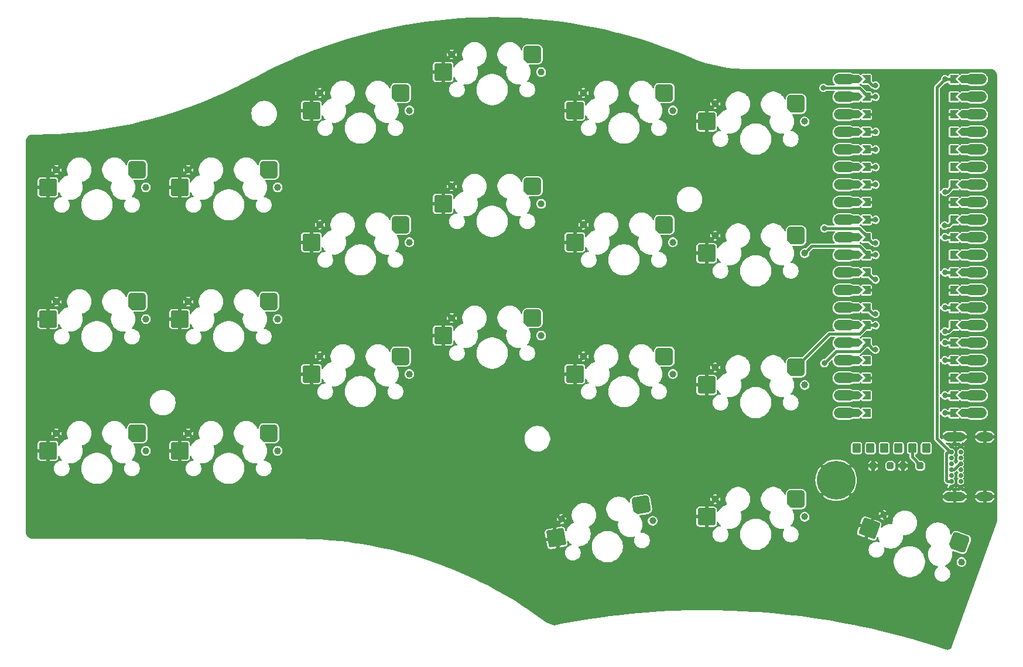
<source format=gbl>
%TF.GenerationSoftware,KiCad,Pcbnew,8.0.1*%
%TF.CreationDate,2024-04-05T15:46:44+03:00*%
%TF.ProjectId,dedekind,64656465-6b69-46e6-942e-6b696361645f,rev?*%
%TF.SameCoordinates,Original*%
%TF.FileFunction,Copper,L2,Bot*%
%TF.FilePolarity,Positive*%
%FSLAX46Y46*%
G04 Gerber Fmt 4.6, Leading zero omitted, Abs format (unit mm)*
G04 Created by KiCad (PCBNEW 8.0.1) date 2024-04-05 15:46:44*
%MOMM*%
%LPD*%
G01*
G04 APERTURE LIST*
G04 Aperture macros list*
%AMRoundRect*
0 Rectangle with rounded corners*
0 $1 Rounding radius*
0 $2 $3 $4 $5 $6 $7 $8 $9 X,Y pos of 4 corners*
0 Add a 4 corners polygon primitive as box body*
4,1,4,$2,$3,$4,$5,$6,$7,$8,$9,$2,$3,0*
0 Add four circle primitives for the rounded corners*
1,1,$1+$1,$2,$3*
1,1,$1+$1,$4,$5*
1,1,$1+$1,$6,$7*
1,1,$1+$1,$8,$9*
0 Add four rect primitives between the rounded corners*
20,1,$1+$1,$2,$3,$4,$5,0*
20,1,$1+$1,$4,$5,$6,$7,0*
20,1,$1+$1,$6,$7,$8,$9,0*
20,1,$1+$1,$8,$9,$2,$3,0*%
%AMFreePoly0*
4,1,24,-1.275000,0.750000,-1.263573,0.856283,-1.213839,0.989624,-1.128553,1.103553,-1.014624,1.188839,-0.881283,1.238573,-0.775000,1.250000,0.775000,1.250000,0.881283,1.238573,1.014624,1.188839,1.128553,1.103553,1.213839,0.989624,1.263573,0.856283,1.275000,0.750000,1.275000,-0.750000,1.263573,-0.856283,1.213839,-0.989624,1.128553,-1.103553,1.014624,-1.188839,0.881283,-1.238573,
0.775000,-1.250000,-0.775000,-1.250000,-1.275000,-0.750000,-1.275000,0.750000,-1.275000,0.750000,$1*%
%AMFreePoly1*
4,1,36,0.837070,0.744929,1.006515,0.704769,1.162132,0.626616,1.196235,0.598000,2.021600,0.598000,2.079451,0.576944,2.085240,0.571640,2.593240,0.063640,2.619258,0.007844,2.603324,-0.051622,2.593240,-0.063640,2.085240,-0.571640,2.029444,-0.597658,2.021600,-0.598000,1.196411,-0.598000,1.086599,-0.670224,0.922962,-0.729784,0.750000,-0.750000,0.000000,-0.750000,-0.750000,-0.750000,
-0.837070,-0.744929,-1.006515,-0.704769,-1.162132,-0.626616,-1.295530,-0.514681,-1.399519,-0.375000,-1.468492,-0.215102,-1.498731,-0.043609,-1.488606,0.130236,-1.438662,0.297060,-1.351592,0.447869,-1.232091,0.574533,-1.086599,0.670224,-0.922962,0.729784,-0.750000,0.750000,0.750000,0.750000,0.837070,0.744929,0.837070,0.744929,$1*%
%AMFreePoly2*
4,1,20,0.308779,0.580902,0.345106,0.530902,0.350000,0.500000,0.350000,-0.500000,0.330902,-0.558779,0.280902,-0.595106,0.250000,-0.600000,-0.750000,-0.600000,-0.808779,-0.580902,-0.845106,-0.530902,-0.845106,-0.469098,-0.820711,-0.429289,-0.391422,0.000000,-0.820711,0.429289,-0.848769,0.484357,-0.839101,0.545399,-0.795399,0.589101,-0.750000,0.600000,0.250000,0.600000,0.308779,0.580902,
0.308779,0.580902,$1*%
G04 Aperture macros list end*
%TA.AperFunction,ComponentPad*%
%ADD10C,1.000000*%
%TD*%
%TA.AperFunction,SMDPad,CuDef*%
%ADD11FreePoly0,0.000000*%
%TD*%
%TA.AperFunction,SMDPad,CuDef*%
%ADD12RoundRect,0.250000X-1.025000X-1.000000X1.025000X-1.000000X1.025000X1.000000X-1.025000X1.000000X0*%
%TD*%
%TA.AperFunction,ComponentPad*%
%ADD13RoundRect,0.250000X-0.350000X-0.450000X0.350000X-0.450000X0.350000X0.450000X-0.350000X0.450000X0*%
%TD*%
%TA.AperFunction,ComponentPad*%
%ADD14RoundRect,0.250000X0.350000X0.450000X-0.350000X0.450000X-0.350000X-0.450000X0.350000X-0.450000X0*%
%TD*%
%TA.AperFunction,ComponentPad*%
%ADD15C,0.700000*%
%TD*%
%TA.AperFunction,ComponentPad*%
%ADD16O,3.200000X1.300000*%
%TD*%
%TA.AperFunction,ComponentPad*%
%ADD17O,2.500000X1.300000*%
%TD*%
%TA.AperFunction,ComponentPad*%
%ADD18C,5.600000*%
%TD*%
%TA.AperFunction,ComponentPad*%
%ADD19FreePoly1,0.000000*%
%TD*%
%TA.AperFunction,ComponentPad*%
%ADD20FreePoly1,180.000000*%
%TD*%
%TA.AperFunction,SMDPad,CuDef*%
%ADD21FreePoly2,0.000000*%
%TD*%
%TA.AperFunction,SMDPad,CuDef*%
%ADD22FreePoly2,180.000000*%
%TD*%
%TA.AperFunction,ComponentPad*%
%ADD23RoundRect,0.250000X0.250000X0.250000X-0.250000X0.250000X-0.250000X-0.250000X0.250000X-0.250000X0*%
%TD*%
%TA.AperFunction,SMDPad,CuDef*%
%ADD24FreePoly0,10.000000*%
%TD*%
%TA.AperFunction,SMDPad,CuDef*%
%ADD25RoundRect,0.250000X-0.835780X-1.162797X1.183076X-0.806818X0.835780X1.162797X-1.183076X0.806818X0*%
%TD*%
%TA.AperFunction,SMDPad,CuDef*%
%ADD26FreePoly0,340.000000*%
%TD*%
%TA.AperFunction,SMDPad,CuDef*%
%ADD27RoundRect,0.250000X-1.305205X-0.589122X0.621165X-1.290263X1.305205X0.589122X-0.621165X1.290263X0*%
%TD*%
%TA.AperFunction,ViaPad*%
%ADD28C,0.800000*%
%TD*%
%TA.AperFunction,Conductor*%
%ADD29C,0.400000*%
%TD*%
G04 APERTURE END LIST*
D10*
%TO.P,SW16,1,1*%
%TO.N,SW16*%
X150304500Y-92551250D03*
D11*
X150304500Y-92551250D03*
D10*
X151547500Y-95091250D03*
%TO.P,SW16,2,2*%
%TO.N,GND*%
X137377500Y-95091250D03*
D12*
X137377500Y-95091250D03*
D10*
X138620500Y-92551250D03*
%TD*%
%TO.P,SW4,1,1*%
%TO.N,SW4*%
X150304500Y-54451250D03*
D11*
X150304500Y-54451250D03*
D10*
X151547500Y-56991250D03*
%TO.P,SW4,2,2*%
%TO.N,GND*%
X137377500Y-56991250D03*
D12*
X137377500Y-56991250D03*
D10*
X138620500Y-54451250D03*
%TD*%
D13*
%TO.P,JP1,1,A*%
%TO.N,RX*%
X203216000Y-111379000D03*
%TO.P,JP1,2,C*%
%TO.N,D-*%
X205216000Y-111379000D03*
D14*
%TO.P,JP1,3,B*%
%TO.N,TX*%
X207216000Y-111379000D03*
%TD*%
D15*
%TO.P,J1,A1,GND*%
%TO.N,GND*%
X210850000Y-117021000D03*
%TO.P,J1,A4,VBUS*%
%TO.N,+5V*%
X210850000Y-116171000D03*
%TO.P,J1,A5,CC1*%
%TO.N,unconnected-(J1-CC1-PadA5)*%
X210850000Y-115321000D03*
%TO.P,J1,A6,D+*%
%TO.N,D+*%
X210850000Y-114471000D03*
%TO.P,J1,A7,D-*%
%TO.N,D-*%
X210850000Y-113621000D03*
%TO.P,J1,A8,SBU1*%
%TO.N,unconnected-(J1-SBU1-PadA8)*%
X210850000Y-112771000D03*
%TO.P,J1,A9,VBUS*%
%TO.N,+5V*%
X210850000Y-111921000D03*
%TO.P,J1,A12,GND*%
%TO.N,GND*%
X210850000Y-111071000D03*
%TO.P,J1,B1,GND*%
X212200000Y-111071000D03*
%TO.P,J1,B4,VBUS*%
%TO.N,+5V*%
X212200000Y-111921000D03*
%TO.P,J1,B5,CC2*%
%TO.N,unconnected-(J1-CC2-PadB5)*%
X212200000Y-112771000D03*
%TO.P,J1,B6,D+*%
%TO.N,D+*%
X212200000Y-113621000D03*
%TO.P,J1,B7,D-*%
%TO.N,D-*%
X212200000Y-114471000D03*
%TO.P,J1,B8,SBU2*%
%TO.N,unconnected-(J1-SBU2-PadB8)*%
X212200000Y-115321000D03*
%TO.P,J1,B9,VBUS*%
%TO.N,+5V*%
X212200000Y-116171000D03*
%TO.P,J1,B12,GND*%
%TO.N,GND*%
X212200000Y-117021000D03*
D16*
%TO.P,J1,S1,SHIELD*%
X211350000Y-118366000D03*
D17*
X215675000Y-118366000D03*
D16*
X211350000Y-109726000D03*
D17*
X215675000Y-109726000D03*
%TD*%
D10*
%TO.P,SW5,1,1*%
%TO.N,SW5*%
X169354500Y-60007500D03*
D11*
X169354500Y-60007500D03*
D10*
X170597500Y-62547500D03*
%TO.P,SW5,2,2*%
%TO.N,GND*%
X156427500Y-62547500D03*
D12*
X156427500Y-62547500D03*
D10*
X157670500Y-60007500D03*
%TD*%
%TO.P,SW1,1,1*%
%TO.N,SW1*%
X93154500Y-71120000D03*
D11*
X93154500Y-71120000D03*
D10*
X94397500Y-73660000D03*
%TO.P,SW1,2,2*%
%TO.N,GND*%
X80227500Y-73660000D03*
D12*
X80227500Y-73660000D03*
D10*
X81470500Y-71120000D03*
%TD*%
%TO.P,SW15,1,1*%
%TO.N,SW15*%
X131254500Y-98107500D03*
D11*
X131254500Y-98107500D03*
D10*
X132497500Y-100647500D03*
%TO.P,SW15,2,2*%
%TO.N,GND*%
X118327500Y-100647500D03*
D12*
X118327500Y-100647500D03*
D10*
X119570500Y-98107500D03*
%TD*%
%TO.P,SW6,1,1*%
%TO.N,SW6*%
X188404500Y-61595000D03*
D11*
X188404500Y-61595000D03*
D10*
X189647500Y-64135000D03*
%TO.P,SW6,2,2*%
%TO.N,GND*%
X175477500Y-64135000D03*
D12*
X175477500Y-64135000D03*
D10*
X176720500Y-61595000D03*
%TD*%
D18*
%TO.P,H5,1,1*%
%TO.N,GND*%
X194200000Y-116000000D03*
%TD*%
D10*
%TO.P,SW18,1,1*%
%TO.N,SW18*%
X188404500Y-99695000D03*
D11*
X188404500Y-99695000D03*
D10*
X189647500Y-102235000D03*
%TO.P,SW18,2,2*%
%TO.N,GND*%
X175477500Y-102235000D03*
D12*
X175477500Y-102235000D03*
D10*
X176720500Y-99695000D03*
%TD*%
D19*
%TO.P,U1,*%
%TO.N,*%
X195382091Y-58042727D03*
X195382091Y-60582727D03*
X195382091Y-63122727D03*
X195382091Y-65662727D03*
X195382091Y-68202727D03*
X195382091Y-70742727D03*
X195382091Y-73282727D03*
X195382091Y-75822727D03*
X195382091Y-78362727D03*
X195382091Y-80902727D03*
X195382091Y-83442727D03*
X195382091Y-85982727D03*
X195382091Y-88522727D03*
X195382091Y-91062727D03*
X195382091Y-93602727D03*
X195382091Y-96142727D03*
X195382091Y-98682727D03*
X195382091Y-101222727D03*
X195382091Y-103762727D03*
X195382091Y-106302727D03*
D20*
X214462091Y-58042727D03*
X214462091Y-60582727D03*
X214462091Y-63122727D03*
X214462091Y-65662727D03*
X214462091Y-68202727D03*
X214462091Y-70742727D03*
X214462091Y-73282727D03*
X214462091Y-75822727D03*
X214462091Y-78362727D03*
X214462091Y-80902727D03*
X214462091Y-83442727D03*
X214462091Y-85982727D03*
X214462091Y-88522727D03*
X214462091Y-91062727D03*
X214462091Y-93602727D03*
X214462091Y-96142727D03*
X214462091Y-98682727D03*
X214462091Y-101222727D03*
X214462091Y-103762727D03*
X214462091Y-106302727D03*
D21*
%TO.P,U1,1,GPIO0*%
%TO.N,SW1*%
X198826091Y-58042727D03*
%TO.P,U1,2,GPIO1*%
%TO.N,SW2*%
X198826091Y-60582727D03*
%TO.P,U1,3,GND*%
%TO.N,GND*%
X198826091Y-63122727D03*
%TO.P,U1,4,GPIO2*%
%TO.N,SW3*%
X198826091Y-65662727D03*
%TO.P,U1,5,GPIO3*%
%TO.N,SW6*%
X198826091Y-68202727D03*
%TO.P,U1,6,GPIO4*%
%TO.N,SW5*%
X198826091Y-70742727D03*
%TO.P,U1,7,GPIO5*%
%TO.N,SW4*%
X198826091Y-73282727D03*
%TO.P,U1,8,GND*%
%TO.N,GND*%
X198826091Y-75822727D03*
%TO.P,U1,9,GPIO6*%
%TO.N,SW8*%
X198826091Y-78362727D03*
%TO.P,U1,10,GPIO7*%
%TO.N,SW10*%
X198826091Y-80902727D03*
%TO.P,U1,11,GPIO8*%
%TO.N,SW12*%
X198826091Y-83442727D03*
%TO.P,U1,12,GPIO9*%
%TO.N,SW14*%
X198826091Y-85982727D03*
%TO.P,U1,13,GND*%
%TO.N,GND*%
X198826091Y-88522727D03*
%TO.P,U1,14,GPIO10*%
%TO.N,SW16*%
X198826091Y-91062727D03*
%TO.P,U1,15,GPIO11*%
%TO.N,SW18*%
X198826091Y-93602727D03*
%TO.P,U1,16,GPIO12*%
%TO.N,SW20*%
X198826091Y-96142727D03*
%TO.P,U1,17,GPIO13*%
%TO.N,unconnected-(U1-GPIO13-Pad17)*%
X198826091Y-98682727D03*
%TO.P,U1,18,GND*%
%TO.N,GND*%
X198826091Y-101222727D03*
%TO.P,U1,19,GPIO14*%
%TO.N,unconnected-(U1-GPIO14-Pad19)*%
X198826091Y-103762727D03*
%TO.P,U1,20,GPIO15*%
%TO.N,unconnected-(U1-GPIO15-Pad20)_0*%
X198826091Y-106302727D03*
D22*
%TO.P,U1,21,GPIO16*%
%TO.N,TX*%
X211018091Y-106302727D03*
%TO.P,U1,22,GPIO17*%
%TO.N,RX*%
X211018091Y-103762727D03*
%TO.P,U1,23,GND*%
%TO.N,GND*%
X211018091Y-101222727D03*
%TO.P,U1,24,GPIO18*%
%TO.N,SW21*%
X211018091Y-98682727D03*
%TO.P,U1,25,GPIO19*%
%TO.N,SW19*%
X211018091Y-96142727D03*
%TO.P,U1,26,GPIO20*%
%TO.N,SW17*%
X211018091Y-93602727D03*
%TO.P,U1,27,GPIO21*%
%TO.N,SW15*%
X211018091Y-91062727D03*
%TO.P,U1,28,GND*%
%TO.N,GND*%
X211018091Y-88522727D03*
%TO.P,U1,29,GPIO22*%
%TO.N,SW13*%
X211018091Y-85982727D03*
%TO.P,U1,30,RUN*%
%TO.N,unconnected-(U1-RUN-Pad30)_0*%
X211018091Y-83442727D03*
%TO.P,U1,31,GPIO26_ADC0*%
%TO.N,SW11*%
X211018091Y-80902727D03*
%TO.P,U1,32,GPIO27_ADC1*%
%TO.N,SW9*%
X211018091Y-78362727D03*
%TO.P,U1,33,AGND*%
%TO.N,GND*%
X211018091Y-75822727D03*
%TO.P,U1,34,GPIO28_ADC2*%
%TO.N,SW7*%
X211018091Y-73282727D03*
%TO.P,U1,35,ADC_VREF*%
%TO.N,unconnected-(U1-ADC_VREF-Pad35)*%
X211018091Y-70742727D03*
%TO.P,U1,36,3V3*%
%TO.N,unconnected-(U1-3V3-Pad36)*%
X211018091Y-68202727D03*
%TO.P,U1,37,3V3_EN*%
%TO.N,unconnected-(U1-3V3_EN-Pad37)_0*%
X211018091Y-65662727D03*
%TO.P,U1,38,GND*%
%TO.N,GND*%
X211018091Y-63122727D03*
%TO.P,U1,39,VSYS*%
%TO.N,unconnected-(U1-VSYS-Pad39)*%
X211018091Y-60582727D03*
%TO.P,U1,40,VBUS*%
%TO.N,+5V*%
X211018091Y-58042727D03*
%TD*%
D10*
%TO.P,SW3,1,1*%
%TO.N,SW3*%
X131254500Y-60007500D03*
D11*
X131254500Y-60007500D03*
D10*
X132497500Y-62547500D03*
%TO.P,SW3,2,2*%
%TO.N,GND*%
X118327500Y-62547500D03*
D12*
X118327500Y-62547500D03*
D10*
X119570500Y-60007500D03*
%TD*%
%TO.P,SW17,1,1*%
%TO.N,SW17*%
X169354500Y-98107500D03*
D11*
X169354500Y-98107500D03*
D10*
X170597500Y-100647500D03*
%TO.P,SW17,2,2*%
%TO.N,GND*%
X156427500Y-100647500D03*
D12*
X156427500Y-100647500D03*
D10*
X157670500Y-98107500D03*
%TD*%
%TO.P,SW13,1,1*%
%TO.N,SW13*%
X93154500Y-109220000D03*
D11*
X93154500Y-109220000D03*
D10*
X94397500Y-111760000D03*
%TO.P,SW13,2,2*%
%TO.N,GND*%
X80227500Y-111760000D03*
D12*
X80227500Y-111760000D03*
D10*
X81470500Y-109220000D03*
%TD*%
%TO.P,SW8,1,1*%
%TO.N,SW8*%
X112204500Y-90170000D03*
D11*
X112204500Y-90170000D03*
D10*
X113447500Y-92710000D03*
%TO.P,SW8,2,2*%
%TO.N,GND*%
X99277500Y-92710000D03*
D12*
X99277500Y-92710000D03*
D10*
X100520500Y-90170000D03*
%TD*%
%TO.P,SW11,1,1*%
%TO.N,SW11*%
X169354500Y-79057500D03*
D11*
X169354500Y-79057500D03*
D10*
X170597500Y-81597500D03*
%TO.P,SW11,2,2*%
%TO.N,GND*%
X156427500Y-81597500D03*
D12*
X156427500Y-81597500D03*
D10*
X157670500Y-79057500D03*
%TD*%
%TO.P,SW2,1,1*%
%TO.N,SW2*%
X112204500Y-71120000D03*
D11*
X112204500Y-71120000D03*
D10*
X113447500Y-73660000D03*
%TO.P,SW2,2,2*%
%TO.N,GND*%
X99277500Y-73660000D03*
D12*
X99277500Y-73660000D03*
D10*
X100520500Y-71120000D03*
%TD*%
D23*
%TO.P,D2,1,K*%
%TO.N,D-*%
X206355000Y-113919000D03*
%TO.P,D2,2,A*%
%TO.N,GND*%
X203855000Y-113919000D03*
%TD*%
D10*
%TO.P,SW9,1,1*%
%TO.N,SW9*%
X131254500Y-79057500D03*
D11*
X131254500Y-79057500D03*
D10*
X132497500Y-81597500D03*
%TO.P,SW9,2,2*%
%TO.N,GND*%
X118327500Y-81597500D03*
D12*
X118327500Y-81597500D03*
D10*
X119570500Y-79057500D03*
%TD*%
%TO.P,SW12,1,1*%
%TO.N,SW12*%
X188404500Y-80645000D03*
D11*
X188404500Y-80645000D03*
D10*
X189647500Y-83185000D03*
%TO.P,SW12,2,2*%
%TO.N,GND*%
X175477500Y-83185000D03*
D12*
X175477500Y-83185000D03*
D10*
X176720500Y-80645000D03*
%TD*%
%TO.P,SW19,1,1*%
%TO.N,SW19*%
X166002364Y-119592724D03*
D24*
X166002364Y-119592724D03*
D10*
X167667547Y-121878291D03*
%TO.P,SW19,2,2*%
%TO.N,GND*%
X153712821Y-124338886D03*
D25*
X153712821Y-124338886D03*
D10*
X154495870Y-121621629D03*
%TD*%
%TO.P,SW20,1,1*%
%TO.N,SW20*%
X188404500Y-118745000D03*
D11*
X188404500Y-118745000D03*
D10*
X189647500Y-121285000D03*
%TO.P,SW20,2,2*%
%TO.N,GND*%
X175477500Y-121285000D03*
D12*
X175477500Y-121285000D03*
D10*
X176720500Y-118745000D03*
%TD*%
D23*
%TO.P,D1,1,K*%
%TO.N,D+*%
X202037000Y-113919000D03*
%TO.P,D1,2,A*%
%TO.N,GND*%
X199537000Y-113919000D03*
%TD*%
D10*
%TO.P,SW14,1,1*%
%TO.N,SW14*%
X112204500Y-109220000D03*
D11*
X112204500Y-109220000D03*
D10*
X113447500Y-111760000D03*
%TO.P,SW14,2,2*%
%TO.N,GND*%
X99277500Y-111760000D03*
D12*
X99277500Y-111760000D03*
D10*
X100520500Y-109220000D03*
%TD*%
D14*
%TO.P,JP2,1,A*%
%TO.N,TX*%
X201152000Y-111379000D03*
%TO.P,JP2,2,C*%
%TO.N,D+*%
X199152000Y-111379000D03*
D13*
%TO.P,JP2,3,B*%
%TO.N,RX*%
X197152000Y-111379000D03*
%TD*%
D10*
%TO.P,SW10,1,1*%
%TO.N,SW10*%
X150304500Y-73501250D03*
D11*
X150304500Y-73501250D03*
D10*
X151547500Y-76041250D03*
%TO.P,SW10,2,2*%
%TO.N,GND*%
X137377500Y-76041250D03*
D12*
X137377500Y-76041250D03*
D10*
X138620500Y-73501250D03*
%TD*%
%TO.P,SW21,1,1*%
%TO.N,SW21*%
X212014647Y-125018193D03*
D26*
X212014647Y-125018193D03*
D10*
X212313952Y-127830143D03*
%TO.P,SW21,2,2*%
%TO.N,GND*%
X198998509Y-122983718D03*
D27*
X198998509Y-122983718D03*
D10*
X201035278Y-121022030D03*
%TD*%
%TO.P,SW7,1,1*%
%TO.N,SW7*%
X93154500Y-90170000D03*
D11*
X93154500Y-90170000D03*
D10*
X94397500Y-92710000D03*
%TO.P,SW7,2,2*%
%TO.N,GND*%
X80227500Y-92710000D03*
D12*
X80227500Y-92710000D03*
D10*
X81470500Y-90170000D03*
%TD*%
D28*
%TO.N,SW1*%
X199898000Y-58928000D03*
%TO.N,SW2*%
X199898000Y-60579000D03*
X192372091Y-59297727D03*
%TO.N,SW3*%
X199898000Y-65659000D03*
%TO.N,GND*%
X188912500Y-130175000D03*
X209931000Y-101219000D03*
X150812500Y-103981250D03*
X199898000Y-88519000D03*
X106500000Y-65100000D03*
X125412500Y-116681250D03*
X119062500Y-109537500D03*
X119062500Y-71437500D03*
X131762500Y-71437500D03*
X112712500Y-82550000D03*
X209931000Y-88510727D03*
X198437500Y-130175000D03*
X100012500Y-120650000D03*
X112712500Y-120650000D03*
X205232000Y-108458000D03*
X146050000Y-116681250D03*
X80962500Y-120650000D03*
X157162500Y-109537500D03*
X93662500Y-120650000D03*
X199898000Y-75819000D03*
X119062500Y-90487500D03*
X209931000Y-63119000D03*
X138112500Y-65881250D03*
X138112500Y-84931250D03*
X179324000Y-75406250D03*
X169862500Y-109537500D03*
X80962500Y-82550000D03*
X176212500Y-92075000D03*
X80962500Y-101600000D03*
X197993000Y-108458000D03*
X199898000Y-63119000D03*
X150812500Y-84931250D03*
X209931000Y-75819000D03*
X100012500Y-82550000D03*
X199898000Y-101219000D03*
X112712500Y-101600000D03*
X131762500Y-90487500D03*
X100012500Y-101600000D03*
X167481250Y-130175000D03*
X156368750Y-130175000D03*
X169862500Y-92075000D03*
X156368750Y-73818750D03*
X166687500Y-73818750D03*
X127000000Y-53400000D03*
X135731250Y-116681250D03*
X188976000Y-75406250D03*
X162718750Y-53800000D03*
X150812500Y-65881250D03*
X176212500Y-130175000D03*
X157162500Y-92075000D03*
X188912500Y-92075000D03*
X176212500Y-111125000D03*
X91281250Y-101600000D03*
X131762500Y-109537500D03*
X138112500Y-103981250D03*
X93662500Y-82550000D03*
%TO.N,SW4*%
X199898000Y-73279000D03*
%TO.N,SW5*%
X199898000Y-70739000D03*
%TO.N,SW6*%
X199898000Y-68199000D03*
%TO.N,SW7*%
X209931000Y-74321118D03*
%TO.N,SW8*%
X199898000Y-78359000D03*
%TO.N,SW9*%
X209905863Y-79197727D03*
%TO.N,SW10*%
X199898000Y-81699000D03*
X192500000Y-79600000D03*
%TO.N,SW11*%
X209931000Y-80890727D03*
%TO.N,SW12*%
X199898000Y-83439000D03*
%TO.N,SW13*%
X209931000Y-85979000D03*
%TO.N,SW14*%
X199898000Y-86995000D03*
%TO.N,SW15*%
X209931000Y-91050727D03*
%TO.N,TX*%
X209931000Y-106299000D03*
%TO.N,RX*%
X209931000Y-103759000D03*
%TO.N,SW17*%
X209931000Y-94488000D03*
%TO.N,SW18*%
X199898000Y-93599000D03*
%TO.N,SW16*%
X199898000Y-91948000D03*
%TO.N,SW19*%
X209931000Y-96130727D03*
%TO.N,SW20*%
X192481686Y-99098686D03*
X199898000Y-97138888D03*
%TO.N,SW21*%
X209931000Y-98679000D03*
%TO.N,+5V*%
X209931000Y-58039000D03*
%TD*%
D29*
%TO.N,SW9*%
X210981391Y-78705609D02*
X210981391Y-78399427D01*
X210489273Y-79197727D02*
X210981391Y-78705609D01*
X209905863Y-79197727D02*
X210489273Y-79197727D01*
%TO.N,SW7*%
X210285882Y-74321118D02*
X210981391Y-73625609D01*
X209931000Y-74321118D02*
X210285882Y-74321118D01*
X210981391Y-73625609D02*
X210981391Y-73270727D01*
%TO.N,SW1*%
X198749891Y-58238348D02*
X198749891Y-58042727D01*
X199439543Y-58928000D02*
X198749891Y-58238348D01*
X199898000Y-58928000D02*
X199439543Y-58928000D01*
%TO.N,SW10*%
X199428000Y-81699000D02*
X198834891Y-81105891D01*
X198834891Y-81105891D02*
X198834891Y-80896727D01*
X199898000Y-81699000D02*
X199428000Y-81699000D01*
%TO.N,SW14*%
X199446727Y-86797727D02*
X198961891Y-86312891D01*
X198961891Y-86312891D02*
X198961891Y-85988618D01*
X199771000Y-86797727D02*
X199446727Y-86797727D01*
%TO.N,SW16*%
X198961891Y-91392891D02*
X198961891Y-91056727D01*
X199517000Y-91948000D02*
X198961891Y-91392891D01*
X199898000Y-91948000D02*
X199517000Y-91948000D01*
%TO.N,SW20*%
X199582018Y-97138888D02*
X199898000Y-97138888D01*
X198834891Y-96391761D02*
X199582018Y-97138888D01*
%TO.N,SW17*%
X210854391Y-94072609D02*
X210854391Y-93590727D01*
X210439000Y-94488000D02*
X210854391Y-94072609D01*
X209931000Y-94488000D02*
X210439000Y-94488000D01*
%TO.N,SW2*%
X192383364Y-59309000D02*
X197552364Y-59309000D01*
X197552364Y-59309000D02*
X198826091Y-60582727D01*
X192372091Y-59297727D02*
X192383364Y-59309000D01*
X199844891Y-60582727D02*
X198749891Y-60582727D01*
X199850891Y-60576727D02*
X199844891Y-60582727D01*
%TO.N,SW3*%
X199971891Y-65662727D02*
X199977891Y-65656727D01*
X198749891Y-65662727D02*
X199971891Y-65662727D01*
%TO.N,GND*%
X209934727Y-101222727D02*
X209931000Y-101219000D01*
X209862391Y-75810727D02*
X209850391Y-75822727D01*
X209965391Y-63110727D02*
X209959391Y-63116727D01*
X210854391Y-88510727D02*
X209931000Y-88510727D01*
X199844891Y-63122727D02*
X199850891Y-63116727D01*
X198834891Y-75816727D02*
X199977891Y-75816727D01*
X209931000Y-75819000D02*
X211014364Y-75819000D01*
X198749891Y-63122727D02*
X199844891Y-63122727D01*
X211018091Y-101222727D02*
X209934727Y-101222727D01*
X209971391Y-63116727D02*
X211066391Y-63116727D01*
X198826091Y-101222727D02*
X200025000Y-101222727D01*
X209965391Y-63110727D02*
X209971391Y-63116727D01*
X198961891Y-88516727D02*
X199977891Y-88516727D01*
X199850891Y-63116727D02*
X199856891Y-63122727D01*
%TO.N,SW4*%
X198834891Y-73276727D02*
X199977891Y-73276727D01*
%TO.N,SW5*%
X198834891Y-70736727D02*
X199977891Y-70736727D01*
%TO.N,SW6*%
X198749891Y-68202727D02*
X199971891Y-68202727D01*
X199971891Y-68202727D02*
X199977891Y-68196727D01*
%TO.N,SW8*%
X198834891Y-78356727D02*
X199977891Y-78356727D01*
%TO.N,SW10*%
X197523364Y-79600000D02*
X198826091Y-80902727D01*
X192500000Y-79600000D02*
X197523364Y-79600000D01*
%TO.N,SW11*%
X210981391Y-80890727D02*
X209931000Y-80890727D01*
%TO.N,SW12*%
X197552364Y-82169000D02*
X198826091Y-83442727D01*
X189647500Y-83185000D02*
X190663500Y-82169000D01*
X198961891Y-83436727D02*
X199977891Y-83436727D01*
X190663500Y-82169000D02*
X197552364Y-82169000D01*
%TO.N,SW13*%
X209934727Y-85982727D02*
X209931000Y-85979000D01*
X211018091Y-85982727D02*
X209934727Y-85982727D01*
%TO.N,SW15*%
X209931000Y-91050727D02*
X210854391Y-91050727D01*
%TO.N,TX*%
X209931000Y-106299000D02*
X210973118Y-106299000D01*
%TO.N,RX*%
X209939273Y-103750727D02*
X210981391Y-103750727D01*
X209931000Y-103759000D02*
X209939273Y-103750727D01*
%TO.N,D+*%
X210850000Y-114471000D02*
X211210050Y-114471000D01*
X212060050Y-113621000D02*
X212200000Y-113621000D01*
X211210050Y-114471000D02*
X212060050Y-113621000D01*
%TO.N,D-*%
X205232000Y-112649000D02*
X205232000Y-112268000D01*
X205232000Y-112268000D02*
X205216000Y-112252000D01*
X205216000Y-112252000D02*
X205216000Y-111379000D01*
X206355000Y-113772000D02*
X205232000Y-112649000D01*
%TO.N,SW18*%
X193230500Y-94869000D02*
X197559818Y-94869000D01*
X197559818Y-94869000D02*
X198826091Y-93602727D01*
X198961891Y-93596727D02*
X199982145Y-93596727D01*
X199982145Y-93596727D02*
X199984418Y-93599000D01*
X188404500Y-99695000D02*
X193230500Y-94869000D01*
%TO.N,SW19*%
X209931000Y-96130727D02*
X210981391Y-96130727D01*
%TO.N,SW20*%
X192481686Y-99098686D02*
X194171372Y-97409000D01*
X194171372Y-97409000D02*
X197559818Y-97409000D01*
X197559818Y-97409000D02*
X198826091Y-96142727D01*
%TO.N,SW21*%
X209931000Y-98679000D02*
X210973118Y-98679000D01*
%TO.N,+5V*%
X211014364Y-58039000D02*
X211018091Y-58042727D01*
X209931000Y-58039000D02*
X211014364Y-58039000D01*
X210278000Y-116171000D02*
X210150000Y-116043000D01*
X210355026Y-111921000D02*
X210850000Y-111921000D01*
X208788000Y-59182000D02*
X209931000Y-58039000D01*
X210150000Y-116043000D02*
X210150000Y-112126026D01*
X210850000Y-116171000D02*
X210278000Y-116171000D01*
X210693000Y-111921000D02*
X208788000Y-110016000D01*
X210850000Y-111921000D02*
X210693000Y-111921000D01*
X208788000Y-109474000D02*
X208788000Y-59182000D01*
X210150000Y-112126026D02*
X210355026Y-111921000D01*
X208788000Y-110016000D02*
X208788000Y-109474000D01*
%TD*%
%TA.AperFunction,Conductor*%
%TO.N,GND*%
G36*
X144717326Y-49070210D02*
G01*
X146358623Y-49090428D01*
X146360700Y-49090477D01*
X148001201Y-49147705D01*
X148003429Y-49147808D01*
X149642134Y-49242011D01*
X149644303Y-49242160D01*
X151280549Y-49373301D01*
X151282689Y-49373498D01*
X152915486Y-49541498D01*
X152917650Y-49541745D01*
X154546314Y-49746531D01*
X154548471Y-49746828D01*
X156172008Y-49988278D01*
X156174191Y-49988628D01*
X157791924Y-50266638D01*
X157794068Y-50267032D01*
X159405131Y-50581455D01*
X159407292Y-50581903D01*
X161010788Y-50932564D01*
X161012879Y-50933045D01*
X162455606Y-51282818D01*
X162608156Y-51319802D01*
X162610322Y-51320353D01*
X164196367Y-51742959D01*
X164198458Y-51743541D01*
X165774619Y-52201822D01*
X165776704Y-52202453D01*
X167342193Y-52696180D01*
X167344230Y-52696849D01*
X168898154Y-53225743D01*
X168900171Y-53226455D01*
X170418339Y-53781689D01*
X170441731Y-53790244D01*
X170443809Y-53791030D01*
X171972331Y-54389465D01*
X171974301Y-54390263D01*
X173345499Y-54963093D01*
X173468319Y-55014402D01*
X173468969Y-55014800D01*
X173482630Y-55020424D01*
X173482632Y-55020426D01*
X173489480Y-55023245D01*
X173490833Y-55023816D01*
X173497514Y-55026697D01*
X173509995Y-55032079D01*
X173511818Y-55032530D01*
X173537585Y-55043242D01*
X173538680Y-55043480D01*
X173860566Y-55175959D01*
X174612709Y-55451043D01*
X175375165Y-55695914D01*
X175375176Y-55695917D01*
X175375179Y-55695918D01*
X176146813Y-55910216D01*
X176926374Y-56093590D01*
X177712625Y-56245749D01*
X178504314Y-56366453D01*
X179300186Y-56455509D01*
X180098974Y-56512775D01*
X180470539Y-56524576D01*
X180474826Y-56525500D01*
X180489438Y-56525500D01*
X180498033Y-56525500D01*
X180501174Y-56525549D01*
X180507473Y-56525750D01*
X180507473Y-56525749D01*
X180518246Y-56526092D01*
X180522412Y-56525500D01*
X216491715Y-56525500D01*
X216495680Y-56525500D01*
X216504308Y-56525877D01*
X216521026Y-56527339D01*
X216660596Y-56539550D01*
X216677571Y-56542542D01*
X216824936Y-56582029D01*
X216841147Y-56587929D01*
X216979406Y-56652400D01*
X216994343Y-56661025D01*
X217108915Y-56741249D01*
X217119298Y-56748519D01*
X217132518Y-56759611D01*
X217240388Y-56867481D01*
X217251480Y-56880701D01*
X217338972Y-57005652D01*
X217347601Y-57020597D01*
X217412069Y-57158851D01*
X217417971Y-57175066D01*
X217433647Y-57233567D01*
X217457407Y-57322242D01*
X217457454Y-57322415D01*
X217460450Y-57339410D01*
X217463181Y-57370623D01*
X217470461Y-57453840D01*
X217474123Y-57495690D01*
X217474500Y-57504319D01*
X217474500Y-121928190D01*
X217468605Y-121961842D01*
X210890837Y-140160418D01*
X210874639Y-140189106D01*
X210802744Y-140277798D01*
X210789864Y-140290966D01*
X210695380Y-140371074D01*
X210680280Y-140381629D01*
X210572589Y-140442844D01*
X210555795Y-140450418D01*
X210438633Y-140490617D01*
X210420726Y-140494949D01*
X210298140Y-140512744D01*
X210279741Y-140513683D01*
X210155978Y-140508457D01*
X210137723Y-140505970D01*
X210012553Y-140476851D01*
X210003507Y-140474287D01*
X209695833Y-140371074D01*
X209038468Y-140150551D01*
X207087273Y-139536339D01*
X205124982Y-138958734D01*
X203152249Y-138417926D01*
X201169709Y-137914092D01*
X199178147Y-137447429D01*
X199178145Y-137447428D01*
X199178117Y-137447422D01*
X197362813Y-137057718D01*
X197178104Y-137018065D01*
X195170506Y-136626199D01*
X193155881Y-136271933D01*
X193155869Y-136271931D01*
X193155857Y-136271929D01*
X192393327Y-136152493D01*
X191134931Y-135955391D01*
X189108484Y-135676703D01*
X187077173Y-135435956D01*
X185041679Y-135233231D01*
X183002794Y-135068606D01*
X183002795Y-135068606D01*
X183002782Y-135068605D01*
X182091904Y-135012178D01*
X180961143Y-134942131D01*
X178917485Y-134853856D01*
X176872589Y-134803812D01*
X174827113Y-134792013D01*
X172781668Y-134818466D01*
X170737236Y-134883157D01*
X170737206Y-134883158D01*
X170737190Y-134883159D01*
X169999772Y-134920306D01*
X168694207Y-134986073D01*
X166653563Y-135127167D01*
X164615919Y-135306393D01*
X163876941Y-135385342D01*
X162581926Y-135523695D01*
X161365541Y-135676703D01*
X160552385Y-135778989D01*
X158527934Y-136072193D01*
X156509407Y-136403188D01*
X154497309Y-136771888D01*
X153516989Y-136970538D01*
X153481674Y-136971265D01*
X153250923Y-136934314D01*
X153242249Y-136932523D01*
X152999201Y-136870908D01*
X152990721Y-136868350D01*
X152754138Y-136785253D01*
X152745921Y-136781947D01*
X152517713Y-136678038D01*
X152509825Y-136674011D01*
X152291818Y-136550122D01*
X152284320Y-136545405D01*
X152076165Y-136401075D01*
X152072585Y-136398472D01*
X152057324Y-136386847D01*
X152055727Y-136385997D01*
X151902055Y-136271933D01*
X151477537Y-135956832D01*
X150262508Y-135100416D01*
X149441223Y-134551214D01*
X149026817Y-134274096D01*
X147771205Y-133478369D01*
X147771202Y-133478367D01*
X146496428Y-132713713D01*
X145203262Y-131980594D01*
X143892482Y-131279451D01*
X143892481Y-131279450D01*
X143892467Y-131279443D01*
X142564888Y-130610712D01*
X142317929Y-130493826D01*
X141221256Y-129974768D01*
X141221252Y-129974766D01*
X141221241Y-129974761D01*
X139862444Y-129372024D01*
X139862437Y-129372021D01*
X139862421Y-129372014D01*
X138489194Y-128802811D01*
X138152195Y-128672727D01*
X137102414Y-128267504D01*
X136191227Y-127941256D01*
X202537000Y-127941256D01*
X202575507Y-128233743D01*
X202616922Y-128388307D01*
X202651861Y-128518703D01*
X202764753Y-128791249D01*
X202764755Y-128791253D01*
X202764757Y-128791257D01*
X202771428Y-128802811D01*
X202912264Y-129046747D01*
X203091848Y-129280785D01*
X203091850Y-129280787D01*
X203091854Y-129280792D01*
X203300458Y-129489396D01*
X203300462Y-129489399D01*
X203300464Y-129489401D01*
X203470391Y-129619791D01*
X203534506Y-129668988D01*
X203789993Y-129816493D01*
X204062548Y-129929389D01*
X204347507Y-130005743D01*
X204639994Y-130044250D01*
X204639995Y-130044250D01*
X204935005Y-130044250D01*
X204935006Y-130044250D01*
X205227493Y-130005743D01*
X205512452Y-129929389D01*
X205785007Y-129816493D01*
X206040494Y-129668988D01*
X206274542Y-129489396D01*
X206483146Y-129280792D01*
X206662738Y-129046744D01*
X206810243Y-128791257D01*
X206923139Y-128518702D01*
X206999493Y-128233743D01*
X207038000Y-127941256D01*
X207038000Y-127646244D01*
X206999493Y-127353757D01*
X206923139Y-127068798D01*
X206837892Y-126862994D01*
X206810246Y-126796250D01*
X206810245Y-126796249D01*
X206810243Y-126796243D01*
X206662738Y-126540756D01*
X206622510Y-126488330D01*
X206483151Y-126306714D01*
X206483149Y-126306712D01*
X206483146Y-126306708D01*
X206274542Y-126098104D01*
X206274537Y-126098100D01*
X206274535Y-126098098D01*
X206040497Y-125918514D01*
X206040494Y-125918512D01*
X205785007Y-125771007D01*
X205785003Y-125771005D01*
X205784999Y-125771003D01*
X205512453Y-125658111D01*
X205445683Y-125640220D01*
X205227493Y-125581757D01*
X205227486Y-125581756D01*
X204935006Y-125543250D01*
X204639994Y-125543250D01*
X204639993Y-125543250D01*
X204347513Y-125581756D01*
X204347511Y-125581756D01*
X204347507Y-125581757D01*
X204196084Y-125622330D01*
X204062546Y-125658111D01*
X203790000Y-125771003D01*
X203534502Y-125918514D01*
X203300464Y-126098098D01*
X203091848Y-126306714D01*
X202912264Y-126540752D01*
X202764753Y-126796250D01*
X202651861Y-127068796D01*
X202621586Y-127181788D01*
X202575507Y-127353757D01*
X202575506Y-127353761D01*
X202575506Y-127353763D01*
X202545519Y-127581537D01*
X202537000Y-127646244D01*
X202537000Y-127941256D01*
X136191227Y-127941256D01*
X135702870Y-127766401D01*
X134291504Y-127299836D01*
X132869030Y-126868049D01*
X131436444Y-126471338D01*
X129994558Y-126109930D01*
X128544144Y-125784019D01*
X127086279Y-125493846D01*
X127086256Y-125493842D01*
X127086251Y-125493841D01*
X125621643Y-125239546D01*
X125621620Y-125239542D01*
X124151255Y-125021296D01*
X124086021Y-125013245D01*
X122692149Y-124841218D01*
X152303642Y-124841218D01*
X152443292Y-125633208D01*
X152451374Y-125662643D01*
X152451377Y-125662650D01*
X152517733Y-125780965D01*
X152616017Y-125874464D01*
X152616017Y-125874465D01*
X152737490Y-125934841D01*
X152871369Y-125956730D01*
X152901793Y-125954260D01*
X152901805Y-125954258D01*
X153718406Y-125810268D01*
X153718407Y-125810267D01*
X153510029Y-124628500D01*
X153510028Y-124628499D01*
X152303642Y-124841218D01*
X122692149Y-124841218D01*
X122675903Y-124839213D01*
X121196549Y-124693418D01*
X121196542Y-124693417D01*
X121196517Y-124693415D01*
X119714096Y-124583997D01*
X119714072Y-124583995D01*
X119714061Y-124583995D01*
X118229333Y-124511009D01*
X118229325Y-124511008D01*
X118229309Y-124511008D01*
X116743265Y-124474504D01*
X116010565Y-124474500D01*
X116010562Y-124474500D01*
X116010561Y-124474500D01*
X78004320Y-124474500D01*
X77995691Y-124474123D01*
X77839410Y-124460450D01*
X77822419Y-124457454D01*
X77726582Y-124431775D01*
X77675066Y-124417971D01*
X77658851Y-124412069D01*
X77608551Y-124388614D01*
X153462821Y-124388614D01*
X153500881Y-124480500D01*
X153571207Y-124550826D01*
X153663093Y-124588886D01*
X153762549Y-124588886D01*
X153854435Y-124550826D01*
X153924761Y-124480500D01*
X153962821Y-124388614D01*
X153962821Y-124317015D01*
X154210812Y-125723443D01*
X154210813Y-125723444D01*
X155027422Y-125579453D01*
X155056857Y-125571371D01*
X155056863Y-125571368D01*
X155175177Y-125505013D01*
X155268678Y-125406728D01*
X155329056Y-125285253D01*
X155350944Y-125151377D01*
X155350944Y-125151373D01*
X155348474Y-125120951D01*
X155348472Y-125120939D01*
X155302938Y-124862701D01*
X155311453Y-124802111D01*
X155353956Y-124758098D01*
X155414212Y-124747473D01*
X155469205Y-124774295D01*
X155478976Y-124785243D01*
X155600304Y-124943362D01*
X155600306Y-124943364D01*
X155600310Y-124943369D01*
X155764885Y-125107944D01*
X155764889Y-125107947D01*
X155764891Y-125107949D01*
X155908567Y-125218195D01*
X155943223Y-125268619D01*
X155941622Y-125329784D01*
X155904374Y-125378325D01*
X155868466Y-125392653D01*
X155868655Y-125393438D01*
X155864879Y-125394344D01*
X155696386Y-125449090D01*
X155538539Y-125529517D01*
X155395214Y-125633649D01*
X155269943Y-125758920D01*
X155165811Y-125902245D01*
X155085384Y-126060092D01*
X155030640Y-126228580D01*
X155002927Y-126403550D01*
X155002927Y-126580715D01*
X155030640Y-126755685D01*
X155085384Y-126924173D01*
X155153139Y-127057150D01*
X155165813Y-127082023D01*
X155269944Y-127225347D01*
X155395213Y-127350616D01*
X155538537Y-127454747D01*
X155696385Y-127535175D01*
X155864872Y-127589919D01*
X155934862Y-127601004D01*
X156039845Y-127617633D01*
X156039848Y-127617633D01*
X156217009Y-127617633D01*
X156304494Y-127603776D01*
X156391982Y-127589919D01*
X156560469Y-127535175D01*
X156718317Y-127454747D01*
X156861641Y-127350616D01*
X156986910Y-127225347D01*
X157091041Y-127082023D01*
X157171469Y-126924175D01*
X157226213Y-126755688D01*
X157243558Y-126646178D01*
X157253927Y-126580715D01*
X157253927Y-126403550D01*
X157226213Y-126228580D01*
X157226213Y-126228578D01*
X157171469Y-126060091D01*
X157091041Y-125902243D01*
X156986910Y-125758919D01*
X156985497Y-125757506D01*
X158880750Y-125757506D01*
X158917545Y-126036993D01*
X158919257Y-126049993D01*
X158967109Y-126228580D01*
X158995611Y-126334953D01*
X159108503Y-126607499D01*
X159108505Y-126607503D01*
X159108507Y-126607507D01*
X159234884Y-126826399D01*
X159256014Y-126862997D01*
X159435598Y-127097035D01*
X159435600Y-127097037D01*
X159435604Y-127097042D01*
X159644208Y-127305646D01*
X159644212Y-127305649D01*
X159644214Y-127305651D01*
X159717930Y-127362215D01*
X159878256Y-127485238D01*
X160133743Y-127632743D01*
X160406298Y-127745639D01*
X160691257Y-127821993D01*
X160983744Y-127860500D01*
X160983745Y-127860500D01*
X161278755Y-127860500D01*
X161278756Y-127860500D01*
X161571243Y-127821993D01*
X161856202Y-127745639D01*
X162128757Y-127632743D01*
X162384244Y-127485238D01*
X162618292Y-127305646D01*
X162826896Y-127097042D01*
X163006488Y-126862994D01*
X163153993Y-126607507D01*
X163266889Y-126334952D01*
X163343243Y-126049993D01*
X163381750Y-125757506D01*
X163381750Y-125462494D01*
X163343243Y-125170007D01*
X163266889Y-124885048D01*
X163153993Y-124612493D01*
X163006488Y-124357006D01*
X162959542Y-124295825D01*
X162826901Y-124122964D01*
X162826899Y-124122962D01*
X162826896Y-124122958D01*
X162618292Y-123914354D01*
X162618287Y-123914350D01*
X162618285Y-123914348D01*
X162384247Y-123734764D01*
X162384244Y-123734762D01*
X162128757Y-123587257D01*
X162128753Y-123587255D01*
X162128749Y-123587253D01*
X161856203Y-123474361D01*
X161763176Y-123449435D01*
X161571243Y-123398007D01*
X161571236Y-123398006D01*
X161278756Y-123359500D01*
X160983744Y-123359500D01*
X160983743Y-123359500D01*
X160691263Y-123398006D01*
X160691261Y-123398006D01*
X160691257Y-123398007D01*
X160551271Y-123435516D01*
X160406296Y-123474361D01*
X160133750Y-123587253D01*
X159878252Y-123734764D01*
X159644214Y-123914348D01*
X159435598Y-124122964D01*
X159256014Y-124357002D01*
X159108503Y-124612500D01*
X158995611Y-124885046D01*
X158989526Y-124907756D01*
X158919257Y-125170007D01*
X158919256Y-125170011D01*
X158919256Y-125170013D01*
X158880750Y-125462493D01*
X158880750Y-125757506D01*
X156985497Y-125757506D01*
X156942680Y-125714689D01*
X156914905Y-125660175D01*
X156924476Y-125599743D01*
X156967741Y-125556478D01*
X157012686Y-125545688D01*
X157054437Y-125545688D01*
X157054438Y-125545688D01*
X157285192Y-125515309D01*
X157510006Y-125455070D01*
X157725035Y-125366003D01*
X157926598Y-125249630D01*
X158111247Y-125107944D01*
X158275822Y-124943369D01*
X158417508Y-124758720D01*
X158533881Y-124557157D01*
X158622948Y-124342128D01*
X158683187Y-124117314D01*
X158713566Y-123886560D01*
X158713566Y-123653816D01*
X158683187Y-123423062D01*
X158622948Y-123198248D01*
X158533881Y-122983219D01*
X158533880Y-122983217D01*
X158432454Y-122807542D01*
X158419732Y-122747694D01*
X158444619Y-122691798D01*
X158480303Y-122666579D01*
X158534675Y-122644058D01*
X158736238Y-122527685D01*
X158920887Y-122385999D01*
X159085462Y-122221424D01*
X159227148Y-122036775D01*
X159343521Y-121835212D01*
X159432588Y-121620183D01*
X159492827Y-121395369D01*
X159523206Y-121164615D01*
X159523206Y-120931871D01*
X159492827Y-120701117D01*
X159432588Y-120476303D01*
X159352306Y-120282483D01*
X160975029Y-120282483D01*
X161005407Y-120513228D01*
X161005407Y-120513233D01*
X161065645Y-120738042D01*
X161065649Y-120738055D01*
X161154712Y-120953075D01*
X161154714Y-120953080D01*
X161264588Y-121143386D01*
X161271087Y-121154642D01*
X161281819Y-121168628D01*
X161412767Y-121339284D01*
X161412769Y-121339286D01*
X161412773Y-121339291D01*
X161577348Y-121503866D01*
X161577352Y-121503869D01*
X161577354Y-121503871D01*
X161650807Y-121560233D01*
X161761997Y-121645552D01*
X161823997Y-121681348D01*
X161947978Y-121752929D01*
X161963560Y-121761925D01*
X162178589Y-121850992D01*
X162403403Y-121911231D01*
X162624071Y-121940282D01*
X162679294Y-121966622D01*
X162708489Y-122020392D01*
X162706774Y-122064055D01*
X162697181Y-122099856D01*
X162697179Y-122099870D01*
X162666801Y-122330615D01*
X162666801Y-122563362D01*
X162697179Y-122794107D01*
X162697179Y-122794112D01*
X162720411Y-122880814D01*
X162747850Y-122983219D01*
X162757417Y-123018921D01*
X162757421Y-123018934D01*
X162846484Y-123233954D01*
X162846486Y-123233959D01*
X162962857Y-123435518D01*
X163104539Y-123620163D01*
X163104541Y-123620165D01*
X163104545Y-123620170D01*
X163269120Y-123784745D01*
X163269124Y-123784748D01*
X163269126Y-123784750D01*
X163321494Y-123824933D01*
X163453769Y-123926431D01*
X163655332Y-124042804D01*
X163870361Y-124131871D01*
X164095175Y-124192110D01*
X164325929Y-124222489D01*
X164325930Y-124222489D01*
X164558672Y-124222489D01*
X164558673Y-124222489D01*
X164789427Y-124192110D01*
X164985141Y-124139668D01*
X165046239Y-124142870D01*
X165093789Y-124181375D01*
X165109625Y-124240476D01*
X165098972Y-124280236D01*
X165091034Y-124295815D01*
X165091031Y-124295823D01*
X165036286Y-124464314D01*
X165008573Y-124639284D01*
X165008573Y-124816449D01*
X165036286Y-124991419D01*
X165091030Y-125159907D01*
X165150699Y-125277015D01*
X165171459Y-125317757D01*
X165275590Y-125461081D01*
X165400859Y-125586350D01*
X165544183Y-125690481D01*
X165702031Y-125770909D01*
X165870518Y-125825653D01*
X165940508Y-125836738D01*
X166045491Y-125853367D01*
X166045494Y-125853367D01*
X166222655Y-125853367D01*
X166310140Y-125839510D01*
X166397628Y-125825653D01*
X166566115Y-125770909D01*
X166723963Y-125690481D01*
X166867287Y-125586350D01*
X166992556Y-125461081D01*
X167096687Y-125317757D01*
X167177115Y-125159909D01*
X167231859Y-124991422D01*
X167254772Y-124846759D01*
X167259573Y-124816449D01*
X167259573Y-124639284D01*
X167234423Y-124480500D01*
X167231859Y-124464312D01*
X167177115Y-124295825D01*
X167096687Y-124137977D01*
X166992556Y-123994653D01*
X166867287Y-123869384D01*
X166723963Y-123765253D01*
X166723962Y-123765252D01*
X166723960Y-123765251D01*
X166566113Y-123684824D01*
X166397625Y-123630080D01*
X166222655Y-123602367D01*
X166222652Y-123602367D01*
X166045494Y-123602367D01*
X166045490Y-123602367D01*
X166003974Y-123608942D01*
X165943542Y-123599370D01*
X165900278Y-123556105D01*
X165890707Y-123495673D01*
X165909946Y-123450894D01*
X165921743Y-123435521D01*
X166038116Y-123233958D01*
X166127183Y-123018929D01*
X166187422Y-122794115D01*
X166217801Y-122563361D01*
X166217801Y-122330617D01*
X166187422Y-122099863D01*
X166128052Y-121878291D01*
X166961902Y-121878291D01*
X166982407Y-122047163D01*
X167042729Y-122206221D01*
X167139364Y-122346220D01*
X167266695Y-122459025D01*
X167417322Y-122538081D01*
X167582491Y-122578791D01*
X167582494Y-122578791D01*
X167752600Y-122578791D01*
X167752603Y-122578791D01*
X167917772Y-122538081D01*
X168068399Y-122459025D01*
X168195730Y-122346220D01*
X168200574Y-122339203D01*
X174002501Y-122339203D01*
X174005350Y-122369600D01*
X174005350Y-122369602D01*
X174050154Y-122497647D01*
X174130707Y-122606790D01*
X174130709Y-122606792D01*
X174239852Y-122687345D01*
X174367898Y-122732149D01*
X174398289Y-122734999D01*
X175227498Y-122734999D01*
X175227500Y-122734998D01*
X175227500Y-121535001D01*
X175227499Y-121535000D01*
X174002502Y-121535000D01*
X174002501Y-121535001D01*
X174002501Y-122339203D01*
X168200574Y-122339203D01*
X168292365Y-122206221D01*
X168352687Y-122047163D01*
X168373192Y-121878291D01*
X168372798Y-121875049D01*
X168364202Y-121804254D01*
X168352687Y-121709419D01*
X168292365Y-121550361D01*
X168195730Y-121410362D01*
X168194970Y-121409689D01*
X168110356Y-121334728D01*
X175227500Y-121334728D01*
X175265560Y-121426614D01*
X175335886Y-121496940D01*
X175427772Y-121535000D01*
X175527228Y-121535000D01*
X175619114Y-121496940D01*
X175689440Y-121426614D01*
X175727500Y-121334728D01*
X175727500Y-122734998D01*
X175727501Y-122734999D01*
X176556703Y-122734999D01*
X176587100Y-122732149D01*
X176587102Y-122732149D01*
X176715147Y-122687345D01*
X176824290Y-122606792D01*
X176824292Y-122606790D01*
X176904845Y-122497647D01*
X176949649Y-122369601D01*
X176952499Y-122339211D01*
X176952499Y-122076728D01*
X176971406Y-122018538D01*
X177020906Y-121982574D01*
X177082091Y-121982573D01*
X177131591Y-122018537D01*
X177142963Y-122038842D01*
X177156685Y-122071970D01*
X177273056Y-122273529D01*
X177414738Y-122458174D01*
X177414740Y-122458176D01*
X177414744Y-122458181D01*
X177487061Y-122530498D01*
X177514837Y-122585013D01*
X177505266Y-122645445D01*
X177462001Y-122688710D01*
X177417056Y-122699500D01*
X177393918Y-122699500D01*
X177218947Y-122727213D01*
X177050459Y-122781957D01*
X176892612Y-122862384D01*
X176749287Y-122966516D01*
X176624016Y-123091787D01*
X176519884Y-123235112D01*
X176439457Y-123392959D01*
X176384713Y-123561447D01*
X176357000Y-123736417D01*
X176357000Y-123913582D01*
X176384713Y-124088552D01*
X176439457Y-124257040D01*
X176518448Y-124412069D01*
X176519886Y-124414890D01*
X176624017Y-124558214D01*
X176749286Y-124683483D01*
X176892610Y-124787614D01*
X177050458Y-124868042D01*
X177218945Y-124922786D01*
X177269467Y-124930788D01*
X177393918Y-124950500D01*
X177393921Y-124950500D01*
X177571082Y-124950500D01*
X177658567Y-124936643D01*
X177746055Y-124922786D01*
X177914542Y-124868042D01*
X178072390Y-124787614D01*
X178215714Y-124683483D01*
X178340983Y-124558214D01*
X178445114Y-124414890D01*
X178525542Y-124257042D01*
X178580286Y-124088555D01*
X178596298Y-123987462D01*
X178598667Y-123972506D01*
X180312000Y-123972506D01*
X180331064Y-124117314D01*
X180350507Y-124264993D01*
X180402677Y-124459695D01*
X180426861Y-124549953D01*
X180539753Y-124822499D01*
X180539755Y-124822503D01*
X180539757Y-124822507D01*
X180649880Y-125013246D01*
X180687264Y-125077997D01*
X180866848Y-125312035D01*
X180866850Y-125312037D01*
X180866854Y-125312042D01*
X181075458Y-125520646D01*
X181075462Y-125520649D01*
X181075464Y-125520651D01*
X181267534Y-125668032D01*
X181309506Y-125700238D01*
X181564993Y-125847743D01*
X181564999Y-125847745D01*
X181565000Y-125847746D01*
X181629503Y-125874464D01*
X181837548Y-125960639D01*
X182122507Y-126036993D01*
X182414994Y-126075500D01*
X182414995Y-126075500D01*
X182710005Y-126075500D01*
X182710006Y-126075500D01*
X183002493Y-126036993D01*
X183287452Y-125960639D01*
X183560007Y-125847743D01*
X183815494Y-125700238D01*
X184049542Y-125520646D01*
X184258146Y-125312042D01*
X184437738Y-125077994D01*
X184585243Y-124822507D01*
X184698139Y-124549952D01*
X184774493Y-124264993D01*
X184813000Y-123972506D01*
X184813000Y-123677494D01*
X184774493Y-123385007D01*
X184698139Y-123100048D01*
X184585243Y-122827493D01*
X184437738Y-122572006D01*
X184431105Y-122563362D01*
X184258151Y-122337964D01*
X184258149Y-122337962D01*
X184258146Y-122337958D01*
X184049542Y-122129354D01*
X184049537Y-122129350D01*
X184049535Y-122129348D01*
X183815497Y-121949764D01*
X183815494Y-121949762D01*
X183560007Y-121802257D01*
X183560003Y-121802255D01*
X183559999Y-121802253D01*
X183287453Y-121689361D01*
X183177960Y-121660023D01*
X183002493Y-121613007D01*
X183002486Y-121613006D01*
X182710006Y-121574500D01*
X182414994Y-121574500D01*
X182414993Y-121574500D01*
X182122513Y-121613006D01*
X182122511Y-121613006D01*
X182122507Y-121613007D01*
X182001047Y-121645552D01*
X181837546Y-121689361D01*
X181565000Y-121802253D01*
X181309502Y-121949764D01*
X181075464Y-122129348D01*
X180866848Y-122337964D01*
X180687264Y-122572002D01*
X180539753Y-122827500D01*
X180426861Y-123100046D01*
X180399906Y-123200645D01*
X180350507Y-123385007D01*
X180350506Y-123385011D01*
X180350506Y-123385013D01*
X180312000Y-123677493D01*
X180312000Y-123972506D01*
X178598667Y-123972506D01*
X178608000Y-123913582D01*
X178608000Y-123736417D01*
X178587809Y-123608942D01*
X178580286Y-123561445D01*
X178525542Y-123392958D01*
X178445114Y-123235110D01*
X178420074Y-123200645D01*
X178401166Y-123142454D01*
X178420073Y-123084264D01*
X178469573Y-123048300D01*
X178513085Y-123044301D01*
X178636128Y-123060500D01*
X178636129Y-123060500D01*
X178868871Y-123060500D01*
X178868872Y-123060500D01*
X179099626Y-123030121D01*
X179324440Y-122969882D01*
X179539469Y-122880815D01*
X179741032Y-122764442D01*
X179925681Y-122622756D01*
X180090256Y-122458181D01*
X180231942Y-122273532D01*
X180348315Y-122071969D01*
X180437382Y-121856940D01*
X180497621Y-121632126D01*
X180528000Y-121401372D01*
X180528000Y-121168628D01*
X180497621Y-120937874D01*
X180437382Y-120713060D01*
X180390693Y-120600343D01*
X180385893Y-120539349D01*
X180417863Y-120487180D01*
X180456532Y-120466834D01*
X180594440Y-120429882D01*
X180809469Y-120340815D01*
X181011032Y-120224442D01*
X181195681Y-120082756D01*
X181360256Y-119918181D01*
X181501942Y-119733532D01*
X181618315Y-119531969D01*
X181707382Y-119316940D01*
X181767621Y-119092126D01*
X181798000Y-118861373D01*
X183327000Y-118861373D01*
X183357378Y-119092118D01*
X183357378Y-119092123D01*
X183366373Y-119125692D01*
X183413915Y-119303122D01*
X183417616Y-119316932D01*
X183417620Y-119316945D01*
X183506683Y-119531965D01*
X183506685Y-119531970D01*
X183623056Y-119733529D01*
X183764738Y-119918174D01*
X183764740Y-119918176D01*
X183764744Y-119918181D01*
X183929319Y-120082756D01*
X183929323Y-120082759D01*
X183929325Y-120082761D01*
X183992020Y-120130868D01*
X184113968Y-120224442D01*
X184177759Y-120261272D01*
X184282994Y-120322030D01*
X184315531Y-120340815D01*
X184530560Y-120429882D01*
X184668465Y-120466833D01*
X184719778Y-120500157D01*
X184741705Y-120557279D01*
X184734305Y-120600345D01*
X184687620Y-120713054D01*
X184687616Y-120713067D01*
X184627378Y-120937876D01*
X184627378Y-120937881D01*
X184597000Y-121168626D01*
X184597000Y-121401373D01*
X184627378Y-121632118D01*
X184627378Y-121632123D01*
X184651469Y-121722030D01*
X184686024Y-121850993D01*
X184687616Y-121856932D01*
X184687620Y-121856945D01*
X184776683Y-122071965D01*
X184776685Y-122071970D01*
X184893056Y-122273529D01*
X185034738Y-122458174D01*
X185034740Y-122458176D01*
X185034744Y-122458181D01*
X185199319Y-122622756D01*
X185199323Y-122622759D01*
X185199325Y-122622761D01*
X185201448Y-122624390D01*
X185383968Y-122764442D01*
X185435349Y-122794107D01*
X185567020Y-122870128D01*
X185585531Y-122880815D01*
X185800560Y-122969882D01*
X186025374Y-123030121D01*
X186256128Y-123060500D01*
X186256129Y-123060500D01*
X186488870Y-123060500D01*
X186488872Y-123060500D01*
X186611912Y-123044301D01*
X186672071Y-123055451D01*
X186714189Y-123099833D01*
X186722175Y-123160495D01*
X186704926Y-123200644D01*
X186679888Y-123235106D01*
X186679885Y-123235110D01*
X186599457Y-123392959D01*
X186544713Y-123561447D01*
X186517000Y-123736417D01*
X186517000Y-123913582D01*
X186544713Y-124088552D01*
X186599457Y-124257040D01*
X186678448Y-124412069D01*
X186679886Y-124414890D01*
X186784017Y-124558214D01*
X186909286Y-124683483D01*
X187052610Y-124787614D01*
X187210458Y-124868042D01*
X187378945Y-124922786D01*
X187429467Y-124930788D01*
X187553918Y-124950500D01*
X187553921Y-124950500D01*
X187731082Y-124950500D01*
X187818567Y-124936643D01*
X187906055Y-124922786D01*
X188074542Y-124868042D01*
X188232390Y-124787614D01*
X188375714Y-124683483D01*
X188500983Y-124558214D01*
X188592846Y-124431775D01*
X198737503Y-124431775D01*
X199516704Y-124715381D01*
X199546242Y-124723099D01*
X199546245Y-124723100D01*
X199681882Y-124724792D01*
X199681883Y-124724792D01*
X199811998Y-124686426D01*
X199811999Y-124686426D01*
X199925026Y-124611413D01*
X200010917Y-124506420D01*
X200010918Y-124506419D01*
X200023998Y-124478819D01*
X200113682Y-124232413D01*
X200151352Y-124184198D01*
X200210167Y-124167333D01*
X200267662Y-124188260D01*
X200301877Y-124238985D01*
X200304865Y-124253351D01*
X200330880Y-124450952D01*
X200330880Y-124450957D01*
X200359337Y-124557158D01*
X200381342Y-124639284D01*
X200391118Y-124675766D01*
X200391122Y-124675779D01*
X200461943Y-124846759D01*
X200466743Y-124907756D01*
X200434774Y-124959925D01*
X200378246Y-124983339D01*
X200339888Y-124978799D01*
X200277415Y-124958501D01*
X200102443Y-124930788D01*
X200102440Y-124930788D01*
X199925282Y-124930788D01*
X199925279Y-124930788D01*
X199750308Y-124958501D01*
X199581820Y-125013245D01*
X199423973Y-125093672D01*
X199280648Y-125197804D01*
X199155377Y-125323075D01*
X199051245Y-125466400D01*
X198970818Y-125624247D01*
X198916074Y-125792735D01*
X198888361Y-125967705D01*
X198888361Y-126144870D01*
X198916074Y-126319840D01*
X198970818Y-126488328D01*
X199024485Y-126593656D01*
X199051247Y-126646178D01*
X199155378Y-126789502D01*
X199280647Y-126914771D01*
X199423971Y-127018902D01*
X199581819Y-127099330D01*
X199750306Y-127154074D01*
X199820296Y-127165159D01*
X199925279Y-127181788D01*
X199925282Y-127181788D01*
X200102443Y-127181788D01*
X200189928Y-127167931D01*
X200277416Y-127154074D01*
X200445903Y-127099330D01*
X200603751Y-127018902D01*
X200747075Y-126914771D01*
X200872344Y-126789502D01*
X200976475Y-126646178D01*
X201056903Y-126488330D01*
X201111647Y-126319843D01*
X201139361Y-126144867D01*
X201139361Y-125967709D01*
X201139361Y-125967705D01*
X201111648Y-125792739D01*
X201110952Y-125789838D01*
X201115753Y-125728841D01*
X201155490Y-125682316D01*
X201214985Y-125668032D01*
X201256714Y-125680990D01*
X201289033Y-125699649D01*
X201289034Y-125699649D01*
X201289037Y-125699651D01*
X201325350Y-125714692D01*
X201504062Y-125788716D01*
X201728876Y-125848955D01*
X201959630Y-125879334D01*
X201959631Y-125879334D01*
X202192373Y-125879334D01*
X202192374Y-125879334D01*
X202423128Y-125848955D01*
X202647942Y-125788716D01*
X202862971Y-125699649D01*
X203064534Y-125583276D01*
X203249183Y-125441590D01*
X203413758Y-125277015D01*
X203555444Y-125092366D01*
X203671817Y-124890803D01*
X203760884Y-124675774D01*
X203821123Y-124450960D01*
X203851502Y-124220206D01*
X203851502Y-124017351D01*
X203855445Y-124005216D01*
X207136283Y-124005216D01*
X207166661Y-124235961D01*
X207166661Y-124235966D01*
X207173306Y-124260766D01*
X207226609Y-124459695D01*
X207226899Y-124460775D01*
X207226903Y-124460788D01*
X207315966Y-124675808D01*
X207315968Y-124675813D01*
X207432339Y-124877372D01*
X207432341Y-124877375D01*
X207455653Y-124907756D01*
X207574021Y-125062017D01*
X207574023Y-125062019D01*
X207574027Y-125062024D01*
X207738602Y-125226599D01*
X207738606Y-125226602D01*
X207738608Y-125226604D01*
X207915177Y-125362090D01*
X207949833Y-125412514D01*
X207948232Y-125473679D01*
X207924915Y-125510634D01*
X207898707Y-125536842D01*
X207898703Y-125536847D01*
X207757016Y-125721497D01*
X207640645Y-125923056D01*
X207640643Y-125923061D01*
X207551580Y-126138081D01*
X207551576Y-126138094D01*
X207491338Y-126362903D01*
X207491338Y-126362908D01*
X207460960Y-126593653D01*
X207460960Y-126826400D01*
X207491338Y-127057145D01*
X207491338Y-127057150D01*
X207551576Y-127281959D01*
X207551580Y-127281972D01*
X207640643Y-127496992D01*
X207640645Y-127496997D01*
X207757016Y-127698556D01*
X207898698Y-127883201D01*
X207898700Y-127883203D01*
X207898704Y-127883208D01*
X208063279Y-128047783D01*
X208063283Y-128047786D01*
X208063285Y-128047788D01*
X208141857Y-128108078D01*
X208247928Y-128189469D01*
X208348709Y-128247655D01*
X208449487Y-128305840D01*
X208449491Y-128305842D01*
X208664520Y-128394909D01*
X208862774Y-128448031D01*
X208914085Y-128481353D01*
X208936012Y-128538474D01*
X208920177Y-128597575D01*
X208895340Y-128623748D01*
X208827927Y-128672727D01*
X208702655Y-128797999D01*
X208598523Y-128941324D01*
X208518096Y-129099171D01*
X208463352Y-129267659D01*
X208435639Y-129442629D01*
X208435639Y-129619794D01*
X208463352Y-129794764D01*
X208507093Y-129929389D01*
X208518097Y-129963254D01*
X208598525Y-130121102D01*
X208702656Y-130264426D01*
X208827925Y-130389695D01*
X208971249Y-130493826D01*
X209129097Y-130574254D01*
X209297584Y-130628998D01*
X209367574Y-130640083D01*
X209472557Y-130656712D01*
X209472560Y-130656712D01*
X209649721Y-130656712D01*
X209737206Y-130642855D01*
X209824694Y-130628998D01*
X209993181Y-130574254D01*
X210151029Y-130493826D01*
X210294353Y-130389695D01*
X210419622Y-130264426D01*
X210523753Y-130121102D01*
X210604181Y-129963254D01*
X210658925Y-129794767D01*
X210686639Y-129619791D01*
X210686639Y-129442633D01*
X210686639Y-129442629D01*
X210658925Y-129267659D01*
X210658925Y-129267657D01*
X210604181Y-129099170D01*
X210523753Y-128941322D01*
X210419622Y-128797998D01*
X210294353Y-128672729D01*
X210151029Y-128568598D01*
X210151028Y-128568597D01*
X210151026Y-128568596D01*
X210000706Y-128492004D01*
X209957441Y-128448739D01*
X209947870Y-128388307D01*
X209975648Y-128333790D01*
X210007765Y-128312329D01*
X210023429Y-128305842D01*
X210224992Y-128189469D01*
X210409641Y-128047783D01*
X210574216Y-127883208D01*
X210614934Y-127830143D01*
X211608307Y-127830143D01*
X211628812Y-127999015D01*
X211689134Y-128158073D01*
X211785768Y-128298070D01*
X211785770Y-128298073D01*
X211794541Y-128305843D01*
X211913100Y-128410877D01*
X212063727Y-128489933D01*
X212228896Y-128530643D01*
X212228899Y-128530643D01*
X212399005Y-128530643D01*
X212399008Y-128530643D01*
X212564177Y-128489933D01*
X212714804Y-128410877D01*
X212842135Y-128298072D01*
X212938770Y-128158073D01*
X212999092Y-127999015D01*
X213019597Y-127830143D01*
X213018607Y-127821993D01*
X213009336Y-127745638D01*
X212999092Y-127661271D01*
X212938770Y-127502213D01*
X212842135Y-127362214D01*
X212714804Y-127249409D01*
X212564177Y-127170353D01*
X212564176Y-127170352D01*
X212564175Y-127170352D01*
X212399010Y-127129643D01*
X212399008Y-127129643D01*
X212228896Y-127129643D01*
X212228893Y-127129643D01*
X212063728Y-127170352D01*
X211913098Y-127249410D01*
X211785770Y-127362212D01*
X211785769Y-127362214D01*
X211689134Y-127502213D01*
X211634512Y-127646243D01*
X211628812Y-127661272D01*
X211609297Y-127821993D01*
X211608307Y-127830143D01*
X210614934Y-127830143D01*
X210715902Y-127698559D01*
X210832275Y-127496996D01*
X210921342Y-127281967D01*
X210981581Y-127057153D01*
X211011960Y-126826399D01*
X211011960Y-126593655D01*
X210981581Y-126362901D01*
X210978213Y-126350332D01*
X210981413Y-126289236D01*
X211019916Y-126241684D01*
X211079016Y-126225845D01*
X211107695Y-126231679D01*
X212300010Y-126665647D01*
X212368527Y-126683759D01*
X212538452Y-126691751D01*
X212705351Y-126658843D01*
X212859525Y-126586951D01*
X212992014Y-126480251D01*
X213095118Y-126344945D01*
X213125285Y-126280815D01*
X213677042Y-124764873D01*
X213678669Y-124758720D01*
X213695155Y-124696356D01*
X213698346Y-124628499D01*
X213703147Y-124526431D01*
X213670239Y-124359532D01*
X213598347Y-124205358D01*
X213598345Y-124205356D01*
X213598343Y-124205352D01*
X213491646Y-124072868D01*
X213356341Y-123969765D01*
X213356333Y-123969760D01*
X213292223Y-123939603D01*
X213292216Y-123939600D01*
X213292211Y-123939598D01*
X211729284Y-123370739D01*
X211729278Y-123370737D01*
X211729277Y-123370737D01*
X211660768Y-123352627D01*
X211575804Y-123348631D01*
X211490842Y-123344635D01*
X211490841Y-123344635D01*
X211323947Y-123377541D01*
X211169768Y-123449435D01*
X211169763Y-123449438D01*
X211037285Y-123556130D01*
X211037282Y-123556133D01*
X211037280Y-123556135D01*
X211013568Y-123587253D01*
X210934176Y-123691440D01*
X210904004Y-123755581D01*
X210879312Y-123823424D01*
X210841643Y-123871639D01*
X210782828Y-123888504D01*
X210725332Y-123867577D01*
X210691118Y-123816852D01*
X210687283Y-123789564D01*
X210687283Y-123772472D01*
X210687283Y-123772471D01*
X210656904Y-123541717D01*
X210596665Y-123316903D01*
X210507598Y-123101874D01*
X210391225Y-122900311D01*
X210300409Y-122781957D01*
X210249544Y-122715668D01*
X210249542Y-122715666D01*
X210249539Y-122715662D01*
X210084964Y-122551087D01*
X210084959Y-122551083D01*
X210084957Y-122551081D01*
X209960222Y-122455369D01*
X209900315Y-122409401D01*
X209900312Y-122409399D01*
X209698753Y-122293028D01*
X209698748Y-122293026D01*
X209483728Y-122203963D01*
X209483727Y-122203962D01*
X209483723Y-122203961D01*
X209258909Y-122143722D01*
X209258906Y-122143721D01*
X209258904Y-122143721D01*
X209028156Y-122113343D01*
X209028155Y-122113343D01*
X208795411Y-122113343D01*
X208795409Y-122113343D01*
X208564664Y-122143721D01*
X208564659Y-122143721D01*
X208339850Y-122203959D01*
X208339837Y-122203963D01*
X208124817Y-122293026D01*
X208124812Y-122293028D01*
X207923253Y-122409399D01*
X207738608Y-122551081D01*
X207574021Y-122715668D01*
X207432339Y-122900313D01*
X207315968Y-123101872D01*
X207315966Y-123101877D01*
X207226903Y-123316897D01*
X207226899Y-123316910D01*
X207166661Y-123541719D01*
X207166661Y-123541724D01*
X207136283Y-123772469D01*
X207136283Y-124005216D01*
X203855445Y-124005216D01*
X203870409Y-123959160D01*
X203919909Y-123923196D01*
X203963421Y-123919198D01*
X204021771Y-123926880D01*
X204021772Y-123926880D01*
X204254514Y-123926880D01*
X204254515Y-123926880D01*
X204485269Y-123896501D01*
X204710083Y-123836262D01*
X204925112Y-123747195D01*
X205126675Y-123630822D01*
X205311324Y-123489136D01*
X205475899Y-123324561D01*
X205617585Y-123139912D01*
X205733958Y-122938349D01*
X205823025Y-122723320D01*
X205883264Y-122498506D01*
X205913643Y-122267752D01*
X205913643Y-122035008D01*
X205883264Y-121804254D01*
X205823025Y-121579440D01*
X205733958Y-121364411D01*
X205716820Y-121334728D01*
X205618605Y-121164615D01*
X205617585Y-121162848D01*
X205509534Y-121022033D01*
X205475904Y-120978205D01*
X205475902Y-120978203D01*
X205475899Y-120978199D01*
X205311324Y-120813624D01*
X205311319Y-120813620D01*
X205311317Y-120813618D01*
X205156404Y-120694750D01*
X205126675Y-120671938D01*
X205126672Y-120671936D01*
X204925113Y-120555565D01*
X204925108Y-120555563D01*
X204710088Y-120466500D01*
X204710087Y-120466499D01*
X204710083Y-120466498D01*
X204485269Y-120406259D01*
X204485266Y-120406258D01*
X204485264Y-120406258D01*
X204254516Y-120375880D01*
X204254515Y-120375880D01*
X204021771Y-120375880D01*
X204021769Y-120375880D01*
X203791024Y-120406258D01*
X203791019Y-120406258D01*
X203566210Y-120466496D01*
X203566197Y-120466500D01*
X203351177Y-120555563D01*
X203351172Y-120555565D01*
X203149613Y-120671936D01*
X202964968Y-120813618D01*
X202800381Y-120978205D01*
X202658699Y-121162850D01*
X202542328Y-121364409D01*
X202542326Y-121364414D01*
X202453263Y-121579434D01*
X202453259Y-121579447D01*
X202393021Y-121804256D01*
X202393021Y-121804261D01*
X202362643Y-122035006D01*
X202362643Y-122237862D01*
X202343736Y-122296053D01*
X202294236Y-122332017D01*
X202250722Y-122336015D01*
X202192377Y-122328334D01*
X202192374Y-122328334D01*
X201959630Y-122328334D01*
X201959628Y-122328334D01*
X201728883Y-122358712D01*
X201728878Y-122358712D01*
X201504069Y-122418950D01*
X201504056Y-122418954D01*
X201289036Y-122508017D01*
X201289031Y-122508019D01*
X201087472Y-122624390D01*
X200902823Y-122766075D01*
X200816975Y-122851923D01*
X200762458Y-122879700D01*
X200702026Y-122870128D01*
X200658762Y-122826864D01*
X200649191Y-122766431D01*
X200653942Y-122748059D01*
X200745114Y-122497565D01*
X200752832Y-122468027D01*
X200752833Y-122468024D01*
X200754525Y-122332387D01*
X200754525Y-122332386D01*
X200716160Y-122202273D01*
X200641145Y-122089243D01*
X200536149Y-122003349D01*
X200508560Y-121990274D01*
X199729360Y-121706668D01*
X199309067Y-122861415D01*
X199309067Y-122861416D01*
X199248509Y-123027797D01*
X199248509Y-122933990D01*
X199210449Y-122842104D01*
X199140123Y-122771778D01*
X199048237Y-122733718D01*
X198948781Y-122733718D01*
X198856895Y-122771778D01*
X198786569Y-122842104D01*
X198748509Y-122933990D01*
X198748509Y-123033446D01*
X198786569Y-123125332D01*
X198856895Y-123195658D01*
X198948781Y-123233718D01*
X199048237Y-123233718D01*
X199140123Y-123195658D01*
X199210449Y-123125332D01*
X199231559Y-123074366D01*
X198737503Y-124431775D01*
X188592846Y-124431775D01*
X188605114Y-124414890D01*
X188685542Y-124257042D01*
X188740286Y-124088555D01*
X188756298Y-123987462D01*
X188768000Y-123913582D01*
X188768000Y-123736417D01*
X188751944Y-123635049D01*
X197242492Y-123635049D01*
X197280857Y-123765162D01*
X197355872Y-123878192D01*
X197460867Y-123964085D01*
X197488466Y-123977164D01*
X198267656Y-124260766D01*
X198678080Y-123133136D01*
X197526957Y-122714162D01*
X197251903Y-123469870D01*
X197244185Y-123499408D01*
X197244184Y-123499411D01*
X197242492Y-123635048D01*
X197242492Y-123635049D01*
X188751944Y-123635049D01*
X188747809Y-123608942D01*
X188740286Y-123561445D01*
X188685542Y-123392958D01*
X188605114Y-123235110D01*
X188500983Y-123091786D01*
X188375714Y-122966517D01*
X188232390Y-122862386D01*
X188232389Y-122862385D01*
X188232387Y-122862384D01*
X188074540Y-122781957D01*
X187906052Y-122727213D01*
X187731082Y-122699500D01*
X187731079Y-122699500D01*
X187707944Y-122699500D01*
X187649753Y-122680593D01*
X187613789Y-122631093D01*
X187613789Y-122569907D01*
X187637938Y-122530498D01*
X187710256Y-122458181D01*
X187851942Y-122273532D01*
X187868811Y-122244314D01*
X197697967Y-122244314D01*
X198849089Y-122663289D01*
X199259513Y-121535659D01*
X199230898Y-121525244D01*
X200547679Y-121525244D01*
X200634711Y-121602349D01*
X200785230Y-121681347D01*
X200785233Y-121681348D01*
X200950280Y-121722029D01*
X200950286Y-121722030D01*
X201085848Y-121722030D01*
X201085848Y-121722028D01*
X200914355Y-121354261D01*
X200914354Y-121354260D01*
X200547679Y-121525243D01*
X200547679Y-121525244D01*
X199230898Y-121525244D01*
X198480313Y-121252054D01*
X198450775Y-121244336D01*
X198450772Y-121244335D01*
X198315135Y-121242643D01*
X198315134Y-121242643D01*
X198185019Y-121281009D01*
X198185018Y-121281009D01*
X198071991Y-121356022D01*
X197986100Y-121461015D01*
X197986097Y-121461020D01*
X197973022Y-121488608D01*
X197697967Y-122244314D01*
X187868811Y-122244314D01*
X187968315Y-122071969D01*
X188057382Y-121856940D01*
X188117621Y-121632126D01*
X188148000Y-121401372D01*
X188148000Y-121285000D01*
X188941855Y-121285000D01*
X188962360Y-121453872D01*
X189022682Y-121612930D01*
X189097989Y-121722030D01*
X189119316Y-121752927D01*
X189119318Y-121752930D01*
X189130959Y-121763243D01*
X189246648Y-121865734D01*
X189397275Y-121944790D01*
X189562444Y-121985500D01*
X189562447Y-121985500D01*
X189732553Y-121985500D01*
X189732556Y-121985500D01*
X189897725Y-121944790D01*
X190048352Y-121865734D01*
X190175683Y-121752929D01*
X190272318Y-121612930D01*
X190332640Y-121453872D01*
X190353145Y-121285000D01*
X190352660Y-121281009D01*
X190340127Y-121177791D01*
X190332640Y-121116128D01*
X190296955Y-121022033D01*
X200330137Y-121022033D01*
X200336222Y-121072158D01*
X200337080Y-121071758D01*
X200785278Y-121071758D01*
X200823338Y-121163644D01*
X200893664Y-121233970D01*
X200985550Y-121272030D01*
X201085006Y-121272030D01*
X201176892Y-121233970D01*
X201247218Y-121163644D01*
X201255789Y-121142952D01*
X201367508Y-121142952D01*
X201539079Y-121510888D01*
X201539080Y-121510888D01*
X201563085Y-121489623D01*
X201659649Y-121349723D01*
X201659651Y-121349720D01*
X201719926Y-121190788D01*
X201719929Y-121190779D01*
X201740419Y-121022031D01*
X201740419Y-121022027D01*
X201734332Y-120971900D01*
X201367508Y-121142952D01*
X201255789Y-121142952D01*
X201285278Y-121071758D01*
X201285278Y-120972302D01*
X201247218Y-120880416D01*
X201176892Y-120810090D01*
X201085006Y-120772030D01*
X200985550Y-120772030D01*
X200893664Y-120810090D01*
X200823338Y-120880416D01*
X200785278Y-120972302D01*
X200785278Y-121071758D01*
X200337080Y-121071758D01*
X200703046Y-120901106D01*
X200531474Y-120533169D01*
X200507473Y-120554434D01*
X200410906Y-120694336D01*
X200410904Y-120694339D01*
X200350629Y-120853271D01*
X200350626Y-120853280D01*
X200330137Y-121022027D01*
X200330137Y-121022033D01*
X190296955Y-121022033D01*
X190272318Y-120957070D01*
X190175683Y-120817071D01*
X190171785Y-120813618D01*
X190048353Y-120704267D01*
X190048352Y-120704266D01*
X189897725Y-120625210D01*
X189897724Y-120625209D01*
X189897723Y-120625209D01*
X189732558Y-120584500D01*
X189732556Y-120584500D01*
X189562444Y-120584500D01*
X189562441Y-120584500D01*
X189397276Y-120625209D01*
X189246646Y-120704267D01*
X189119318Y-120817069D01*
X189119316Y-120817072D01*
X189090925Y-120858203D01*
X189022682Y-120957070D01*
X188969574Y-121097108D01*
X188962360Y-121116129D01*
X188942340Y-121281009D01*
X188941855Y-121285000D01*
X188148000Y-121285000D01*
X188148000Y-121168628D01*
X188117621Y-120937874D01*
X188057382Y-120713060D01*
X187968315Y-120498031D01*
X187965576Y-120493287D01*
X187879385Y-120344000D01*
X187874715Y-120322031D01*
X200984707Y-120322031D01*
X201156199Y-120689798D01*
X201156200Y-120689798D01*
X201522875Y-120518815D01*
X201522875Y-120518814D01*
X201435844Y-120441710D01*
X201285325Y-120362712D01*
X201285322Y-120362711D01*
X201120275Y-120322030D01*
X200984708Y-120322030D01*
X200984707Y-120322031D01*
X187874715Y-120322031D01*
X187866663Y-120284152D01*
X187891549Y-120228256D01*
X187944537Y-120197663D01*
X187965121Y-120195500D01*
X189236111Y-120195500D01*
X189236116Y-120195500D01*
X189306696Y-120189086D01*
X189469106Y-120138478D01*
X189614685Y-120050472D01*
X189734972Y-119930185D01*
X189822978Y-119784606D01*
X189873586Y-119622196D01*
X189880000Y-119551616D01*
X189880000Y-117938384D01*
X189873586Y-117867804D01*
X189822978Y-117705394D01*
X189734972Y-117559815D01*
X189614685Y-117439528D01*
X189497097Y-117368443D01*
X189469107Y-117351522D01*
X189469105Y-117351521D01*
X189306694Y-117300913D01*
X189236120Y-117294500D01*
X189236116Y-117294500D01*
X187572884Y-117294500D01*
X187572879Y-117294500D01*
X187502305Y-117300913D01*
X187339894Y-117351521D01*
X187339892Y-117351522D01*
X187194316Y-117439527D01*
X187074027Y-117559816D01*
X186986022Y-117705392D01*
X186986021Y-117705394D01*
X186935413Y-117867805D01*
X186929000Y-117938379D01*
X186929000Y-118017248D01*
X186910093Y-118075439D01*
X186860593Y-118111403D01*
X186799407Y-118111403D01*
X186749907Y-118075439D01*
X186738536Y-118055133D01*
X186698316Y-117958034D01*
X186698314Y-117958029D01*
X186581943Y-117756470D01*
X186581942Y-117756468D01*
X186440256Y-117571819D01*
X186275681Y-117407244D01*
X186275676Y-117407240D01*
X186275674Y-117407238D01*
X186137109Y-117300914D01*
X186091032Y-117265558D01*
X186013856Y-117221000D01*
X185889470Y-117149185D01*
X185889465Y-117149183D01*
X185674445Y-117060120D01*
X185674444Y-117060119D01*
X185674440Y-117060118D01*
X185449626Y-116999879D01*
X185449623Y-116999878D01*
X185449621Y-116999878D01*
X185218873Y-116969500D01*
X185218872Y-116969500D01*
X184986128Y-116969500D01*
X184986126Y-116969500D01*
X184755381Y-116999878D01*
X184755376Y-116999878D01*
X184530567Y-117060116D01*
X184530554Y-117060120D01*
X184315534Y-117149183D01*
X184315529Y-117149185D01*
X184113970Y-117265556D01*
X183929325Y-117407238D01*
X183764738Y-117571825D01*
X183623056Y-117756470D01*
X183506685Y-117958029D01*
X183506683Y-117958034D01*
X183417620Y-118173054D01*
X183417616Y-118173067D01*
X183357378Y-118397876D01*
X183357378Y-118397881D01*
X183327000Y-118628626D01*
X183327000Y-118861373D01*
X181798000Y-118861373D01*
X181798000Y-118861372D01*
X181798000Y-118628628D01*
X181767621Y-118397874D01*
X181707382Y-118173060D01*
X181618315Y-117958031D01*
X181501942Y-117756468D01*
X181360256Y-117571819D01*
X181195681Y-117407244D01*
X181195676Y-117407240D01*
X181195674Y-117407238D01*
X181057109Y-117300914D01*
X181011032Y-117265558D01*
X180933856Y-117221000D01*
X180809470Y-117149185D01*
X180809465Y-117149183D01*
X180594445Y-117060120D01*
X180594444Y-117060119D01*
X180594440Y-117060118D01*
X180369626Y-116999879D01*
X180369623Y-116999878D01*
X180369621Y-116999878D01*
X180138873Y-116969500D01*
X180138872Y-116969500D01*
X179906128Y-116969500D01*
X179906126Y-116969500D01*
X179675381Y-116999878D01*
X179675376Y-116999878D01*
X179450567Y-117060116D01*
X179450554Y-117060120D01*
X179235534Y-117149183D01*
X179235529Y-117149185D01*
X179033970Y-117265556D01*
X178849325Y-117407238D01*
X178684738Y-117571825D01*
X178543056Y-117756470D01*
X178426685Y-117958029D01*
X178426683Y-117958034D01*
X178337620Y-118173054D01*
X178337616Y-118173067D01*
X178277378Y-118397876D01*
X178277378Y-118397881D01*
X178247000Y-118628626D01*
X178247000Y-118861373D01*
X178277378Y-119092118D01*
X178277378Y-119092123D01*
X178286373Y-119125692D01*
X178333915Y-119303122D01*
X178337616Y-119316932D01*
X178337620Y-119316945D01*
X178384305Y-119429654D01*
X178389105Y-119490651D01*
X178357136Y-119542820D01*
X178318465Y-119563166D01*
X178180563Y-119600117D01*
X178180554Y-119600120D01*
X177965534Y-119689183D01*
X177965529Y-119689185D01*
X177763970Y-119805556D01*
X177579325Y-119947238D01*
X177414738Y-120111825D01*
X177273056Y-120296470D01*
X177156685Y-120498029D01*
X177142963Y-120531158D01*
X177103226Y-120577684D01*
X177043731Y-120591967D01*
X176987203Y-120568552D01*
X176955234Y-120516383D01*
X176952499Y-120493272D01*
X176952499Y-120230796D01*
X176949649Y-120200399D01*
X176949649Y-120200397D01*
X176904845Y-120072352D01*
X176824292Y-119963209D01*
X176824290Y-119963207D01*
X176715147Y-119882654D01*
X176587101Y-119837850D01*
X176556711Y-119835000D01*
X175727501Y-119835000D01*
X175727500Y-119835001D01*
X175727500Y-121235272D01*
X175689440Y-121143386D01*
X175619114Y-121073060D01*
X175527228Y-121035000D01*
X175427772Y-121035000D01*
X175335886Y-121073060D01*
X175265560Y-121143386D01*
X175227500Y-121235272D01*
X175227500Y-121334728D01*
X168110356Y-121334728D01*
X168068400Y-121297558D01*
X168068399Y-121297557D01*
X167917772Y-121218501D01*
X167917771Y-121218500D01*
X167917770Y-121218500D01*
X167752605Y-121177791D01*
X167752603Y-121177791D01*
X167582491Y-121177791D01*
X167582488Y-121177791D01*
X167417323Y-121218500D01*
X167266693Y-121297558D01*
X167139365Y-121410360D01*
X167139363Y-121410363D01*
X167104397Y-121461020D01*
X167042729Y-121550361D01*
X166983451Y-121706668D01*
X166982407Y-121709420D01*
X166962296Y-121875049D01*
X166961902Y-121878291D01*
X166128052Y-121878291D01*
X166127183Y-121875049D01*
X166038116Y-121660020D01*
X166029763Y-121645553D01*
X165939151Y-121488608D01*
X165921743Y-121458457D01*
X165830304Y-121339291D01*
X165780062Y-121273814D01*
X165780060Y-121273812D01*
X165780057Y-121273808D01*
X165770854Y-121264605D01*
X165743079Y-121210091D01*
X165752650Y-121149659D01*
X165795915Y-121106394D01*
X165823667Y-121097108D01*
X166175907Y-121034999D01*
X174002500Y-121034999D01*
X174002501Y-121035000D01*
X175227499Y-121035000D01*
X175227500Y-121034999D01*
X175227500Y-119835001D01*
X175227499Y-119835000D01*
X174398296Y-119835000D01*
X174367899Y-119837850D01*
X174367897Y-119837850D01*
X174239852Y-119882654D01*
X174130709Y-119963207D01*
X174130707Y-119963209D01*
X174050154Y-120072352D01*
X174005350Y-120200398D01*
X174002500Y-120230788D01*
X174002500Y-121034999D01*
X166175907Y-121034999D01*
X167073223Y-120876779D01*
X167141617Y-120858206D01*
X167292771Y-120780165D01*
X167292773Y-120780163D01*
X167292775Y-120780162D01*
X167396164Y-120689798D01*
X167420856Y-120668217D01*
X167518428Y-120528869D01*
X167579818Y-120370220D01*
X167601455Y-120201489D01*
X167595515Y-120130868D01*
X167464023Y-119385139D01*
X176433911Y-119385139D01*
X176470453Y-119404317D01*
X176635504Y-119444999D01*
X176635508Y-119445000D01*
X176805492Y-119445000D01*
X176805497Y-119444999D01*
X176970544Y-119404318D01*
X176970547Y-119404317D01*
X177007086Y-119385140D01*
X176720499Y-119098553D01*
X176433911Y-119385139D01*
X167464023Y-119385139D01*
X167351149Y-118745001D01*
X176015359Y-118745001D01*
X176035848Y-118913749D01*
X176035849Y-118913750D01*
X176080489Y-119031456D01*
X176317218Y-118794728D01*
X176470500Y-118794728D01*
X176508560Y-118886614D01*
X176578886Y-118956940D01*
X176670772Y-118995000D01*
X176770228Y-118995000D01*
X176862114Y-118956940D01*
X176932440Y-118886614D01*
X176970500Y-118794728D01*
X176970500Y-118745000D01*
X177074053Y-118745000D01*
X177360509Y-119031457D01*
X177405149Y-118913755D01*
X177405151Y-118913749D01*
X177425641Y-118745001D01*
X177425641Y-118744998D01*
X177405151Y-118576250D01*
X177405150Y-118576249D01*
X177360509Y-118458542D01*
X177074053Y-118744999D01*
X177074053Y-118745000D01*
X176970500Y-118745000D01*
X176970500Y-118695272D01*
X176932440Y-118603386D01*
X176862114Y-118533060D01*
X176770228Y-118495000D01*
X176670772Y-118495000D01*
X176578886Y-118533060D01*
X176508560Y-118603386D01*
X176470500Y-118695272D01*
X176470500Y-118794728D01*
X176317218Y-118794728D01*
X176366946Y-118745000D01*
X176080489Y-118458543D01*
X176035848Y-118576251D01*
X176015359Y-118744998D01*
X176015359Y-118745001D01*
X167351149Y-118745001D01*
X167315380Y-118542144D01*
X167296808Y-118473750D01*
X167221165Y-118327242D01*
X167218768Y-118322599D01*
X167218767Y-118322598D01*
X167218766Y-118322596D01*
X167106818Y-118194511D01*
X167076183Y-118173060D01*
X166978781Y-118104858D01*
X176433912Y-118104858D01*
X176720500Y-118391446D01*
X177007087Y-118104859D01*
X177007086Y-118104858D01*
X176970552Y-118085684D01*
X176970544Y-118085681D01*
X176805495Y-118045000D01*
X176635504Y-118045000D01*
X176470455Y-118085681D01*
X176470450Y-118085683D01*
X176433912Y-118104858D01*
X166978781Y-118104858D01*
X166967472Y-118096939D01*
X166808821Y-118035549D01*
X166640091Y-118013912D01*
X166640089Y-118013912D01*
X166569463Y-118019852D01*
X164931507Y-118308668D01*
X164931494Y-118308671D01*
X164863112Y-118327241D01*
X164863106Y-118327244D01*
X164711960Y-118405280D01*
X164711952Y-118405285D01*
X164583877Y-118517225D01*
X164583872Y-118517230D01*
X164583872Y-118517231D01*
X164566667Y-118541800D01*
X164486300Y-118656577D01*
X164486300Y-118656578D01*
X164424910Y-118815227D01*
X164403273Y-118983960D01*
X164409213Y-119054585D01*
X164421751Y-119125692D01*
X164413235Y-119186282D01*
X164370732Y-119230295D01*
X164310476Y-119240919D01*
X164255483Y-119214097D01*
X164238518Y-119192382D01*
X164229970Y-119177577D01*
X164190157Y-119125692D01*
X164169333Y-119098553D01*
X164088290Y-118992935D01*
X164088288Y-118992933D01*
X164088285Y-118992929D01*
X163923710Y-118828354D01*
X163923705Y-118828350D01*
X163923703Y-118828348D01*
X163750274Y-118695272D01*
X163739061Y-118686668D01*
X163686944Y-118656578D01*
X163537499Y-118570295D01*
X163537494Y-118570293D01*
X163322474Y-118481230D01*
X163322473Y-118481229D01*
X163322469Y-118481228D01*
X163097655Y-118420989D01*
X163097652Y-118420988D01*
X163097650Y-118420988D01*
X162866902Y-118390610D01*
X162866901Y-118390610D01*
X162634157Y-118390610D01*
X162634155Y-118390610D01*
X162403410Y-118420988D01*
X162403405Y-118420988D01*
X162178596Y-118481226D01*
X162178583Y-118481230D01*
X161963563Y-118570293D01*
X161963558Y-118570295D01*
X161761999Y-118686666D01*
X161577354Y-118828348D01*
X161412767Y-118992935D01*
X161271085Y-119177580D01*
X161154714Y-119379139D01*
X161154712Y-119379144D01*
X161065649Y-119594164D01*
X161065645Y-119594177D01*
X161005407Y-119818986D01*
X161005407Y-119818991D01*
X160975029Y-120049736D01*
X160975029Y-120282483D01*
X159352306Y-120282483D01*
X159343521Y-120261274D01*
X159325924Y-120230796D01*
X159227149Y-120059713D01*
X159227148Y-120059711D01*
X159127758Y-119930183D01*
X159085467Y-119875068D01*
X159085465Y-119875066D01*
X159085462Y-119875062D01*
X158920887Y-119710487D01*
X158920882Y-119710483D01*
X158920880Y-119710481D01*
X158769309Y-119594177D01*
X158736238Y-119568801D01*
X158706473Y-119551616D01*
X158534676Y-119452428D01*
X158534671Y-119452426D01*
X158319651Y-119363363D01*
X158319650Y-119363362D01*
X158319646Y-119363361D01*
X158094832Y-119303122D01*
X158094829Y-119303121D01*
X158094827Y-119303121D01*
X157864079Y-119272743D01*
X157864078Y-119272743D01*
X157631334Y-119272743D01*
X157631332Y-119272743D01*
X157400587Y-119303121D01*
X157400582Y-119303121D01*
X157175773Y-119363359D01*
X157175760Y-119363363D01*
X156960740Y-119452426D01*
X156960735Y-119452428D01*
X156759176Y-119568799D01*
X156574531Y-119710481D01*
X156409944Y-119875068D01*
X156268262Y-120059713D01*
X156151891Y-120261272D01*
X156151889Y-120261277D01*
X156062826Y-120476297D01*
X156062822Y-120476310D01*
X156002584Y-120701119D01*
X156002584Y-120701124D01*
X155972206Y-120931869D01*
X155972206Y-121164616D01*
X156002584Y-121395361D01*
X156002584Y-121395366D01*
X156062822Y-121620175D01*
X156062826Y-121620188D01*
X156151887Y-121835204D01*
X156151889Y-121835208D01*
X156151891Y-121835212D01*
X156227761Y-121966622D01*
X156253318Y-122010888D01*
X156266039Y-122070736D01*
X156241152Y-122126632D01*
X156205467Y-122151852D01*
X156151095Y-122174373D01*
X155949536Y-122290744D01*
X155764891Y-122432426D01*
X155600304Y-122597013D01*
X155458622Y-122781658D01*
X155342251Y-122983217D01*
X155342249Y-122983222D01*
X155253186Y-123198242D01*
X155253182Y-123198255D01*
X155221762Y-123315515D01*
X155188437Y-123366830D01*
X155131316Y-123388756D01*
X155072215Y-123372920D01*
X155033710Y-123325370D01*
X155028639Y-123307083D01*
X154982349Y-123044563D01*
X154974267Y-123015128D01*
X154974264Y-123015121D01*
X154907908Y-122896806D01*
X154809624Y-122803307D01*
X154809624Y-122803306D01*
X154688151Y-122742930D01*
X154554272Y-122721041D01*
X154523848Y-122723511D01*
X154523836Y-122723513D01*
X153707234Y-122867502D01*
X153707233Y-122867503D01*
X153953648Y-124264993D01*
X153954267Y-124268508D01*
X153924761Y-124197272D01*
X153854435Y-124126946D01*
X153762549Y-124088886D01*
X153663093Y-124088886D01*
X153571207Y-124126946D01*
X153500881Y-124197272D01*
X153462821Y-124289158D01*
X153462821Y-124388614D01*
X77608551Y-124388614D01*
X77520597Y-124347601D01*
X77505652Y-124338972D01*
X77380701Y-124251480D01*
X77367481Y-124240388D01*
X77259611Y-124132518D01*
X77248519Y-124119298D01*
X77227224Y-124088886D01*
X77161025Y-123994343D01*
X77152398Y-123979402D01*
X77151354Y-123977164D01*
X77087929Y-123841147D01*
X77082028Y-123824933D01*
X77071261Y-123784750D01*
X77042542Y-123677571D01*
X77039550Y-123660596D01*
X77027810Y-123526398D01*
X152074697Y-123526398D01*
X152077167Y-123556820D01*
X152077169Y-123556832D01*
X152216817Y-124348813D01*
X152216818Y-124348814D01*
X153423205Y-124136094D01*
X153423206Y-124136093D01*
X153214828Y-122954327D01*
X152398219Y-123098318D01*
X152368784Y-123106400D01*
X152368778Y-123106403D01*
X152250464Y-123172758D01*
X152156963Y-123271043D01*
X152096585Y-123392518D01*
X152074697Y-123526394D01*
X152074697Y-123526398D01*
X77027810Y-123526398D01*
X77025877Y-123504308D01*
X77025500Y-123495680D01*
X77025500Y-122300616D01*
X154325630Y-122300616D01*
X154410873Y-122321628D01*
X154410877Y-122321629D01*
X154580862Y-122321629D01*
X154580867Y-122321628D01*
X154745914Y-122280947D01*
X154745917Y-122280946D01*
X154892065Y-122204242D01*
X154892065Y-122204241D01*
X154557264Y-121969810D01*
X154325630Y-122300616D01*
X77025500Y-122300616D01*
X77025500Y-121621630D01*
X153790729Y-121621630D01*
X153811218Y-121790378D01*
X153811221Y-121790387D01*
X153871496Y-121949319D01*
X153871498Y-121949322D01*
X153916039Y-122013851D01*
X154147687Y-121683023D01*
X154131026Y-121671357D01*
X154245870Y-121671357D01*
X154283930Y-121763243D01*
X154354256Y-121833569D01*
X154446142Y-121871629D01*
X154545598Y-121871629D01*
X154637484Y-121833569D01*
X154707810Y-121763243D01*
X154745870Y-121671357D01*
X154745870Y-121571901D01*
X154741037Y-121560233D01*
X154844051Y-121560233D01*
X155178885Y-121794688D01*
X155178886Y-121794687D01*
X155180521Y-121790378D01*
X155201011Y-121621630D01*
X155201011Y-121621627D01*
X155180521Y-121452879D01*
X155180518Y-121452870D01*
X155120243Y-121293938D01*
X155120241Y-121293935D01*
X155075699Y-121229404D01*
X154844051Y-121560233D01*
X154741037Y-121560233D01*
X154707810Y-121480015D01*
X154637484Y-121409689D01*
X154545598Y-121371629D01*
X154446142Y-121371629D01*
X154354256Y-121409689D01*
X154283930Y-121480015D01*
X154245870Y-121571901D01*
X154245870Y-121671357D01*
X154131026Y-121671357D01*
X153812853Y-121448568D01*
X153811219Y-121452876D01*
X153811219Y-121452879D01*
X153790729Y-121621627D01*
X153790729Y-121621630D01*
X77025500Y-121621630D01*
X77025500Y-121039015D01*
X154099672Y-121039015D01*
X154434474Y-121273446D01*
X154666109Y-120942639D01*
X154580867Y-120921629D01*
X154410872Y-120921629D01*
X154245829Y-120962309D01*
X154099672Y-121039015D01*
X77025500Y-121039015D01*
X77025500Y-112814203D01*
X78752501Y-112814203D01*
X78755350Y-112844600D01*
X78755350Y-112844602D01*
X78800154Y-112972647D01*
X78880707Y-113081790D01*
X78880709Y-113081792D01*
X78989852Y-113162345D01*
X79117898Y-113207149D01*
X79148289Y-113209999D01*
X79977498Y-113209999D01*
X79977500Y-113209998D01*
X79977500Y-112010001D01*
X79977499Y-112010000D01*
X78752502Y-112010000D01*
X78752501Y-112010001D01*
X78752501Y-112814203D01*
X77025500Y-112814203D01*
X77025500Y-111809728D01*
X79977500Y-111809728D01*
X80015560Y-111901614D01*
X80085886Y-111971940D01*
X80177772Y-112010000D01*
X80277228Y-112010000D01*
X80369114Y-111971940D01*
X80439440Y-111901614D01*
X80477500Y-111809728D01*
X80477500Y-113209998D01*
X80477501Y-113209999D01*
X81306703Y-113209999D01*
X81337100Y-113207149D01*
X81337102Y-113207149D01*
X81465147Y-113162345D01*
X81574290Y-113081792D01*
X81574292Y-113081790D01*
X81654845Y-112972647D01*
X81699649Y-112844601D01*
X81702499Y-112814211D01*
X81702499Y-112551728D01*
X81721406Y-112493538D01*
X81770906Y-112457574D01*
X81832091Y-112457573D01*
X81881591Y-112493537D01*
X81892963Y-112513842D01*
X81906685Y-112546970D01*
X82023056Y-112748529D01*
X82164738Y-112933174D01*
X82164740Y-112933176D01*
X82164744Y-112933181D01*
X82237061Y-113005498D01*
X82264837Y-113060013D01*
X82255266Y-113120445D01*
X82212001Y-113163710D01*
X82167056Y-113174500D01*
X82143918Y-113174500D01*
X81968947Y-113202213D01*
X81800459Y-113256957D01*
X81642612Y-113337384D01*
X81499287Y-113441516D01*
X81374016Y-113566787D01*
X81269884Y-113710112D01*
X81189457Y-113867959D01*
X81134713Y-114036447D01*
X81107000Y-114211417D01*
X81107000Y-114388582D01*
X81134713Y-114563552D01*
X81189457Y-114732040D01*
X81260515Y-114871500D01*
X81269886Y-114889890D01*
X81374017Y-115033214D01*
X81499286Y-115158483D01*
X81642610Y-115262614D01*
X81800458Y-115343042D01*
X81968945Y-115397786D01*
X82038935Y-115408871D01*
X82143918Y-115425500D01*
X82143921Y-115425500D01*
X82321082Y-115425500D01*
X82408567Y-115411643D01*
X82496055Y-115397786D01*
X82664542Y-115343042D01*
X82822390Y-115262614D01*
X82965714Y-115158483D01*
X83090983Y-115033214D01*
X83195114Y-114889890D01*
X83275542Y-114732042D01*
X83330286Y-114563555D01*
X83348667Y-114447506D01*
X85062000Y-114447506D01*
X85093616Y-114687655D01*
X85100507Y-114739993D01*
X85144859Y-114905517D01*
X85176861Y-115024953D01*
X85289753Y-115297499D01*
X85289755Y-115297503D01*
X85289757Y-115297507D01*
X85385568Y-115463457D01*
X85437264Y-115552997D01*
X85616848Y-115787035D01*
X85616850Y-115787037D01*
X85616854Y-115787042D01*
X85825458Y-115995646D01*
X85825462Y-115995649D01*
X85825464Y-115995651D01*
X86059502Y-116175235D01*
X86059506Y-116175238D01*
X86314993Y-116322743D01*
X86314999Y-116322745D01*
X86315000Y-116322746D01*
X86389377Y-116353554D01*
X86587548Y-116435639D01*
X86872507Y-116511993D01*
X87164994Y-116550500D01*
X87164995Y-116550500D01*
X87460005Y-116550500D01*
X87460006Y-116550500D01*
X87752493Y-116511993D01*
X88037452Y-116435639D01*
X88310007Y-116322743D01*
X88565494Y-116175238D01*
X88799542Y-115995646D01*
X89008146Y-115787042D01*
X89187738Y-115552994D01*
X89335243Y-115297507D01*
X89448139Y-115024952D01*
X89524493Y-114739993D01*
X89563000Y-114447506D01*
X89563000Y-114152494D01*
X89524493Y-113860007D01*
X89448139Y-113575048D01*
X89335243Y-113302493D01*
X89187738Y-113047006D01*
X89100397Y-112933181D01*
X89008151Y-112812964D01*
X89008149Y-112812962D01*
X89008146Y-112812958D01*
X88799542Y-112604354D01*
X88799537Y-112604350D01*
X88799535Y-112604348D01*
X88565497Y-112424764D01*
X88556882Y-112419790D01*
X88310007Y-112277257D01*
X88310003Y-112277255D01*
X88309999Y-112277253D01*
X88037453Y-112164361D01*
X87970683Y-112146470D01*
X87752493Y-112088007D01*
X87752486Y-112088006D01*
X87460006Y-112049500D01*
X87164994Y-112049500D01*
X87164993Y-112049500D01*
X86872513Y-112088006D01*
X86872511Y-112088006D01*
X86872507Y-112088007D01*
X86721084Y-112128580D01*
X86587546Y-112164361D01*
X86315000Y-112277253D01*
X86314993Y-112277256D01*
X86314993Y-112277257D01*
X86284821Y-112294676D01*
X86059502Y-112424764D01*
X85825464Y-112604348D01*
X85616848Y-112812964D01*
X85437264Y-113047002D01*
X85289753Y-113302500D01*
X85176861Y-113575046D01*
X85149906Y-113675645D01*
X85100507Y-113860007D01*
X85100506Y-113860011D01*
X85100506Y-113860013D01*
X85062000Y-114152493D01*
X85062000Y-114447506D01*
X83348667Y-114447506D01*
X83358000Y-114388579D01*
X83358000Y-114211421D01*
X83358000Y-114211417D01*
X83335342Y-114068367D01*
X83330286Y-114036445D01*
X83275542Y-113867958D01*
X83195114Y-113710110D01*
X83194499Y-113709264D01*
X83170074Y-113675645D01*
X83151166Y-113617454D01*
X83170073Y-113559264D01*
X83219573Y-113523300D01*
X83263085Y-113519301D01*
X83386128Y-113535500D01*
X83386129Y-113535500D01*
X83618871Y-113535500D01*
X83618872Y-113535500D01*
X83849626Y-113505121D01*
X84074440Y-113444882D01*
X84289469Y-113355815D01*
X84491032Y-113239442D01*
X84675681Y-113097756D01*
X84840256Y-112933181D01*
X84981942Y-112748532D01*
X85098315Y-112546969D01*
X85187382Y-112331940D01*
X85247621Y-112107126D01*
X85278000Y-111876372D01*
X85278000Y-111643628D01*
X85247621Y-111412874D01*
X85187382Y-111188060D01*
X85140693Y-111075343D01*
X85135893Y-111014349D01*
X85167863Y-110962180D01*
X85206532Y-110941834D01*
X85344440Y-110904882D01*
X85559469Y-110815815D01*
X85761032Y-110699442D01*
X85945681Y-110557756D01*
X86110256Y-110393181D01*
X86251942Y-110208532D01*
X86368315Y-110006969D01*
X86457382Y-109791940D01*
X86517621Y-109567126D01*
X86548000Y-109336373D01*
X88077000Y-109336373D01*
X88107378Y-109567118D01*
X88107378Y-109567123D01*
X88167616Y-109791932D01*
X88167620Y-109791945D01*
X88256683Y-110006965D01*
X88256685Y-110006970D01*
X88373056Y-110208529D01*
X88514738Y-110393174D01*
X88514740Y-110393176D01*
X88514744Y-110393181D01*
X88679319Y-110557756D01*
X88679323Y-110557759D01*
X88679325Y-110557761D01*
X88729290Y-110596100D01*
X88863968Y-110699442D01*
X89065531Y-110815815D01*
X89280560Y-110904882D01*
X89418465Y-110941833D01*
X89469778Y-110975157D01*
X89491705Y-111032279D01*
X89484305Y-111075345D01*
X89437620Y-111188054D01*
X89437616Y-111188067D01*
X89377378Y-111412876D01*
X89377378Y-111412881D01*
X89347000Y-111643626D01*
X89347000Y-111876373D01*
X89377378Y-112107118D01*
X89377378Y-112107123D01*
X89437616Y-112331932D01*
X89437620Y-112331945D01*
X89526683Y-112546965D01*
X89526685Y-112546970D01*
X89643056Y-112748529D01*
X89784738Y-112933174D01*
X89784740Y-112933176D01*
X89784744Y-112933181D01*
X89949319Y-113097756D01*
X89949323Y-113097759D01*
X89949325Y-113097761D01*
X90010727Y-113144876D01*
X90133968Y-113239442D01*
X90171015Y-113260831D01*
X90320621Y-113347207D01*
X90335531Y-113355815D01*
X90550560Y-113444882D01*
X90775374Y-113505121D01*
X91006128Y-113535500D01*
X91006129Y-113535500D01*
X91238870Y-113535500D01*
X91238872Y-113535500D01*
X91361912Y-113519301D01*
X91422071Y-113530451D01*
X91464189Y-113574833D01*
X91472175Y-113635495D01*
X91454926Y-113675644D01*
X91429888Y-113710106D01*
X91429885Y-113710110D01*
X91349457Y-113867959D01*
X91294713Y-114036447D01*
X91267000Y-114211417D01*
X91267000Y-114388582D01*
X91294713Y-114563552D01*
X91349457Y-114732040D01*
X91420515Y-114871500D01*
X91429886Y-114889890D01*
X91534017Y-115033214D01*
X91659286Y-115158483D01*
X91802610Y-115262614D01*
X91960458Y-115343042D01*
X92128945Y-115397786D01*
X92198935Y-115408871D01*
X92303918Y-115425500D01*
X92303921Y-115425500D01*
X92481082Y-115425500D01*
X92568567Y-115411643D01*
X92656055Y-115397786D01*
X92824542Y-115343042D01*
X92982390Y-115262614D01*
X93125714Y-115158483D01*
X93250983Y-115033214D01*
X93355114Y-114889890D01*
X93435542Y-114732042D01*
X93490286Y-114563555D01*
X93518000Y-114388579D01*
X93518000Y-114211421D01*
X93518000Y-114211417D01*
X93495342Y-114068367D01*
X93490286Y-114036445D01*
X93435542Y-113867958D01*
X93355114Y-113710110D01*
X93250983Y-113566786D01*
X93125714Y-113441517D01*
X92982390Y-113337386D01*
X92982389Y-113337385D01*
X92982387Y-113337384D01*
X92824540Y-113256957D01*
X92656052Y-113202213D01*
X92481082Y-113174500D01*
X92481079Y-113174500D01*
X92457944Y-113174500D01*
X92399753Y-113155593D01*
X92363789Y-113106093D01*
X92363789Y-113044907D01*
X92387938Y-113005498D01*
X92460256Y-112933181D01*
X92551551Y-112814203D01*
X97802501Y-112814203D01*
X97805350Y-112844600D01*
X97805350Y-112844602D01*
X97850154Y-112972647D01*
X97930707Y-113081790D01*
X97930709Y-113081792D01*
X98039852Y-113162345D01*
X98167898Y-113207149D01*
X98198289Y-113209999D01*
X99027498Y-113209999D01*
X99027500Y-113209998D01*
X99027500Y-112010001D01*
X99027499Y-112010000D01*
X97802502Y-112010000D01*
X97802501Y-112010001D01*
X97802501Y-112814203D01*
X92551551Y-112814203D01*
X92601942Y-112748532D01*
X92718315Y-112546969D01*
X92807382Y-112331940D01*
X92867621Y-112107126D01*
X92898000Y-111876372D01*
X92898000Y-111760001D01*
X93691855Y-111760001D01*
X93696343Y-111796958D01*
X93712360Y-111928872D01*
X93772682Y-112087930D01*
X93846155Y-112194373D01*
X93869316Y-112227927D01*
X93869318Y-112227930D01*
X93905307Y-112259813D01*
X93996648Y-112340734D01*
X94147275Y-112419790D01*
X94312444Y-112460500D01*
X94312447Y-112460500D01*
X94482553Y-112460500D01*
X94482556Y-112460500D01*
X94647725Y-112419790D01*
X94798352Y-112340734D01*
X94925683Y-112227929D01*
X95022318Y-112087930D01*
X95082640Y-111928872D01*
X95097107Y-111809728D01*
X99027500Y-111809728D01*
X99065560Y-111901614D01*
X99135886Y-111971940D01*
X99227772Y-112010000D01*
X99327228Y-112010000D01*
X99419114Y-111971940D01*
X99489440Y-111901614D01*
X99527500Y-111809728D01*
X99527500Y-113209998D01*
X99527501Y-113209999D01*
X100356703Y-113209999D01*
X100387100Y-113207149D01*
X100387102Y-113207149D01*
X100515147Y-113162345D01*
X100624290Y-113081792D01*
X100624292Y-113081790D01*
X100704845Y-112972647D01*
X100749649Y-112844601D01*
X100752499Y-112814211D01*
X100752499Y-112551728D01*
X100771406Y-112493538D01*
X100820906Y-112457574D01*
X100882091Y-112457573D01*
X100931591Y-112493537D01*
X100942963Y-112513842D01*
X100956685Y-112546970D01*
X101073056Y-112748529D01*
X101214738Y-112933174D01*
X101214740Y-112933176D01*
X101214744Y-112933181D01*
X101287061Y-113005498D01*
X101314837Y-113060013D01*
X101305266Y-113120445D01*
X101262001Y-113163710D01*
X101217056Y-113174500D01*
X101193918Y-113174500D01*
X101018947Y-113202213D01*
X100850459Y-113256957D01*
X100692612Y-113337384D01*
X100549287Y-113441516D01*
X100424016Y-113566787D01*
X100319884Y-113710112D01*
X100239457Y-113867959D01*
X100184713Y-114036447D01*
X100157000Y-114211417D01*
X100157000Y-114388582D01*
X100184713Y-114563552D01*
X100239457Y-114732040D01*
X100310515Y-114871500D01*
X100319886Y-114889890D01*
X100424017Y-115033214D01*
X100549286Y-115158483D01*
X100692610Y-115262614D01*
X100850458Y-115343042D01*
X101018945Y-115397786D01*
X101088935Y-115408871D01*
X101193918Y-115425500D01*
X101193921Y-115425500D01*
X101371082Y-115425500D01*
X101458567Y-115411643D01*
X101546055Y-115397786D01*
X101714542Y-115343042D01*
X101872390Y-115262614D01*
X102015714Y-115158483D01*
X102140983Y-115033214D01*
X102245114Y-114889890D01*
X102325542Y-114732042D01*
X102380286Y-114563555D01*
X102398667Y-114447506D01*
X104112000Y-114447506D01*
X104143616Y-114687655D01*
X104150507Y-114739993D01*
X104194859Y-114905517D01*
X104226861Y-115024953D01*
X104339753Y-115297499D01*
X104339755Y-115297503D01*
X104339757Y-115297507D01*
X104435568Y-115463457D01*
X104487264Y-115552997D01*
X104666848Y-115787035D01*
X104666850Y-115787037D01*
X104666854Y-115787042D01*
X104875458Y-115995646D01*
X104875462Y-115995649D01*
X104875464Y-115995651D01*
X105109502Y-116175235D01*
X105109506Y-116175238D01*
X105364993Y-116322743D01*
X105364999Y-116322745D01*
X105365000Y-116322746D01*
X105439377Y-116353554D01*
X105637548Y-116435639D01*
X105922507Y-116511993D01*
X106214994Y-116550500D01*
X106214995Y-116550500D01*
X106510005Y-116550500D01*
X106510006Y-116550500D01*
X106802493Y-116511993D01*
X107087452Y-116435639D01*
X107360007Y-116322743D01*
X107615494Y-116175238D01*
X107843868Y-116000000D01*
X191194916Y-116000000D01*
X191215235Y-116348871D01*
X191275917Y-116693015D01*
X191376144Y-117027798D01*
X191376145Y-117027800D01*
X191514556Y-117348672D01*
X191514559Y-117348679D01*
X191689288Y-117651319D01*
X191689290Y-117651322D01*
X191897975Y-117931634D01*
X191906147Y-117940296D01*
X192905746Y-116940696D01*
X192979588Y-117042330D01*
X193157670Y-117220412D01*
X193259301Y-117294251D01*
X192262819Y-118290734D01*
X192405485Y-118410445D01*
X192405490Y-118410449D01*
X192697452Y-118602476D01*
X193009744Y-118759315D01*
X193009748Y-118759316D01*
X193338136Y-118878840D01*
X193678162Y-118959428D01*
X194025273Y-119000000D01*
X194374727Y-119000000D01*
X194721837Y-118959428D01*
X195061863Y-118878840D01*
X195390251Y-118759316D01*
X195390255Y-118759315D01*
X195675619Y-118616000D01*
X209583520Y-118616000D01*
X209646739Y-118768625D01*
X209739759Y-118907840D01*
X209858159Y-119026240D01*
X209997374Y-119119260D01*
X210152065Y-119183335D01*
X210316279Y-119215999D01*
X210316283Y-119216000D01*
X211099999Y-119216000D01*
X211100000Y-119215999D01*
X211100000Y-118716000D01*
X211600000Y-118716000D01*
X211600000Y-119215999D01*
X211600001Y-119216000D01*
X212383717Y-119216000D01*
X212383720Y-119215999D01*
X212547934Y-119183335D01*
X212702625Y-119119260D01*
X212841840Y-119026240D01*
X212960240Y-118907840D01*
X213053260Y-118768625D01*
X213116480Y-118616000D01*
X214258520Y-118616000D01*
X214321739Y-118768625D01*
X214414759Y-118907840D01*
X214533159Y-119026240D01*
X214672374Y-119119260D01*
X214827065Y-119183335D01*
X214991279Y-119215999D01*
X214991283Y-119216000D01*
X215424999Y-119216000D01*
X215425000Y-119215999D01*
X215425000Y-118716000D01*
X215925000Y-118716000D01*
X215925000Y-119215999D01*
X215925001Y-119216000D01*
X216358717Y-119216000D01*
X216358720Y-119215999D01*
X216522934Y-119183335D01*
X216677625Y-119119260D01*
X216816840Y-119026240D01*
X216935240Y-118907840D01*
X217028260Y-118768625D01*
X217091480Y-118616000D01*
X216194975Y-118616000D01*
X216230070Y-118580905D01*
X216276148Y-118501095D01*
X216300000Y-118412078D01*
X216300000Y-118319922D01*
X216276148Y-118230905D01*
X216230070Y-118151095D01*
X216194975Y-118116000D01*
X217091479Y-118116000D01*
X217028260Y-117963374D01*
X216935240Y-117824159D01*
X216816840Y-117705759D01*
X216677625Y-117612739D01*
X216522934Y-117548664D01*
X216358720Y-117516000D01*
X215925001Y-117516000D01*
X215925000Y-117516001D01*
X215925000Y-118016000D01*
X215425000Y-118016000D01*
X215425000Y-117516001D01*
X215424999Y-117516000D01*
X214991279Y-117516000D01*
X214827065Y-117548664D01*
X214672374Y-117612739D01*
X214533159Y-117705759D01*
X214414759Y-117824159D01*
X214321739Y-117963374D01*
X214258520Y-118116000D01*
X214805025Y-118116000D01*
X214769930Y-118151095D01*
X214723852Y-118230905D01*
X214700000Y-118319922D01*
X214700000Y-118412078D01*
X214723852Y-118501095D01*
X214769930Y-118580905D01*
X214805025Y-118616000D01*
X214258520Y-118616000D01*
X213116480Y-118616000D01*
X212244975Y-118616000D01*
X212280070Y-118580905D01*
X212326148Y-118501095D01*
X212350000Y-118412078D01*
X212350000Y-118319922D01*
X212326148Y-118230905D01*
X212280070Y-118151095D01*
X212244975Y-118116000D01*
X213116479Y-118116000D01*
X213053260Y-117963374D01*
X212960240Y-117824159D01*
X212841840Y-117705759D01*
X212702625Y-117612739D01*
X212547939Y-117548666D01*
X212547933Y-117548664D01*
X212517097Y-117542530D01*
X212517096Y-117542530D01*
X212512541Y-117547086D01*
X212458024Y-117574863D01*
X212397592Y-117565292D01*
X212372534Y-117547086D01*
X212200000Y-117374553D01*
X212027464Y-117547087D01*
X211972948Y-117574864D01*
X211912516Y-117565292D01*
X211887457Y-117547086D01*
X211856371Y-117516000D01*
X211600001Y-117516000D01*
X211600000Y-117516001D01*
X211600000Y-118016000D01*
X211100000Y-118016000D01*
X211100000Y-117609627D01*
X211092719Y-117606612D01*
X211060597Y-117585151D01*
X210849999Y-117374553D01*
X210677464Y-117547087D01*
X210622948Y-117574864D01*
X210562516Y-117565292D01*
X210537457Y-117547086D01*
X210506371Y-117516000D01*
X210316279Y-117516000D01*
X210152065Y-117548664D01*
X209997374Y-117612739D01*
X209858159Y-117705759D01*
X209739759Y-117824159D01*
X209646739Y-117963374D01*
X209583520Y-118116000D01*
X210455025Y-118116000D01*
X210419930Y-118151095D01*
X210373852Y-118230905D01*
X210350000Y-118319922D01*
X210350000Y-118412078D01*
X210373852Y-118501095D01*
X210419930Y-118580905D01*
X210455025Y-118616000D01*
X209583520Y-118616000D01*
X195675619Y-118616000D01*
X195702547Y-118602476D01*
X195994511Y-118410448D01*
X196137179Y-118290734D01*
X195140697Y-117294252D01*
X195242330Y-117220412D01*
X195420412Y-117042330D01*
X195494252Y-116940697D01*
X196493851Y-117940296D01*
X196502027Y-117931631D01*
X196502028Y-117931631D01*
X196710709Y-117651322D01*
X196710711Y-117651319D01*
X196885440Y-117348679D01*
X196885443Y-117348672D01*
X197023854Y-117027800D01*
X197023855Y-117027798D01*
X197124082Y-116693015D01*
X197184764Y-116348871D01*
X197205083Y-116000000D01*
X197184764Y-115651128D01*
X197124082Y-115306984D01*
X197023855Y-114972201D01*
X197023854Y-114972199D01*
X196885443Y-114651327D01*
X196885440Y-114651320D01*
X196710711Y-114348680D01*
X196710709Y-114348677D01*
X196617297Y-114223203D01*
X198837001Y-114223203D01*
X198839850Y-114253600D01*
X198839850Y-114253602D01*
X198884654Y-114381647D01*
X198965207Y-114490790D01*
X198965209Y-114490792D01*
X199074352Y-114571345D01*
X199202399Y-114616149D01*
X199232788Y-114618999D01*
X199286999Y-114618998D01*
X199287000Y-114618998D01*
X199787000Y-114618998D01*
X199787001Y-114618999D01*
X199841203Y-114618999D01*
X199871600Y-114616149D01*
X199871602Y-114616149D01*
X199999647Y-114571345D01*
X200108790Y-114490792D01*
X200108792Y-114490790D01*
X200189345Y-114381647D01*
X200234149Y-114253601D01*
X200236993Y-114223274D01*
X201336500Y-114223274D01*
X201339353Y-114253694D01*
X201339355Y-114253703D01*
X201384207Y-114381883D01*
X201464845Y-114491144D01*
X201464847Y-114491146D01*
X201464850Y-114491150D01*
X201464853Y-114491152D01*
X201464855Y-114491154D01*
X201574116Y-114571792D01*
X201574117Y-114571792D01*
X201574118Y-114571793D01*
X201702301Y-114616646D01*
X201732725Y-114619499D01*
X201732727Y-114619500D01*
X201732734Y-114619500D01*
X202341273Y-114619500D01*
X202341273Y-114619499D01*
X202371699Y-114616646D01*
X202499882Y-114571793D01*
X202609150Y-114491150D01*
X202689793Y-114381882D01*
X202734646Y-114253699D01*
X202737499Y-114223273D01*
X202737500Y-114223273D01*
X202737500Y-114223203D01*
X203155001Y-114223203D01*
X203157850Y-114253600D01*
X203157850Y-114253602D01*
X203202654Y-114381647D01*
X203283207Y-114490790D01*
X203283209Y-114490792D01*
X203392352Y-114571345D01*
X203520399Y-114616149D01*
X203550788Y-114618999D01*
X203604999Y-114618998D01*
X203605000Y-114618998D01*
X204105000Y-114618998D01*
X204105001Y-114618999D01*
X204159203Y-114618999D01*
X204189600Y-114616149D01*
X204189602Y-114616149D01*
X204317647Y-114571345D01*
X204426790Y-114490792D01*
X204426792Y-114490790D01*
X204507345Y-114381647D01*
X204552149Y-114253601D01*
X204554999Y-114223211D01*
X204555000Y-114223210D01*
X204555000Y-114169001D01*
X204554999Y-114169000D01*
X204105001Y-114169000D01*
X204105000Y-114169001D01*
X204105000Y-114618998D01*
X203605000Y-114618998D01*
X203605000Y-114169001D01*
X203604999Y-114169000D01*
X203155002Y-114169000D01*
X203155001Y-114169001D01*
X203155001Y-114223203D01*
X202737500Y-114223203D01*
X202737500Y-113968728D01*
X203605000Y-113968728D01*
X203643060Y-114060614D01*
X203713386Y-114130940D01*
X203805272Y-114169000D01*
X203904728Y-114169000D01*
X203996614Y-114130940D01*
X204066940Y-114060614D01*
X204105000Y-113968728D01*
X204105000Y-113869272D01*
X204066940Y-113777386D01*
X203996614Y-113707060D01*
X203904728Y-113669000D01*
X203805272Y-113669000D01*
X203713386Y-113707060D01*
X203643060Y-113777386D01*
X203605000Y-113869272D01*
X203605000Y-113968728D01*
X202737500Y-113968728D01*
X202737500Y-113668999D01*
X203155000Y-113668999D01*
X203155001Y-113669000D01*
X203604999Y-113669000D01*
X203605000Y-113668999D01*
X204105000Y-113668999D01*
X204105001Y-113669000D01*
X204554998Y-113669000D01*
X204554999Y-113668999D01*
X204554999Y-113614796D01*
X204552149Y-113584399D01*
X204552149Y-113584397D01*
X204507345Y-113456352D01*
X204426792Y-113347209D01*
X204426790Y-113347207D01*
X204317647Y-113266654D01*
X204189601Y-113221850D01*
X204159211Y-113219000D01*
X204105001Y-113219000D01*
X204105000Y-113219001D01*
X204105000Y-113668999D01*
X203605000Y-113668999D01*
X203605000Y-113218999D01*
X203550796Y-113219000D01*
X203520399Y-113221850D01*
X203520397Y-113221850D01*
X203392352Y-113266654D01*
X203283209Y-113347207D01*
X203283207Y-113347209D01*
X203202654Y-113456352D01*
X203157850Y-113584398D01*
X203155000Y-113614788D01*
X203155000Y-113668999D01*
X202737500Y-113668999D01*
X202737500Y-113614727D01*
X202737499Y-113614725D01*
X202734646Y-113584301D01*
X202689793Y-113456118D01*
X202681501Y-113444883D01*
X202609154Y-113346855D01*
X202609152Y-113346853D01*
X202609150Y-113346850D01*
X202609146Y-113346847D01*
X202609144Y-113346845D01*
X202499883Y-113266207D01*
X202371703Y-113221355D01*
X202371694Y-113221353D01*
X202341274Y-113218500D01*
X202341266Y-113218500D01*
X201732734Y-113218500D01*
X201732725Y-113218500D01*
X201702305Y-113221353D01*
X201702296Y-113221355D01*
X201574116Y-113266207D01*
X201464855Y-113346845D01*
X201464845Y-113346855D01*
X201384207Y-113456116D01*
X201339355Y-113584296D01*
X201339353Y-113584305D01*
X201336500Y-113614725D01*
X201336500Y-114223274D01*
X200236993Y-114223274D01*
X200236999Y-114223211D01*
X200237000Y-114223210D01*
X200237000Y-114169001D01*
X200236999Y-114169000D01*
X199787001Y-114169000D01*
X199787000Y-114169001D01*
X199787000Y-114618998D01*
X199287000Y-114618998D01*
X199287000Y-114169001D01*
X199286999Y-114169000D01*
X198837002Y-114169000D01*
X198837001Y-114169001D01*
X198837001Y-114223203D01*
X196617297Y-114223203D01*
X196502030Y-114068373D01*
X196502026Y-114068367D01*
X196493851Y-114059702D01*
X195494251Y-115059301D01*
X195420412Y-114957670D01*
X195242330Y-114779588D01*
X195140696Y-114705746D01*
X195877715Y-113968728D01*
X199287000Y-113968728D01*
X199325060Y-114060614D01*
X199395386Y-114130940D01*
X199487272Y-114169000D01*
X199586728Y-114169000D01*
X199678614Y-114130940D01*
X199748940Y-114060614D01*
X199787000Y-113968728D01*
X199787000Y-113869272D01*
X199748940Y-113777386D01*
X199678614Y-113707060D01*
X199586728Y-113669000D01*
X199487272Y-113669000D01*
X199395386Y-113707060D01*
X199325060Y-113777386D01*
X199287000Y-113869272D01*
X199287000Y-113968728D01*
X195877715Y-113968728D01*
X196137179Y-113709264D01*
X196089193Y-113668999D01*
X198837000Y-113668999D01*
X198837001Y-113669000D01*
X199286999Y-113669000D01*
X199287000Y-113668999D01*
X199787000Y-113668999D01*
X199787001Y-113669000D01*
X200236998Y-113669000D01*
X200236999Y-113668999D01*
X200236999Y-113614796D01*
X200234149Y-113584399D01*
X200234149Y-113584397D01*
X200189345Y-113456352D01*
X200108792Y-113347209D01*
X200108790Y-113347207D01*
X199999647Y-113266654D01*
X199871601Y-113221850D01*
X199841211Y-113219000D01*
X199787001Y-113219000D01*
X199787000Y-113219001D01*
X199787000Y-113668999D01*
X199287000Y-113668999D01*
X199287000Y-113218999D01*
X199232796Y-113219000D01*
X199202399Y-113221850D01*
X199202397Y-113221850D01*
X199074352Y-113266654D01*
X198965209Y-113347207D01*
X198965207Y-113347209D01*
X198884654Y-113456352D01*
X198839850Y-113584398D01*
X198837000Y-113614788D01*
X198837000Y-113668999D01*
X196089193Y-113668999D01*
X195994514Y-113589554D01*
X195994509Y-113589550D01*
X195702547Y-113397523D01*
X195390255Y-113240684D01*
X195390251Y-113240683D01*
X195061863Y-113121159D01*
X194721837Y-113040571D01*
X194374727Y-113000000D01*
X194025273Y-113000000D01*
X193678162Y-113040571D01*
X193338136Y-113121159D01*
X193009748Y-113240683D01*
X193009744Y-113240684D01*
X192697452Y-113397523D01*
X192405493Y-113589548D01*
X192262819Y-113709264D01*
X193259302Y-114705747D01*
X193157670Y-114779588D01*
X192979588Y-114957670D01*
X192905747Y-115059302D01*
X191906147Y-114059702D01*
X191906146Y-114059702D01*
X191897975Y-114068364D01*
X191897973Y-114068367D01*
X191689290Y-114348677D01*
X191689288Y-114348680D01*
X191514559Y-114651320D01*
X191514556Y-114651327D01*
X191376145Y-114972199D01*
X191376144Y-114972201D01*
X191275917Y-115306984D01*
X191215235Y-115651128D01*
X191194916Y-116000000D01*
X107843868Y-116000000D01*
X107849542Y-115995646D01*
X108058146Y-115787042D01*
X108237738Y-115552994D01*
X108385243Y-115297507D01*
X108498139Y-115024952D01*
X108574493Y-114739993D01*
X108613000Y-114447506D01*
X108613000Y-114152494D01*
X108574493Y-113860007D01*
X108498139Y-113575048D01*
X108385243Y-113302493D01*
X108237738Y-113047006D01*
X108150397Y-112933181D01*
X108058151Y-112812964D01*
X108058149Y-112812962D01*
X108058146Y-112812958D01*
X107849542Y-112604354D01*
X107849537Y-112604350D01*
X107849535Y-112604348D01*
X107615497Y-112424764D01*
X107606882Y-112419790D01*
X107360007Y-112277257D01*
X107360003Y-112277255D01*
X107359999Y-112277253D01*
X107087453Y-112164361D01*
X107020683Y-112146470D01*
X106802493Y-112088007D01*
X106802486Y-112088006D01*
X106510006Y-112049500D01*
X106214994Y-112049500D01*
X106214993Y-112049500D01*
X105922513Y-112088006D01*
X105922511Y-112088006D01*
X105922507Y-112088007D01*
X105771084Y-112128580D01*
X105637546Y-112164361D01*
X105365000Y-112277253D01*
X105364993Y-112277256D01*
X105364993Y-112277257D01*
X105334821Y-112294676D01*
X105109502Y-112424764D01*
X104875464Y-112604348D01*
X104666848Y-112812964D01*
X104487264Y-113047002D01*
X104339753Y-113302500D01*
X104226861Y-113575046D01*
X104199906Y-113675645D01*
X104150507Y-113860007D01*
X104150506Y-113860011D01*
X104150506Y-113860013D01*
X104112000Y-114152493D01*
X104112000Y-114447506D01*
X102398667Y-114447506D01*
X102408000Y-114388579D01*
X102408000Y-114211421D01*
X102408000Y-114211417D01*
X102385342Y-114068367D01*
X102380286Y-114036445D01*
X102325542Y-113867958D01*
X102245114Y-113710110D01*
X102244499Y-113709264D01*
X102220074Y-113675645D01*
X102201166Y-113617454D01*
X102220073Y-113559264D01*
X102269573Y-113523300D01*
X102313085Y-113519301D01*
X102436128Y-113535500D01*
X102436129Y-113535500D01*
X102668871Y-113535500D01*
X102668872Y-113535500D01*
X102899626Y-113505121D01*
X103124440Y-113444882D01*
X103339469Y-113355815D01*
X103541032Y-113239442D01*
X103725681Y-113097756D01*
X103890256Y-112933181D01*
X104031942Y-112748532D01*
X104148315Y-112546969D01*
X104237382Y-112331940D01*
X104297621Y-112107126D01*
X104328000Y-111876372D01*
X104328000Y-111643628D01*
X104297621Y-111412874D01*
X104237382Y-111188060D01*
X104190693Y-111075343D01*
X104185893Y-111014349D01*
X104217863Y-110962180D01*
X104256532Y-110941834D01*
X104394440Y-110904882D01*
X104609469Y-110815815D01*
X104811032Y-110699442D01*
X104995681Y-110557756D01*
X105160256Y-110393181D01*
X105301942Y-110208532D01*
X105418315Y-110006969D01*
X105507382Y-109791940D01*
X105567621Y-109567126D01*
X105598000Y-109336373D01*
X107127000Y-109336373D01*
X107157378Y-109567118D01*
X107157378Y-109567123D01*
X107217616Y-109791932D01*
X107217620Y-109791945D01*
X107306683Y-110006965D01*
X107306685Y-110006970D01*
X107423056Y-110208529D01*
X107564738Y-110393174D01*
X107564740Y-110393176D01*
X107564744Y-110393181D01*
X107729319Y-110557756D01*
X107729323Y-110557759D01*
X107729325Y-110557761D01*
X107779290Y-110596100D01*
X107913968Y-110699442D01*
X108115531Y-110815815D01*
X108330560Y-110904882D01*
X108468465Y-110941833D01*
X108519778Y-110975157D01*
X108541705Y-111032279D01*
X108534305Y-111075345D01*
X108487620Y-111188054D01*
X108487616Y-111188067D01*
X108427378Y-111412876D01*
X108427378Y-111412881D01*
X108397000Y-111643626D01*
X108397000Y-111876373D01*
X108427378Y-112107118D01*
X108427378Y-112107123D01*
X108487616Y-112331932D01*
X108487620Y-112331945D01*
X108576683Y-112546965D01*
X108576685Y-112546970D01*
X108693056Y-112748529D01*
X108834738Y-112933174D01*
X108834740Y-112933176D01*
X108834744Y-112933181D01*
X108999319Y-113097756D01*
X108999323Y-113097759D01*
X108999325Y-113097761D01*
X109060727Y-113144876D01*
X109183968Y-113239442D01*
X109221015Y-113260831D01*
X109370621Y-113347207D01*
X109385531Y-113355815D01*
X109600560Y-113444882D01*
X109825374Y-113505121D01*
X110056128Y-113535500D01*
X110056129Y-113535500D01*
X110288870Y-113535500D01*
X110288872Y-113535500D01*
X110411912Y-113519301D01*
X110472071Y-113530451D01*
X110514189Y-113574833D01*
X110522175Y-113635495D01*
X110504926Y-113675644D01*
X110479888Y-113710106D01*
X110479885Y-113710110D01*
X110399457Y-113867959D01*
X110344713Y-114036447D01*
X110317000Y-114211417D01*
X110317000Y-114388582D01*
X110344713Y-114563552D01*
X110399457Y-114732040D01*
X110470515Y-114871500D01*
X110479886Y-114889890D01*
X110584017Y-115033214D01*
X110709286Y-115158483D01*
X110852610Y-115262614D01*
X111010458Y-115343042D01*
X111178945Y-115397786D01*
X111248935Y-115408871D01*
X111353918Y-115425500D01*
X111353921Y-115425500D01*
X111531082Y-115425500D01*
X111618567Y-115411643D01*
X111706055Y-115397786D01*
X111874542Y-115343042D01*
X112032390Y-115262614D01*
X112175714Y-115158483D01*
X112300983Y-115033214D01*
X112405114Y-114889890D01*
X112485542Y-114732042D01*
X112540286Y-114563555D01*
X112568000Y-114388579D01*
X112568000Y-114211421D01*
X112568000Y-114211417D01*
X112545342Y-114068367D01*
X112540286Y-114036445D01*
X112485542Y-113867958D01*
X112405114Y-113710110D01*
X112300983Y-113566786D01*
X112175714Y-113441517D01*
X112032390Y-113337386D01*
X112032389Y-113337385D01*
X112032387Y-113337384D01*
X111874540Y-113256957D01*
X111706052Y-113202213D01*
X111531082Y-113174500D01*
X111531079Y-113174500D01*
X111507944Y-113174500D01*
X111449753Y-113155593D01*
X111413789Y-113106093D01*
X111413789Y-113044907D01*
X111437938Y-113005498D01*
X111510256Y-112933181D01*
X111651942Y-112748532D01*
X111768315Y-112546969D01*
X111857382Y-112331940D01*
X111917621Y-112107126D01*
X111948000Y-111876372D01*
X111948000Y-111760001D01*
X112741855Y-111760001D01*
X112746343Y-111796958D01*
X112762360Y-111928872D01*
X112822682Y-112087930D01*
X112896155Y-112194373D01*
X112919316Y-112227927D01*
X112919318Y-112227930D01*
X112955307Y-112259813D01*
X113046648Y-112340734D01*
X113197275Y-112419790D01*
X113362444Y-112460500D01*
X113362447Y-112460500D01*
X113532553Y-112460500D01*
X113532556Y-112460500D01*
X113697725Y-112419790D01*
X113848352Y-112340734D01*
X113975683Y-112227929D01*
X114072318Y-112087930D01*
X114132640Y-111928872D01*
X114138177Y-111883274D01*
X196351500Y-111883274D01*
X196354353Y-111913694D01*
X196354355Y-111913703D01*
X196399207Y-112041883D01*
X196479845Y-112151144D01*
X196479847Y-112151146D01*
X196479850Y-112151150D01*
X196479853Y-112151152D01*
X196479855Y-112151154D01*
X196589116Y-112231792D01*
X196589117Y-112231792D01*
X196589118Y-112231793D01*
X196717301Y-112276646D01*
X196747725Y-112279499D01*
X196747727Y-112279500D01*
X196747734Y-112279500D01*
X197556273Y-112279500D01*
X197556273Y-112279499D01*
X197586699Y-112276646D01*
X197714882Y-112231793D01*
X197824150Y-112151150D01*
X197904793Y-112041882D01*
X197949646Y-111913699D01*
X197952499Y-111883274D01*
X198351500Y-111883274D01*
X198354353Y-111913694D01*
X198354355Y-111913703D01*
X198399207Y-112041883D01*
X198479845Y-112151144D01*
X198479847Y-112151146D01*
X198479850Y-112151150D01*
X198479853Y-112151152D01*
X198479855Y-112151154D01*
X198589116Y-112231792D01*
X198589117Y-112231792D01*
X198589118Y-112231793D01*
X198717301Y-112276646D01*
X198747725Y-112279499D01*
X198747727Y-112279500D01*
X198747734Y-112279500D01*
X199556273Y-112279500D01*
X199556273Y-112279499D01*
X199586699Y-112276646D01*
X199714882Y-112231793D01*
X199824150Y-112151150D01*
X199904793Y-112041882D01*
X199949646Y-111913699D01*
X199952499Y-111883274D01*
X200351500Y-111883274D01*
X200354353Y-111913694D01*
X200354355Y-111913703D01*
X200399207Y-112041883D01*
X200479845Y-112151144D01*
X200479847Y-112151146D01*
X200479850Y-112151150D01*
X200479853Y-112151152D01*
X200479855Y-112151154D01*
X200589116Y-112231792D01*
X200589117Y-112231792D01*
X200589118Y-112231793D01*
X200717301Y-112276646D01*
X200747725Y-112279499D01*
X200747727Y-112279500D01*
X200747734Y-112279500D01*
X201556273Y-112279500D01*
X201556273Y-112279499D01*
X201586699Y-112276646D01*
X201714882Y-112231793D01*
X201824150Y-112151150D01*
X201904793Y-112041882D01*
X201949646Y-111913699D01*
X201952499Y-111883274D01*
X202415500Y-111883274D01*
X202418353Y-111913694D01*
X202418355Y-111913703D01*
X202463207Y-112041883D01*
X202543845Y-112151144D01*
X202543847Y-112151146D01*
X202543850Y-112151150D01*
X202543853Y-112151152D01*
X202543855Y-112151154D01*
X202653116Y-112231792D01*
X202653117Y-112231792D01*
X202653118Y-112231793D01*
X202781301Y-112276646D01*
X202811725Y-112279499D01*
X202811727Y-112279500D01*
X202811734Y-112279500D01*
X203620273Y-112279500D01*
X203620273Y-112279499D01*
X203650699Y-112276646D01*
X203778882Y-112231793D01*
X203888150Y-112151150D01*
X203968793Y-112041882D01*
X204013646Y-111913699D01*
X204016499Y-111883274D01*
X204415500Y-111883274D01*
X204418353Y-111913694D01*
X204418355Y-111913703D01*
X204463207Y-112041883D01*
X204543845Y-112151144D01*
X204543847Y-112151146D01*
X204543850Y-112151150D01*
X204543853Y-112151152D01*
X204543855Y-112151154D01*
X204653114Y-112231791D01*
X204653116Y-112231791D01*
X204653118Y-112231793D01*
X204761348Y-112269664D01*
X204810028Y-112306729D01*
X204824276Y-112337483D01*
X204828126Y-112351850D01*
X204831500Y-112377475D01*
X204831500Y-112596273D01*
X204831500Y-112701727D01*
X204850061Y-112771000D01*
X204858794Y-112803592D01*
X204911516Y-112894908D01*
X204911518Y-112894910D01*
X204911520Y-112894913D01*
X205625505Y-113608898D01*
X205653281Y-113663413D01*
X205654500Y-113678900D01*
X205654500Y-114223274D01*
X205657353Y-114253694D01*
X205657355Y-114253703D01*
X205702207Y-114381883D01*
X205782845Y-114491144D01*
X205782847Y-114491146D01*
X205782850Y-114491150D01*
X205782853Y-114491152D01*
X205782855Y-114491154D01*
X205892116Y-114571792D01*
X205892117Y-114571792D01*
X205892118Y-114571793D01*
X206020301Y-114616646D01*
X206050725Y-114619499D01*
X206050727Y-114619500D01*
X206050734Y-114619500D01*
X206659273Y-114619500D01*
X206659273Y-114619499D01*
X206689699Y-114616646D01*
X206817882Y-114571793D01*
X206927150Y-114491150D01*
X207007793Y-114381882D01*
X207052646Y-114253699D01*
X207055499Y-114223273D01*
X207055500Y-114223273D01*
X207055500Y-113614727D01*
X207055499Y-113614725D01*
X207052646Y-113584301D01*
X207007793Y-113456118D01*
X206999501Y-113444883D01*
X206927154Y-113346855D01*
X206927152Y-113346853D01*
X206927150Y-113346850D01*
X206927146Y-113346847D01*
X206927144Y-113346845D01*
X206817883Y-113266207D01*
X206689703Y-113221355D01*
X206689694Y-113221353D01*
X206659274Y-113218500D01*
X206659266Y-113218500D01*
X206408901Y-113218500D01*
X206350710Y-113199593D01*
X206338897Y-113189504D01*
X205661496Y-112512103D01*
X205633719Y-112457586D01*
X205632500Y-112442099D01*
X205632500Y-112353258D01*
X205651407Y-112295067D01*
X205698801Y-112259814D01*
X205778882Y-112231793D01*
X205784121Y-112227927D01*
X205815304Y-112204912D01*
X205888150Y-112151150D01*
X205968793Y-112041882D01*
X206013646Y-111913699D01*
X206016499Y-111883274D01*
X206415500Y-111883274D01*
X206418353Y-111913694D01*
X206418355Y-111913703D01*
X206463207Y-112041883D01*
X206543845Y-112151144D01*
X206543847Y-112151146D01*
X206543850Y-112151150D01*
X206543853Y-112151152D01*
X206543855Y-112151154D01*
X206653116Y-112231792D01*
X206653117Y-112231792D01*
X206653118Y-112231793D01*
X206781301Y-112276646D01*
X206811725Y-112279499D01*
X206811727Y-112279500D01*
X206811734Y-112279500D01*
X207620273Y-112279500D01*
X207620273Y-112279499D01*
X207650699Y-112276646D01*
X207778882Y-112231793D01*
X207888150Y-112151150D01*
X207968793Y-112041882D01*
X208013646Y-111913699D01*
X208016499Y-111883273D01*
X208016500Y-111883273D01*
X208016500Y-110874727D01*
X208016499Y-110874725D01*
X208013646Y-110844305D01*
X208013646Y-110844301D01*
X207968793Y-110716118D01*
X207961175Y-110705796D01*
X207888154Y-110606855D01*
X207888152Y-110606853D01*
X207888150Y-110606850D01*
X207888146Y-110606847D01*
X207888144Y-110606845D01*
X207778883Y-110526207D01*
X207650703Y-110481355D01*
X207650694Y-110481353D01*
X207620274Y-110478500D01*
X207620266Y-110478500D01*
X206811734Y-110478500D01*
X206811725Y-110478500D01*
X206781305Y-110481353D01*
X206781296Y-110481355D01*
X206653116Y-110526207D01*
X206543855Y-110606845D01*
X206543845Y-110606855D01*
X206463207Y-110716116D01*
X206418355Y-110844296D01*
X206418353Y-110844305D01*
X206415500Y-110874725D01*
X206415500Y-111883274D01*
X206016499Y-111883274D01*
X206016499Y-111883273D01*
X206016500Y-111883273D01*
X206016500Y-110874727D01*
X206016499Y-110874725D01*
X206013646Y-110844305D01*
X206013646Y-110844301D01*
X205968793Y-110716118D01*
X205961175Y-110705796D01*
X205888154Y-110606855D01*
X205888152Y-110606853D01*
X205888150Y-110606850D01*
X205888146Y-110606847D01*
X205888144Y-110606845D01*
X205778883Y-110526207D01*
X205650703Y-110481355D01*
X205650694Y-110481353D01*
X205620274Y-110478500D01*
X205620266Y-110478500D01*
X204811734Y-110478500D01*
X204811725Y-110478500D01*
X204781305Y-110481353D01*
X204781296Y-110481355D01*
X204653116Y-110526207D01*
X204543855Y-110606845D01*
X204543845Y-110606855D01*
X204463207Y-110716116D01*
X204418355Y-110844296D01*
X204418353Y-110844305D01*
X204415500Y-110874725D01*
X204415500Y-111883274D01*
X204016499Y-111883274D01*
X204016499Y-111883273D01*
X204016500Y-111883273D01*
X204016500Y-110874727D01*
X204016499Y-110874725D01*
X204013646Y-110844305D01*
X204013646Y-110844301D01*
X203968793Y-110716118D01*
X203961175Y-110705796D01*
X203888154Y-110606855D01*
X203888152Y-110606853D01*
X203888150Y-110606850D01*
X203888146Y-110606847D01*
X203888144Y-110606845D01*
X203778883Y-110526207D01*
X203650703Y-110481355D01*
X203650694Y-110481353D01*
X203620274Y-110478500D01*
X203620266Y-110478500D01*
X202811734Y-110478500D01*
X202811725Y-110478500D01*
X202781305Y-110481353D01*
X202781296Y-110481355D01*
X202653116Y-110526207D01*
X202543855Y-110606845D01*
X202543845Y-110606855D01*
X202463207Y-110716116D01*
X202418355Y-110844296D01*
X202418353Y-110844305D01*
X202415500Y-110874725D01*
X202415500Y-111883274D01*
X201952499Y-111883274D01*
X201952499Y-111883273D01*
X201952500Y-111883273D01*
X201952500Y-110874727D01*
X201952499Y-110874725D01*
X201949646Y-110844305D01*
X201949646Y-110844301D01*
X201904793Y-110716118D01*
X201897175Y-110705796D01*
X201824154Y-110606855D01*
X201824152Y-110606853D01*
X201824150Y-110606850D01*
X201824146Y-110606847D01*
X201824144Y-110606845D01*
X201714883Y-110526207D01*
X201586703Y-110481355D01*
X201586694Y-110481353D01*
X201556274Y-110478500D01*
X201556266Y-110478500D01*
X200747734Y-110478500D01*
X200747725Y-110478500D01*
X200717305Y-110481353D01*
X200717296Y-110481355D01*
X200589116Y-110526207D01*
X200479855Y-110606845D01*
X200479845Y-110606855D01*
X200399207Y-110716116D01*
X200354355Y-110844296D01*
X200354353Y-110844305D01*
X200351500Y-110874725D01*
X200351500Y-111883274D01*
X199952499Y-111883274D01*
X199952499Y-111883273D01*
X199952500Y-111883273D01*
X199952500Y-110874727D01*
X199952499Y-110874725D01*
X199949646Y-110844305D01*
X199949646Y-110844301D01*
X199904793Y-110716118D01*
X199897175Y-110705796D01*
X199824154Y-110606855D01*
X199824152Y-110606853D01*
X199824150Y-110606850D01*
X199824146Y-110606847D01*
X199824144Y-110606845D01*
X199714883Y-110526207D01*
X199586703Y-110481355D01*
X199586694Y-110481353D01*
X199556274Y-110478500D01*
X199556266Y-110478500D01*
X198747734Y-110478500D01*
X198747725Y-110478500D01*
X198717305Y-110481353D01*
X198717296Y-110481355D01*
X198589116Y-110526207D01*
X198479855Y-110606845D01*
X198479845Y-110606855D01*
X198399207Y-110716116D01*
X198354355Y-110844296D01*
X198354353Y-110844305D01*
X198351500Y-110874725D01*
X198351500Y-111883274D01*
X197952499Y-111883274D01*
X197952499Y-111883273D01*
X197952500Y-111883273D01*
X197952500Y-110874727D01*
X197952499Y-110874725D01*
X197949646Y-110844305D01*
X197949646Y-110844301D01*
X197904793Y-110716118D01*
X197897175Y-110705796D01*
X197824154Y-110606855D01*
X197824152Y-110606853D01*
X197824150Y-110606850D01*
X197824146Y-110606847D01*
X197824144Y-110606845D01*
X197714883Y-110526207D01*
X197586703Y-110481355D01*
X197586694Y-110481353D01*
X197556274Y-110478500D01*
X197556266Y-110478500D01*
X196747734Y-110478500D01*
X196747725Y-110478500D01*
X196717305Y-110481353D01*
X196717296Y-110481355D01*
X196589116Y-110526207D01*
X196479855Y-110606845D01*
X196479845Y-110606855D01*
X196399207Y-110716116D01*
X196354355Y-110844296D01*
X196354353Y-110844305D01*
X196351500Y-110874725D01*
X196351500Y-111883274D01*
X114138177Y-111883274D01*
X114153145Y-111760000D01*
X114152665Y-111756051D01*
X114143675Y-111682009D01*
X114132640Y-111591128D01*
X114072318Y-111432070D01*
X113975683Y-111292071D01*
X113848352Y-111179266D01*
X113697725Y-111100210D01*
X113697724Y-111100209D01*
X113697723Y-111100209D01*
X113532558Y-111059500D01*
X113532556Y-111059500D01*
X113362444Y-111059500D01*
X113362441Y-111059500D01*
X113197276Y-111100209D01*
X113046646Y-111179267D01*
X112919318Y-111292069D01*
X112919317Y-111292071D01*
X112822682Y-111432070D01*
X112778694Y-111548060D01*
X112762360Y-111591129D01*
X112741855Y-111759998D01*
X112741855Y-111760001D01*
X111948000Y-111760001D01*
X111948000Y-111643628D01*
X111917621Y-111412874D01*
X111857382Y-111188060D01*
X111768315Y-110973031D01*
X111765576Y-110968287D01*
X111679385Y-110819000D01*
X111666663Y-110759152D01*
X111691549Y-110703256D01*
X111744537Y-110672663D01*
X111765121Y-110670500D01*
X113036111Y-110670500D01*
X113036116Y-110670500D01*
X113106696Y-110664086D01*
X113269106Y-110613478D01*
X113414685Y-110525472D01*
X113534972Y-110405185D01*
X113622978Y-110259606D01*
X113666078Y-110121289D01*
X149149500Y-110121289D01*
X149181161Y-110361781D01*
X149181161Y-110361786D01*
X149243944Y-110596092D01*
X149243948Y-110596105D01*
X149336772Y-110820204D01*
X149336774Y-110820208D01*
X149336776Y-110820212D01*
X149425005Y-110973029D01*
X149458066Y-111030292D01*
X149605729Y-111222731D01*
X149605731Y-111222733D01*
X149605735Y-111222738D01*
X149777262Y-111394265D01*
X149777266Y-111394268D01*
X149777268Y-111394270D01*
X149928090Y-111509999D01*
X149969711Y-111541936D01*
X150179788Y-111663224D01*
X150403900Y-111756054D01*
X150638211Y-111818838D01*
X150878712Y-111850500D01*
X150878713Y-111850500D01*
X151121287Y-111850500D01*
X151121288Y-111850500D01*
X151361789Y-111818838D01*
X151596100Y-111756054D01*
X151820212Y-111663224D01*
X152030289Y-111541936D01*
X152222738Y-111394265D01*
X152394265Y-111222738D01*
X152541936Y-111030289D01*
X152663224Y-110820212D01*
X152756054Y-110596100D01*
X152818838Y-110361789D01*
X152850500Y-110121288D01*
X152850500Y-110068727D01*
X208387500Y-110068727D01*
X208401584Y-110121289D01*
X208414794Y-110170592D01*
X208467516Y-110261908D01*
X208467517Y-110261909D01*
X208467518Y-110261910D01*
X208467520Y-110261913D01*
X209178636Y-110973029D01*
X209887616Y-111682009D01*
X209915393Y-111736526D01*
X209905822Y-111796958D01*
X209887616Y-111822016D01*
X209829520Y-111880112D01*
X209829516Y-111880117D01*
X209776793Y-111971437D01*
X209776792Y-111971437D01*
X209776793Y-111971438D01*
X209766461Y-112010000D01*
X209749500Y-112073299D01*
X209749500Y-115990273D01*
X209749500Y-116095727D01*
X209773570Y-116185559D01*
X209776794Y-116197592D01*
X209829516Y-116288908D01*
X209829520Y-116288913D01*
X209957518Y-116416912D01*
X209957519Y-116416912D01*
X209957520Y-116416913D01*
X209957519Y-116416913D01*
X210032087Y-116491480D01*
X210123413Y-116544207D01*
X210225273Y-116571500D01*
X210300902Y-116571500D01*
X210359093Y-116590407D01*
X210395057Y-116639907D01*
X210395057Y-116701093D01*
X210379444Y-116730767D01*
X210369576Y-116743626D01*
X210369575Y-116743627D01*
X210314156Y-116877421D01*
X210295254Y-117020999D01*
X210295254Y-117021000D01*
X210314156Y-117164577D01*
X210325495Y-117191950D01*
X210456664Y-117060782D01*
X210650000Y-117060782D01*
X210680448Y-117134291D01*
X210736709Y-117190552D01*
X210810218Y-117221000D01*
X210889782Y-117221000D01*
X210963291Y-117190552D01*
X211019552Y-117134291D01*
X211050000Y-117060782D01*
X211050000Y-117020999D01*
X211203553Y-117020999D01*
X211374504Y-117191950D01*
X211385843Y-117164577D01*
X211404746Y-117021000D01*
X211645254Y-117021000D01*
X211664156Y-117164577D01*
X211675495Y-117191950D01*
X211806664Y-117060782D01*
X212000000Y-117060782D01*
X212030448Y-117134291D01*
X212086709Y-117190552D01*
X212160218Y-117221000D01*
X212239782Y-117221000D01*
X212313291Y-117190552D01*
X212369552Y-117134291D01*
X212400000Y-117060782D01*
X212400000Y-117020999D01*
X212553553Y-117020999D01*
X212724504Y-117191950D01*
X212735843Y-117164577D01*
X212754746Y-117021000D01*
X212754746Y-117020999D01*
X212735843Y-116877423D01*
X212735841Y-116877418D01*
X212724504Y-116850048D01*
X212724503Y-116850047D01*
X212553553Y-117020999D01*
X212400000Y-117020999D01*
X212400000Y-116981218D01*
X212369552Y-116907709D01*
X212313291Y-116851448D01*
X212239782Y-116821000D01*
X212160218Y-116821000D01*
X212086709Y-116851448D01*
X212030448Y-116907709D01*
X212000000Y-116981218D01*
X212000000Y-117060782D01*
X211806664Y-117060782D01*
X211846446Y-117021000D01*
X211675494Y-116850048D01*
X211664157Y-116877420D01*
X211664156Y-116877421D01*
X211645254Y-117020999D01*
X211645254Y-117021000D01*
X211404746Y-117021000D01*
X211404746Y-117020999D01*
X211385843Y-116877423D01*
X211385841Y-116877418D01*
X211374504Y-116850048D01*
X211374503Y-116850047D01*
X211203553Y-117020999D01*
X211050000Y-117020999D01*
X211050000Y-116981218D01*
X211019552Y-116907709D01*
X210963291Y-116851448D01*
X210889782Y-116821000D01*
X210810218Y-116821000D01*
X210736709Y-116851448D01*
X210680448Y-116907709D01*
X210650000Y-116981218D01*
X210650000Y-117060782D01*
X210456664Y-117060782D01*
X210816952Y-116700496D01*
X210871468Y-116672719D01*
X210886955Y-116671500D01*
X210921959Y-116671500D01*
X210921961Y-116671500D01*
X211060053Y-116630953D01*
X211181128Y-116553143D01*
X211275377Y-116444373D01*
X211335165Y-116313457D01*
X211355647Y-116171000D01*
X211344824Y-116095727D01*
X211335165Y-116028543D01*
X211322129Y-115999999D01*
X211275377Y-115897627D01*
X211200167Y-115810830D01*
X211176351Y-115754471D01*
X211190210Y-115694876D01*
X211200165Y-115681172D01*
X211275377Y-115594373D01*
X211335165Y-115463457D01*
X211355647Y-115321000D01*
X211352269Y-115297507D01*
X211335165Y-115178543D01*
X211275377Y-115047628D01*
X211275377Y-115047627D01*
X211262888Y-115033214D01*
X211252714Y-115021472D01*
X211228896Y-114965113D01*
X211242755Y-114905517D01*
X211288995Y-114865450D01*
X211301902Y-114861016D01*
X211364638Y-114844207D01*
X211364640Y-114844205D01*
X211364642Y-114844205D01*
X211455963Y-114791480D01*
X211588663Y-114658779D01*
X211643179Y-114631001D01*
X211703611Y-114640572D01*
X211746876Y-114683836D01*
X211748720Y-114687655D01*
X211774623Y-114744373D01*
X211849831Y-114831170D01*
X211873648Y-114887529D01*
X211859789Y-114947124D01*
X211849831Y-114960830D01*
X211774623Y-115047626D01*
X211714834Y-115178543D01*
X211694353Y-115320997D01*
X211694353Y-115321002D01*
X211714834Y-115463456D01*
X211774623Y-115594373D01*
X211849831Y-115681170D01*
X211873648Y-115737529D01*
X211859789Y-115797124D01*
X211849831Y-115810830D01*
X211774623Y-115897626D01*
X211714834Y-116028543D01*
X211694353Y-116170997D01*
X211694353Y-116171002D01*
X211714834Y-116313456D01*
X211742789Y-116374668D01*
X211774623Y-116444373D01*
X211833216Y-116511993D01*
X211868873Y-116553144D01*
X211989942Y-116630950D01*
X211989947Y-116630953D01*
X212096403Y-116662211D01*
X212128035Y-116671499D01*
X212128036Y-116671499D01*
X212128039Y-116671500D01*
X212128041Y-116671500D01*
X212271959Y-116671500D01*
X212271961Y-116671500D01*
X212410053Y-116630953D01*
X212531128Y-116553143D01*
X212625377Y-116444373D01*
X212685165Y-116313457D01*
X212705647Y-116171000D01*
X212694824Y-116095727D01*
X212685165Y-116028543D01*
X212672129Y-115999999D01*
X212625377Y-115897627D01*
X212550167Y-115810830D01*
X212526351Y-115754471D01*
X212540210Y-115694876D01*
X212550165Y-115681172D01*
X212625377Y-115594373D01*
X212685165Y-115463457D01*
X212705647Y-115321000D01*
X212702269Y-115297507D01*
X212685165Y-115178543D01*
X212625377Y-115047628D01*
X212625377Y-115047627D01*
X212550167Y-114960830D01*
X212526351Y-114904471D01*
X212540210Y-114844876D01*
X212550165Y-114831172D01*
X212625377Y-114744373D01*
X212685165Y-114613457D01*
X212695328Y-114542770D01*
X212705647Y-114471002D01*
X212705647Y-114470997D01*
X212685165Y-114328543D01*
X212650986Y-114253703D01*
X212625377Y-114197627D01*
X212550167Y-114110830D01*
X212526351Y-114054471D01*
X212540210Y-113994876D01*
X212550168Y-113981169D01*
X212625377Y-113894373D01*
X212685165Y-113763457D01*
X212697790Y-113675645D01*
X212705647Y-113621002D01*
X212705647Y-113620997D01*
X212685165Y-113478543D01*
X212669791Y-113444879D01*
X212625377Y-113347627D01*
X212550167Y-113260830D01*
X212526351Y-113204471D01*
X212540210Y-113144876D01*
X212550168Y-113131169D01*
X212550169Y-113131168D01*
X212625377Y-113044373D01*
X212685165Y-112913457D01*
X212699434Y-112814211D01*
X212705647Y-112771002D01*
X212705647Y-112770997D01*
X212685165Y-112628543D01*
X212625377Y-112497628D01*
X212625377Y-112497627D01*
X212550167Y-112410830D01*
X212526351Y-112354471D01*
X212540210Y-112294876D01*
X212550165Y-112281172D01*
X212625377Y-112194373D01*
X212685165Y-112063457D01*
X212704515Y-111928872D01*
X212705647Y-111921002D01*
X212705647Y-111920997D01*
X212685165Y-111778543D01*
X212674895Y-111756055D01*
X212625377Y-111647627D01*
X212531128Y-111538857D01*
X212531127Y-111538856D01*
X212531126Y-111538855D01*
X212410057Y-111461049D01*
X212410054Y-111461047D01*
X212410053Y-111461047D01*
X212410050Y-111461046D01*
X212271964Y-111420500D01*
X212271961Y-111420500D01*
X212128039Y-111420500D01*
X212128035Y-111420500D01*
X211989949Y-111461046D01*
X211989942Y-111461049D01*
X211868873Y-111538855D01*
X211774622Y-111647628D01*
X211714834Y-111778543D01*
X211694353Y-111920997D01*
X211694353Y-111921002D01*
X211714834Y-112063456D01*
X211774623Y-112194373D01*
X211849831Y-112281170D01*
X211873648Y-112337529D01*
X211859789Y-112397124D01*
X211849831Y-112410830D01*
X211774623Y-112497626D01*
X211714834Y-112628543D01*
X211694353Y-112770997D01*
X211694353Y-112771002D01*
X211714834Y-112913456D01*
X211741866Y-112972647D01*
X211774623Y-113044373D01*
X211841158Y-113121159D01*
X211849831Y-113131168D01*
X211873648Y-113187528D01*
X211859789Y-113247123D01*
X211849829Y-113260831D01*
X211824601Y-113289945D01*
X211818492Y-113295707D01*
X211818721Y-113295936D01*
X211739569Y-113375086D01*
X211739570Y-113375087D01*
X211739568Y-113375089D01*
X211739567Y-113375089D01*
X211512844Y-113601811D01*
X211458328Y-113629588D01*
X211397896Y-113620017D01*
X211354631Y-113576752D01*
X211344849Y-113545895D01*
X211335166Y-113478544D01*
X211298164Y-113397523D01*
X211275377Y-113347627D01*
X211200167Y-113260830D01*
X211176351Y-113204471D01*
X211190210Y-113144876D01*
X211200168Y-113131169D01*
X211200169Y-113131168D01*
X211275377Y-113044373D01*
X211335165Y-112913457D01*
X211349434Y-112814211D01*
X211355647Y-112771002D01*
X211355647Y-112770997D01*
X211335165Y-112628543D01*
X211275377Y-112497628D01*
X211275377Y-112497627D01*
X211200167Y-112410830D01*
X211176351Y-112354471D01*
X211190210Y-112294876D01*
X211200165Y-112281172D01*
X211275377Y-112194373D01*
X211335165Y-112063457D01*
X211354515Y-111928872D01*
X211355647Y-111921002D01*
X211355647Y-111920997D01*
X211335165Y-111778543D01*
X211324895Y-111756055D01*
X211275377Y-111647627D01*
X211181128Y-111538857D01*
X211181127Y-111538856D01*
X211181126Y-111538855D01*
X211060057Y-111461049D01*
X211060054Y-111461047D01*
X211060053Y-111461047D01*
X211060050Y-111461046D01*
X210921964Y-111420500D01*
X210921961Y-111420500D01*
X210886955Y-111420500D01*
X210828764Y-111401593D01*
X210816951Y-111391504D01*
X210536228Y-111110782D01*
X210650000Y-111110782D01*
X210680448Y-111184291D01*
X210736709Y-111240552D01*
X210810218Y-111271000D01*
X210889782Y-111271000D01*
X210963291Y-111240552D01*
X211019552Y-111184291D01*
X211050000Y-111110782D01*
X211050000Y-111070999D01*
X211203553Y-111070999D01*
X211374504Y-111241950D01*
X211385843Y-111214577D01*
X211404746Y-111071000D01*
X211645254Y-111071000D01*
X211664156Y-111214577D01*
X211675495Y-111241950D01*
X211806664Y-111110782D01*
X212000000Y-111110782D01*
X212030448Y-111184291D01*
X212086709Y-111240552D01*
X212160218Y-111271000D01*
X212239782Y-111271000D01*
X212313291Y-111240552D01*
X212369552Y-111184291D01*
X212400000Y-111110782D01*
X212400000Y-111070999D01*
X212553553Y-111070999D01*
X212724504Y-111241950D01*
X212735843Y-111214577D01*
X212754746Y-111071000D01*
X212754746Y-111070999D01*
X212735843Y-110927423D01*
X212735841Y-110927418D01*
X212724504Y-110900048D01*
X212724503Y-110900047D01*
X212553553Y-111070999D01*
X212400000Y-111070999D01*
X212400000Y-111031218D01*
X212369552Y-110957709D01*
X212313291Y-110901448D01*
X212239782Y-110871000D01*
X212160218Y-110871000D01*
X212086709Y-110901448D01*
X212030448Y-110957709D01*
X212000000Y-111031218D01*
X212000000Y-111110782D01*
X211806664Y-111110782D01*
X211846446Y-111071000D01*
X211675494Y-110900048D01*
X211664157Y-110927420D01*
X211664156Y-110927421D01*
X211645254Y-111070999D01*
X211645254Y-111071000D01*
X211404746Y-111071000D01*
X211404746Y-111070999D01*
X211385843Y-110927423D01*
X211385841Y-110927418D01*
X211374504Y-110900048D01*
X211374503Y-110900047D01*
X211203553Y-111070999D01*
X211050000Y-111070999D01*
X211050000Y-111031218D01*
X211019552Y-110957709D01*
X210963291Y-110901448D01*
X210889782Y-110871000D01*
X210810218Y-110871000D01*
X210736709Y-110901448D01*
X210680448Y-110957709D01*
X210650000Y-111031218D01*
X210650000Y-111110782D01*
X210536228Y-111110782D01*
X210325493Y-110900047D01*
X210304782Y-110904167D01*
X210244021Y-110896975D01*
X210215466Y-110877073D01*
X210042503Y-110704110D01*
X210014726Y-110649593D01*
X210024297Y-110589161D01*
X210067562Y-110545896D01*
X210127994Y-110536325D01*
X210150397Y-110542644D01*
X210152065Y-110543335D01*
X210316279Y-110575999D01*
X210316283Y-110576000D01*
X210506371Y-110576000D01*
X210537456Y-110544914D01*
X210591972Y-110517135D01*
X210652404Y-110526705D01*
X210677464Y-110544912D01*
X210849999Y-110717446D01*
X211060599Y-110506847D01*
X211092718Y-110485386D01*
X211100000Y-110482369D01*
X211100000Y-110076000D01*
X211600000Y-110076000D01*
X211600000Y-110575999D01*
X211600001Y-110576000D01*
X211856371Y-110576000D01*
X211887456Y-110544914D01*
X211941972Y-110517135D01*
X212002404Y-110526705D01*
X212027464Y-110544912D01*
X212199999Y-110717446D01*
X212372533Y-110544913D01*
X212427050Y-110517135D01*
X212487482Y-110526706D01*
X212512541Y-110544912D01*
X212517097Y-110549468D01*
X212547934Y-110543335D01*
X212702625Y-110479260D01*
X212841840Y-110386240D01*
X212960240Y-110267840D01*
X213053260Y-110128625D01*
X213116480Y-109976000D01*
X214258520Y-109976000D01*
X214321739Y-110128625D01*
X214414759Y-110267840D01*
X214533159Y-110386240D01*
X214672374Y-110479260D01*
X214827065Y-110543335D01*
X214991279Y-110575999D01*
X214991283Y-110576000D01*
X215424999Y-110576000D01*
X215425000Y-110575999D01*
X215425000Y-110076000D01*
X215925000Y-110076000D01*
X215925000Y-110575999D01*
X215925001Y-110576000D01*
X216358717Y-110576000D01*
X216358720Y-110575999D01*
X216522934Y-110543335D01*
X216677625Y-110479260D01*
X216816840Y-110386240D01*
X216935240Y-110267840D01*
X217028260Y-110128625D01*
X217091480Y-109976000D01*
X216194975Y-109976000D01*
X216230070Y-109940905D01*
X216276148Y-109861095D01*
X216300000Y-109772078D01*
X216300000Y-109679922D01*
X216276148Y-109590905D01*
X216230070Y-109511095D01*
X216194975Y-109476000D01*
X217091479Y-109476000D01*
X217028260Y-109323374D01*
X216935240Y-109184159D01*
X216816840Y-109065759D01*
X216677625Y-108972739D01*
X216522934Y-108908664D01*
X216358720Y-108876000D01*
X215925001Y-108876000D01*
X215925000Y-108876001D01*
X215925000Y-109376000D01*
X215425000Y-109376000D01*
X215425000Y-108876001D01*
X215424999Y-108876000D01*
X214991279Y-108876000D01*
X214827065Y-108908664D01*
X214672374Y-108972739D01*
X214533159Y-109065759D01*
X214414759Y-109184159D01*
X214321739Y-109323374D01*
X214258520Y-109476000D01*
X214805025Y-109476000D01*
X214769930Y-109511095D01*
X214723852Y-109590905D01*
X214700000Y-109679922D01*
X214700000Y-109772078D01*
X214723852Y-109861095D01*
X214769930Y-109940905D01*
X214805025Y-109976000D01*
X214258520Y-109976000D01*
X213116480Y-109976000D01*
X212244975Y-109976000D01*
X212280070Y-109940905D01*
X212326148Y-109861095D01*
X212350000Y-109772078D01*
X212350000Y-109679922D01*
X212326148Y-109590905D01*
X212280070Y-109511095D01*
X212244975Y-109476000D01*
X213116479Y-109476000D01*
X213053260Y-109323374D01*
X212960240Y-109184159D01*
X212841840Y-109065759D01*
X212702625Y-108972739D01*
X212547934Y-108908664D01*
X212383720Y-108876000D01*
X211600001Y-108876000D01*
X211600000Y-108876001D01*
X211600000Y-109376000D01*
X211100000Y-109376000D01*
X211100000Y-108876001D01*
X211099999Y-108876000D01*
X210316279Y-108876000D01*
X210152065Y-108908664D01*
X209997374Y-108972739D01*
X209858159Y-109065759D01*
X209739759Y-109184159D01*
X209646739Y-109323374D01*
X209583520Y-109476000D01*
X210455025Y-109476000D01*
X210419930Y-109511095D01*
X210373852Y-109590905D01*
X210350000Y-109679922D01*
X210350000Y-109772078D01*
X210373852Y-109861095D01*
X210419930Y-109940905D01*
X210455025Y-109976000D01*
X209583520Y-109976000D01*
X209583401Y-109976177D01*
X209588158Y-110036604D01*
X209556188Y-110088773D01*
X209499660Y-110112187D01*
X209440165Y-110097903D01*
X209421889Y-110083496D01*
X209217496Y-109879103D01*
X209189719Y-109824586D01*
X209188500Y-109809099D01*
X209188500Y-106573336D01*
X209207407Y-106515145D01*
X209256907Y-106479181D01*
X209318093Y-106479181D01*
X209367593Y-106515145D01*
X209378964Y-106535451D01*
X209406462Y-106601838D01*
X209406462Y-106601839D01*
X209483738Y-106702547D01*
X209502718Y-106727282D01*
X209628159Y-106823536D01*
X209628160Y-106823536D01*
X209628161Y-106823537D01*
X209700134Y-106853349D01*
X209774238Y-106884044D01*
X209891809Y-106899522D01*
X209930999Y-106904682D01*
X209931000Y-106904682D01*
X209931001Y-106904682D01*
X209962352Y-106900554D01*
X210087762Y-106884044D01*
X210233841Y-106823536D01*
X210301984Y-106771247D01*
X210359657Y-106750825D01*
X210418323Y-106768202D01*
X210455570Y-106816744D01*
X210460030Y-106834303D01*
X210465255Y-106867295D01*
X210466033Y-106871870D01*
X210501974Y-106955957D01*
X210501976Y-106955961D01*
X210501978Y-106955965D01*
X210540122Y-107008465D01*
X210564361Y-107036208D01*
X210618975Y-107068839D01*
X210642871Y-107083116D01*
X210704588Y-107103169D01*
X210704589Y-107103169D01*
X210704592Y-107103170D01*
X210768088Y-107113227D01*
X210768091Y-107113227D01*
X211768090Y-107113227D01*
X211768091Y-107113227D01*
X211816063Y-107107549D01*
X211863732Y-107096105D01*
X211883632Y-107090251D01*
X211961070Y-107041593D01*
X212006957Y-106995706D01*
X212025606Y-106973367D01*
X212077411Y-106940816D01*
X212138458Y-106944931D01*
X212171603Y-106966809D01*
X212228006Y-107023212D01*
X212239846Y-107034159D01*
X212251181Y-107043841D01*
X212321150Y-107083027D01*
X212376990Y-107101170D01*
X212389612Y-107103169D01*
X212440487Y-107111227D01*
X212440491Y-107111227D01*
X213180768Y-107111227D01*
X213225198Y-107121757D01*
X213313396Y-107166051D01*
X213363349Y-107191138D01*
X213408184Y-107207457D01*
X213577629Y-107247617D01*
X213613073Y-107252808D01*
X213700143Y-107257879D01*
X213712091Y-107258227D01*
X214402863Y-107258227D01*
X214413947Y-107258849D01*
X214439082Y-107261681D01*
X214439083Y-107261681D01*
X214485099Y-107261681D01*
X214485100Y-107261681D01*
X214510235Y-107258849D01*
X214521319Y-107258227D01*
X215212080Y-107258227D01*
X215212091Y-107258227D01*
X215235948Y-107256838D01*
X215408910Y-107236622D01*
X215455339Y-107225617D01*
X215618976Y-107166057D01*
X215661614Y-107144644D01*
X215807106Y-107048953D01*
X215843657Y-107018282D01*
X215963158Y-106891618D01*
X215991651Y-106853346D01*
X216078715Y-106702547D01*
X216078716Y-106702547D01*
X216078718Y-106702541D01*
X216078721Y-106702537D01*
X216097620Y-106658725D01*
X216147564Y-106491901D01*
X216155849Y-106444911D01*
X216165974Y-106271066D01*
X216163200Y-106223433D01*
X216132961Y-106051940D01*
X216119277Y-106006231D01*
X216050304Y-105846333D01*
X216026446Y-105805011D01*
X215922457Y-105665330D01*
X215889714Y-105630624D01*
X215889713Y-105630623D01*
X215889709Y-105630619D01*
X215756315Y-105518688D01*
X215756314Y-105518687D01*
X215734414Y-105504284D01*
X215716450Y-105492469D01*
X215560833Y-105414316D01*
X215560831Y-105414315D01*
X215560826Y-105414313D01*
X215516002Y-105397998D01*
X215515996Y-105397996D01*
X215346560Y-105357838D01*
X215346555Y-105357837D01*
X215311114Y-105352646D01*
X215236417Y-105348295D01*
X215224039Y-105347575D01*
X215224037Y-105347574D01*
X215224021Y-105347574D01*
X215212091Y-105347227D01*
X214521319Y-105347227D01*
X214510235Y-105346605D01*
X214485101Y-105343773D01*
X214485100Y-105343773D01*
X214439082Y-105343773D01*
X214439080Y-105343773D01*
X214413947Y-105346605D01*
X214402863Y-105347227D01*
X213712091Y-105347227D01*
X213688234Y-105348616D01*
X213688231Y-105348616D01*
X213515268Y-105368832D01*
X213468852Y-105379834D01*
X213468841Y-105379837D01*
X213305222Y-105439390D01*
X213305209Y-105439395D01*
X213305206Y-105439397D01*
X213305196Y-105439401D01*
X213305196Y-105439402D01*
X213262566Y-105460811D01*
X213236521Y-105477941D01*
X213182121Y-105494227D01*
X212440491Y-105494227D01*
X212429105Y-105494674D01*
X212424357Y-105494861D01*
X212409500Y-105496031D01*
X212332334Y-105517795D01*
X212280022Y-105544449D01*
X212280016Y-105544453D01*
X212228007Y-105582240D01*
X212169420Y-105640826D01*
X212114903Y-105668602D01*
X212054472Y-105659030D01*
X212019326Y-105629012D01*
X211996060Y-105596989D01*
X211971821Y-105569246D01*
X211971820Y-105569245D01*
X211893312Y-105522338D01*
X211831589Y-105502283D01*
X211768094Y-105492227D01*
X211768091Y-105492227D01*
X210768091Y-105492227D01*
X210750781Y-105493589D01*
X210735938Y-105494757D01*
X210735935Y-105494758D01*
X210703548Y-105499887D01*
X210698947Y-105500669D01*
X210614860Y-105536610D01*
X210614853Y-105536614D01*
X210562346Y-105574763D01*
X210534611Y-105598996D01*
X210534609Y-105598997D01*
X210487702Y-105677505D01*
X210467648Y-105739227D01*
X210463367Y-105766256D01*
X210435589Y-105820772D01*
X210381072Y-105848549D01*
X210320640Y-105838977D01*
X210305319Y-105829311D01*
X210290633Y-105818042D01*
X210233841Y-105774464D01*
X210233838Y-105774463D01*
X210233836Y-105774461D01*
X210087766Y-105713957D01*
X210087758Y-105713955D01*
X209931001Y-105693318D01*
X209930999Y-105693318D01*
X209774241Y-105713955D01*
X209774233Y-105713957D01*
X209628161Y-105774462D01*
X209628160Y-105774462D01*
X209502723Y-105870713D01*
X209502713Y-105870723D01*
X209406463Y-105996160D01*
X209378964Y-106062549D01*
X209339227Y-106109074D01*
X209279732Y-106123358D01*
X209223205Y-106099943D01*
X209191235Y-106047774D01*
X209188500Y-106024663D01*
X209188500Y-104033336D01*
X209207407Y-103975145D01*
X209256907Y-103939181D01*
X209318093Y-103939181D01*
X209367593Y-103975145D01*
X209378964Y-103995451D01*
X209406462Y-104061838D01*
X209406462Y-104061839D01*
X209501048Y-104185106D01*
X209502718Y-104187282D01*
X209628159Y-104283536D01*
X209628160Y-104283536D01*
X209628161Y-104283537D01*
X209774233Y-104344042D01*
X209774238Y-104344044D01*
X209891809Y-104359522D01*
X209930999Y-104364682D01*
X209931000Y-104364682D01*
X209931001Y-104364682D01*
X209962352Y-104360554D01*
X210087762Y-104344044D01*
X210233841Y-104283536D01*
X210301984Y-104231247D01*
X210359657Y-104210825D01*
X210418323Y-104228202D01*
X210455570Y-104276744D01*
X210460030Y-104294303D01*
X210465255Y-104327295D01*
X210466033Y-104331870D01*
X210501974Y-104415957D01*
X210501976Y-104415961D01*
X210501978Y-104415965D01*
X210540122Y-104468465D01*
X210564361Y-104496208D01*
X210618975Y-104528839D01*
X210642871Y-104543116D01*
X210704588Y-104563169D01*
X210704589Y-104563169D01*
X210704592Y-104563170D01*
X210768088Y-104573227D01*
X210768091Y-104573227D01*
X211768090Y-104573227D01*
X211768091Y-104573227D01*
X211816063Y-104567549D01*
X211863732Y-104556105D01*
X211883632Y-104550251D01*
X211961070Y-104501593D01*
X212006957Y-104455706D01*
X212025606Y-104433367D01*
X212077411Y-104400816D01*
X212138458Y-104404931D01*
X212171603Y-104426809D01*
X212228006Y-104483212D01*
X212239846Y-104494159D01*
X212251181Y-104503841D01*
X212321150Y-104543027D01*
X212376990Y-104561170D01*
X212389612Y-104563169D01*
X212440487Y-104571227D01*
X212440491Y-104571227D01*
X213180768Y-104571227D01*
X213225198Y-104581757D01*
X213313396Y-104626051D01*
X213363349Y-104651138D01*
X213408184Y-104667457D01*
X213577629Y-104707617D01*
X213613073Y-104712808D01*
X213700143Y-104717879D01*
X213712091Y-104718227D01*
X214402863Y-104718227D01*
X214413947Y-104718849D01*
X214439082Y-104721681D01*
X214439083Y-104721681D01*
X214485099Y-104721681D01*
X214485100Y-104721681D01*
X214510235Y-104718849D01*
X214521319Y-104718227D01*
X215212080Y-104718227D01*
X215212091Y-104718227D01*
X215235948Y-104716838D01*
X215408910Y-104696622D01*
X215455339Y-104685617D01*
X215618976Y-104626057D01*
X215661614Y-104604644D01*
X215807106Y-104508953D01*
X215843657Y-104478282D01*
X215963158Y-104351618D01*
X215991651Y-104313346D01*
X216078715Y-104162547D01*
X216078716Y-104162547D01*
X216078718Y-104162541D01*
X216078721Y-104162537D01*
X216097620Y-104118725D01*
X216147564Y-103951901D01*
X216155849Y-103904911D01*
X216165974Y-103731066D01*
X216163200Y-103683433D01*
X216132961Y-103511940D01*
X216119277Y-103466231D01*
X216050304Y-103306333D01*
X216026446Y-103265011D01*
X215922457Y-103125330D01*
X215889714Y-103090624D01*
X215889713Y-103090623D01*
X215889709Y-103090619D01*
X215756315Y-102978688D01*
X215756314Y-102978687D01*
X215734414Y-102964284D01*
X215716450Y-102952469D01*
X215560833Y-102874316D01*
X215560831Y-102874315D01*
X215560826Y-102874313D01*
X215516002Y-102857998D01*
X215515996Y-102857996D01*
X215346560Y-102817838D01*
X215346555Y-102817837D01*
X215311114Y-102812646D01*
X215236417Y-102808295D01*
X215224039Y-102807575D01*
X215224037Y-102807574D01*
X215224021Y-102807574D01*
X215212091Y-102807227D01*
X214521319Y-102807227D01*
X214510235Y-102806605D01*
X214485101Y-102803773D01*
X214485100Y-102803773D01*
X214439082Y-102803773D01*
X214439080Y-102803773D01*
X214413947Y-102806605D01*
X214402863Y-102807227D01*
X213712091Y-102807227D01*
X213688234Y-102808616D01*
X213688231Y-102808616D01*
X213515268Y-102828832D01*
X213468852Y-102839834D01*
X213468841Y-102839837D01*
X213305222Y-102899390D01*
X213305209Y-102899395D01*
X213305206Y-102899397D01*
X213305196Y-102899401D01*
X213305196Y-102899402D01*
X213262566Y-102920811D01*
X213236521Y-102937941D01*
X213182121Y-102954227D01*
X212440491Y-102954227D01*
X212429105Y-102954674D01*
X212424357Y-102954861D01*
X212409500Y-102956031D01*
X212332334Y-102977795D01*
X212280022Y-103004449D01*
X212280016Y-103004453D01*
X212228007Y-103042240D01*
X212169420Y-103100826D01*
X212114903Y-103128602D01*
X212054472Y-103119030D01*
X212019326Y-103089012D01*
X211996060Y-103056989D01*
X211971821Y-103029246D01*
X211971820Y-103029245D01*
X211893312Y-102982338D01*
X211831589Y-102962283D01*
X211768094Y-102952227D01*
X211768091Y-102952227D01*
X210768091Y-102952227D01*
X210750781Y-102953589D01*
X210735938Y-102954757D01*
X210735935Y-102954758D01*
X210703548Y-102959887D01*
X210698947Y-102960669D01*
X210614860Y-102996610D01*
X210614853Y-102996614D01*
X210562346Y-103034763D01*
X210534611Y-103058996D01*
X210534609Y-103058997D01*
X210487702Y-103137505D01*
X210467648Y-103199227D01*
X210463367Y-103226256D01*
X210435589Y-103280772D01*
X210381072Y-103308549D01*
X210320640Y-103298977D01*
X210305319Y-103289311D01*
X210294191Y-103280772D01*
X210233841Y-103234464D01*
X210233838Y-103234463D01*
X210233836Y-103234461D01*
X210087766Y-103173957D01*
X210087758Y-103173955D01*
X209931001Y-103153318D01*
X209930999Y-103153318D01*
X209774241Y-103173955D01*
X209774233Y-103173957D01*
X209628161Y-103234462D01*
X209628160Y-103234462D01*
X209502723Y-103330713D01*
X209502713Y-103330723D01*
X209406463Y-103456160D01*
X209378964Y-103522549D01*
X209339227Y-103569074D01*
X209279732Y-103583358D01*
X209223205Y-103559943D01*
X209191235Y-103507774D01*
X209188500Y-103484663D01*
X209188500Y-101722720D01*
X210458091Y-101722720D01*
X210460615Y-101754792D01*
X210460617Y-101754810D01*
X210465753Y-101787238D01*
X210466524Y-101791778D01*
X210466525Y-101791781D01*
X210502378Y-101875663D01*
X210502382Y-101875670D01*
X210540531Y-101928177D01*
X210540532Y-101928178D01*
X210564703Y-101955845D01*
X210643028Y-102002641D01*
X210643027Y-102002641D01*
X210704746Y-102022694D01*
X210768088Y-102032727D01*
X211768090Y-102032727D01*
X211768093Y-102032726D01*
X211815949Y-102027062D01*
X211863624Y-102015616D01*
X211883460Y-102009781D01*
X211883469Y-102009777D01*
X211960710Y-101961244D01*
X211960718Y-101961238D01*
X212006603Y-101915354D01*
X212025250Y-101893018D01*
X212077056Y-101860464D01*
X212138103Y-101864577D01*
X212171250Y-101886456D01*
X212228006Y-101943212D01*
X212239846Y-101954159D01*
X212251181Y-101963841D01*
X212321150Y-102003027D01*
X212376990Y-102021170D01*
X212386613Y-102022694D01*
X212440487Y-102031227D01*
X212440491Y-102031227D01*
X213180768Y-102031227D01*
X213225198Y-102041757D01*
X213330516Y-102094649D01*
X213363349Y-102111138D01*
X213408184Y-102127457D01*
X213577629Y-102167617D01*
X213613073Y-102172808D01*
X213700143Y-102177879D01*
X213712091Y-102178227D01*
X214402863Y-102178227D01*
X214413947Y-102178849D01*
X214439082Y-102181681D01*
X214439083Y-102181681D01*
X214485099Y-102181681D01*
X214485100Y-102181681D01*
X214510235Y-102178849D01*
X214521319Y-102178227D01*
X215212080Y-102178227D01*
X215212091Y-102178227D01*
X215235948Y-102176838D01*
X215408910Y-102156622D01*
X215455339Y-102145617D01*
X215618976Y-102086057D01*
X215661614Y-102064644D01*
X215807106Y-101968953D01*
X215843657Y-101938282D01*
X215963158Y-101811618D01*
X215991651Y-101773346D01*
X216078715Y-101622547D01*
X216078716Y-101622547D01*
X216078718Y-101622541D01*
X216078721Y-101622537D01*
X216097620Y-101578725D01*
X216147564Y-101411901D01*
X216155849Y-101364911D01*
X216165974Y-101191066D01*
X216163200Y-101143433D01*
X216132961Y-100971940D01*
X216119277Y-100926231D01*
X216050304Y-100766333D01*
X216026446Y-100725011D01*
X215922457Y-100585330D01*
X215889714Y-100550624D01*
X215889713Y-100550623D01*
X215889709Y-100550619D01*
X215756315Y-100438688D01*
X215756314Y-100438687D01*
X215734414Y-100424284D01*
X215716450Y-100412469D01*
X215560833Y-100334316D01*
X215560831Y-100334315D01*
X215560826Y-100334313D01*
X215516002Y-100317998D01*
X215515996Y-100317996D01*
X215346560Y-100277838D01*
X215346555Y-100277837D01*
X215311114Y-100272646D01*
X215236417Y-100268295D01*
X215224039Y-100267575D01*
X215224037Y-100267574D01*
X215224021Y-100267574D01*
X215212091Y-100267227D01*
X214521319Y-100267227D01*
X214510235Y-100266605D01*
X214485101Y-100263773D01*
X214485100Y-100263773D01*
X214439082Y-100263773D01*
X214439080Y-100263773D01*
X214413947Y-100266605D01*
X214402863Y-100267227D01*
X213712091Y-100267227D01*
X213688234Y-100268616D01*
X213688231Y-100268616D01*
X213515268Y-100288832D01*
X213468852Y-100299834D01*
X213468841Y-100299837D01*
X213305222Y-100359390D01*
X213305209Y-100359395D01*
X213305206Y-100359397D01*
X213305196Y-100359401D01*
X213305196Y-100359402D01*
X213262566Y-100380811D01*
X213236521Y-100397941D01*
X213182121Y-100414227D01*
X212440491Y-100414227D01*
X212429105Y-100414674D01*
X212424357Y-100414861D01*
X212409500Y-100416031D01*
X212332334Y-100437795D01*
X212280022Y-100464449D01*
X212280016Y-100464453D01*
X212228007Y-100502240D01*
X212169064Y-100561183D01*
X212114547Y-100588960D01*
X212054115Y-100579388D01*
X212018968Y-100549370D01*
X211995650Y-100517276D01*
X211995649Y-100517275D01*
X211971478Y-100489608D01*
X211893153Y-100442812D01*
X211893154Y-100442812D01*
X211831435Y-100422759D01*
X211768094Y-100412727D01*
X210768098Y-100412727D01*
X210736025Y-100415251D01*
X210736007Y-100415253D01*
X210703579Y-100420389D01*
X210699039Y-100421160D01*
X210699036Y-100421161D01*
X210615154Y-100457014D01*
X210615147Y-100457018D01*
X210562640Y-100495167D01*
X210562639Y-100495168D01*
X210534972Y-100519339D01*
X210488176Y-100597664D01*
X210468123Y-100659382D01*
X210458091Y-100722723D01*
X210458091Y-101722720D01*
X209188500Y-101722720D01*
X209188500Y-98953336D01*
X209207407Y-98895145D01*
X209256907Y-98859181D01*
X209318093Y-98859181D01*
X209367593Y-98895145D01*
X209378964Y-98915451D01*
X209406462Y-98981838D01*
X209406462Y-98981839D01*
X209496121Y-99098685D01*
X209502718Y-99107282D01*
X209502722Y-99107285D01*
X209502723Y-99107286D01*
X209523280Y-99123060D01*
X209628159Y-99203536D01*
X209628160Y-99203536D01*
X209628161Y-99203537D01*
X209730415Y-99245892D01*
X209774238Y-99264044D01*
X209891809Y-99279522D01*
X209930999Y-99284682D01*
X209931000Y-99284682D01*
X209931001Y-99284682D01*
X209962352Y-99280554D01*
X210087762Y-99264044D01*
X210233841Y-99203536D01*
X210301984Y-99151247D01*
X210359657Y-99130825D01*
X210418323Y-99148202D01*
X210455570Y-99196744D01*
X210460030Y-99214303D01*
X210465255Y-99247295D01*
X210466033Y-99251870D01*
X210501974Y-99335957D01*
X210501976Y-99335961D01*
X210501978Y-99335965D01*
X210540122Y-99388465D01*
X210564361Y-99416208D01*
X210618975Y-99448839D01*
X210642871Y-99463116D01*
X210704588Y-99483169D01*
X210704589Y-99483169D01*
X210704592Y-99483170D01*
X210768088Y-99493227D01*
X210768091Y-99493227D01*
X211768090Y-99493227D01*
X211768091Y-99493227D01*
X211816063Y-99487549D01*
X211863732Y-99476105D01*
X211883632Y-99470251D01*
X211961070Y-99421593D01*
X212006957Y-99375706D01*
X212025606Y-99353367D01*
X212077411Y-99320816D01*
X212138458Y-99324931D01*
X212171603Y-99346809D01*
X212228006Y-99403212D01*
X212239846Y-99414159D01*
X212251181Y-99423841D01*
X212321150Y-99463027D01*
X212376990Y-99481170D01*
X212388924Y-99483060D01*
X212440487Y-99491227D01*
X212440491Y-99491227D01*
X213180768Y-99491227D01*
X213225198Y-99501757D01*
X213337187Y-99557999D01*
X213363349Y-99571138D01*
X213408184Y-99587457D01*
X213577629Y-99627617D01*
X213613073Y-99632808D01*
X213700143Y-99637879D01*
X213712091Y-99638227D01*
X214402863Y-99638227D01*
X214413947Y-99638849D01*
X214439082Y-99641681D01*
X214439083Y-99641681D01*
X214485099Y-99641681D01*
X214485100Y-99641681D01*
X214510235Y-99638849D01*
X214521319Y-99638227D01*
X215212080Y-99638227D01*
X215212091Y-99638227D01*
X215235948Y-99636838D01*
X215408910Y-99616622D01*
X215455339Y-99605617D01*
X215618976Y-99546057D01*
X215661614Y-99524644D01*
X215807106Y-99428953D01*
X215843657Y-99398282D01*
X215963158Y-99271618D01*
X215991651Y-99233346D01*
X216078715Y-99082547D01*
X216078716Y-99082547D01*
X216078718Y-99082541D01*
X216078721Y-99082537D01*
X216097620Y-99038725D01*
X216147564Y-98871901D01*
X216155849Y-98824911D01*
X216165974Y-98651066D01*
X216163200Y-98603433D01*
X216132961Y-98431940D01*
X216119277Y-98386231D01*
X216050304Y-98226333D01*
X216026446Y-98185011D01*
X215922457Y-98045330D01*
X215889714Y-98010624D01*
X215889713Y-98010623D01*
X215889709Y-98010619D01*
X215756315Y-97898688D01*
X215756314Y-97898687D01*
X215734414Y-97884284D01*
X215716450Y-97872469D01*
X215560833Y-97794316D01*
X215560831Y-97794315D01*
X215560826Y-97794313D01*
X215516002Y-97777998D01*
X215515996Y-97777996D01*
X215346560Y-97737838D01*
X215346555Y-97737837D01*
X215311114Y-97732646D01*
X215236417Y-97728295D01*
X215224039Y-97727575D01*
X215224037Y-97727574D01*
X215224021Y-97727574D01*
X215212091Y-97727227D01*
X214521319Y-97727227D01*
X214510235Y-97726605D01*
X214485101Y-97723773D01*
X214485100Y-97723773D01*
X214439082Y-97723773D01*
X214439080Y-97723773D01*
X214413947Y-97726605D01*
X214402863Y-97727227D01*
X213712091Y-97727227D01*
X213688234Y-97728616D01*
X213688231Y-97728616D01*
X213515268Y-97748832D01*
X213468852Y-97759834D01*
X213468841Y-97759837D01*
X213305222Y-97819390D01*
X213305209Y-97819395D01*
X213305206Y-97819397D01*
X213305196Y-97819401D01*
X213305196Y-97819402D01*
X213262566Y-97840811D01*
X213236521Y-97857941D01*
X213182121Y-97874227D01*
X212440491Y-97874227D01*
X212429105Y-97874674D01*
X212424357Y-97874861D01*
X212409500Y-97876031D01*
X212332334Y-97897795D01*
X212280022Y-97924449D01*
X212280016Y-97924453D01*
X212228007Y-97962240D01*
X212169420Y-98020826D01*
X212114903Y-98048602D01*
X212054472Y-98039030D01*
X212019326Y-98009012D01*
X211996060Y-97976989D01*
X211971821Y-97949246D01*
X211971820Y-97949245D01*
X211893312Y-97902338D01*
X211831589Y-97882283D01*
X211768094Y-97872227D01*
X211768091Y-97872227D01*
X210768091Y-97872227D01*
X210750781Y-97873589D01*
X210735938Y-97874757D01*
X210735935Y-97874758D01*
X210703548Y-97879887D01*
X210698947Y-97880669D01*
X210614860Y-97916610D01*
X210614853Y-97916614D01*
X210562346Y-97954763D01*
X210534611Y-97978996D01*
X210534609Y-97978997D01*
X210487702Y-98057505D01*
X210467648Y-98119227D01*
X210463367Y-98146256D01*
X210435589Y-98200772D01*
X210381072Y-98228549D01*
X210320640Y-98218977D01*
X210305319Y-98209311D01*
X210294191Y-98200772D01*
X210233841Y-98154464D01*
X210233838Y-98154463D01*
X210233836Y-98154461D01*
X210087766Y-98093957D01*
X210087758Y-98093955D01*
X209931001Y-98073318D01*
X209930999Y-98073318D01*
X209774241Y-98093955D01*
X209774233Y-98093957D01*
X209628161Y-98154462D01*
X209628160Y-98154462D01*
X209502723Y-98250713D01*
X209502713Y-98250723D01*
X209406463Y-98376160D01*
X209378964Y-98442549D01*
X209339227Y-98489074D01*
X209279732Y-98503358D01*
X209223205Y-98479943D01*
X209191235Y-98427774D01*
X209188500Y-98404663D01*
X209188500Y-96405063D01*
X209207407Y-96346872D01*
X209256907Y-96310908D01*
X209318093Y-96310908D01*
X209367593Y-96346872D01*
X209378964Y-96367178D01*
X209406462Y-96433565D01*
X209406462Y-96433566D01*
X209502713Y-96559003D01*
X209502718Y-96559009D01*
X209502722Y-96559012D01*
X209502723Y-96559013D01*
X209517944Y-96570692D01*
X209628159Y-96655263D01*
X209628160Y-96655263D01*
X209628161Y-96655264D01*
X209774233Y-96715769D01*
X209774238Y-96715771D01*
X209891809Y-96731249D01*
X209930999Y-96736409D01*
X209931000Y-96736409D01*
X209931001Y-96736409D01*
X209967429Y-96731613D01*
X210087762Y-96715771D01*
X210233841Y-96655263D01*
X210301125Y-96603633D01*
X210358798Y-96583211D01*
X210417464Y-96600588D01*
X210454711Y-96649130D01*
X210459776Y-96672958D01*
X210459893Y-96672945D01*
X210460043Y-96674214D01*
X210460085Y-96674411D01*
X210460121Y-96674878D01*
X210460122Y-96674882D01*
X210465251Y-96707269D01*
X210466033Y-96711870D01*
X210501974Y-96795957D01*
X210501976Y-96795961D01*
X210501978Y-96795965D01*
X210540122Y-96848465D01*
X210540125Y-96848469D01*
X210540127Y-96848471D01*
X210545438Y-96854550D01*
X210564361Y-96876208D01*
X210614722Y-96906298D01*
X210642871Y-96923116D01*
X210704588Y-96943169D01*
X210704589Y-96943169D01*
X210704592Y-96943170D01*
X210768088Y-96953227D01*
X210768091Y-96953227D01*
X211768090Y-96953227D01*
X211768091Y-96953227D01*
X211816063Y-96947549D01*
X211863732Y-96936105D01*
X211883632Y-96930251D01*
X211961070Y-96881593D01*
X212006957Y-96835706D01*
X212025606Y-96813367D01*
X212077411Y-96780816D01*
X212138458Y-96784931D01*
X212171603Y-96806809D01*
X212228006Y-96863212D01*
X212239846Y-96874159D01*
X212251181Y-96883841D01*
X212321150Y-96923027D01*
X212376990Y-96941170D01*
X212389612Y-96943169D01*
X212440487Y-96951227D01*
X212440491Y-96951227D01*
X213180768Y-96951227D01*
X213225198Y-96961757D01*
X213363339Y-97031133D01*
X213363349Y-97031138D01*
X213408184Y-97047457D01*
X213577629Y-97087617D01*
X213613073Y-97092808D01*
X213700143Y-97097879D01*
X213712091Y-97098227D01*
X214402863Y-97098227D01*
X214413947Y-97098849D01*
X214439082Y-97101681D01*
X214439083Y-97101681D01*
X214485099Y-97101681D01*
X214485100Y-97101681D01*
X214510235Y-97098849D01*
X214521319Y-97098227D01*
X215212080Y-97098227D01*
X215212091Y-97098227D01*
X215235948Y-97096838D01*
X215408910Y-97076622D01*
X215455339Y-97065617D01*
X215618976Y-97006057D01*
X215661614Y-96984644D01*
X215807106Y-96888953D01*
X215843657Y-96858282D01*
X215963158Y-96731618D01*
X215991651Y-96693346D01*
X216078715Y-96542547D01*
X216078716Y-96542547D01*
X216078718Y-96542541D01*
X216078721Y-96542537D01*
X216097620Y-96498725D01*
X216147564Y-96331901D01*
X216155849Y-96284911D01*
X216165974Y-96111066D01*
X216163200Y-96063433D01*
X216132961Y-95891940D01*
X216119277Y-95846231D01*
X216050304Y-95686333D01*
X216026446Y-95645011D01*
X215922457Y-95505330D01*
X215889714Y-95470624D01*
X215889713Y-95470623D01*
X215889709Y-95470619D01*
X215756315Y-95358688D01*
X215756314Y-95358687D01*
X215734414Y-95344284D01*
X215716450Y-95332469D01*
X215560833Y-95254316D01*
X215560831Y-95254315D01*
X215560826Y-95254313D01*
X215516002Y-95237998D01*
X215515996Y-95237996D01*
X215346560Y-95197838D01*
X215346555Y-95197837D01*
X215311114Y-95192646D01*
X215236417Y-95188295D01*
X215224039Y-95187575D01*
X215224037Y-95187574D01*
X215224021Y-95187574D01*
X215212091Y-95187227D01*
X214521319Y-95187227D01*
X214510235Y-95186605D01*
X214485101Y-95183773D01*
X214485100Y-95183773D01*
X214439082Y-95183773D01*
X214439080Y-95183773D01*
X214413947Y-95186605D01*
X214402863Y-95187227D01*
X213712091Y-95187227D01*
X213688234Y-95188616D01*
X213688231Y-95188616D01*
X213515268Y-95208832D01*
X213468852Y-95219834D01*
X213468841Y-95219837D01*
X213305222Y-95279390D01*
X213305209Y-95279395D01*
X213305206Y-95279397D01*
X213305196Y-95279401D01*
X213305196Y-95279402D01*
X213262566Y-95300811D01*
X213236521Y-95317941D01*
X213182121Y-95334227D01*
X212440491Y-95334227D01*
X212429105Y-95334674D01*
X212424357Y-95334861D01*
X212409500Y-95336031D01*
X212332334Y-95357795D01*
X212280022Y-95384449D01*
X212280016Y-95384453D01*
X212228007Y-95422240D01*
X212169420Y-95480826D01*
X212114903Y-95508602D01*
X212054472Y-95499030D01*
X212019326Y-95469012D01*
X211996060Y-95436989D01*
X211971821Y-95409246D01*
X211971820Y-95409245D01*
X211893312Y-95362338D01*
X211831589Y-95342283D01*
X211768094Y-95332227D01*
X211768091Y-95332227D01*
X210768091Y-95332227D01*
X210750781Y-95333589D01*
X210735938Y-95334757D01*
X210735935Y-95334758D01*
X210703548Y-95339887D01*
X210698947Y-95340669D01*
X210614860Y-95376610D01*
X210614853Y-95376614D01*
X210562346Y-95414763D01*
X210534611Y-95438996D01*
X210534609Y-95438997D01*
X210487702Y-95517505D01*
X210467648Y-95579226D01*
X210464535Y-95598881D01*
X210436756Y-95653397D01*
X210382239Y-95681173D01*
X210321807Y-95671601D01*
X210306487Y-95661934D01*
X210233838Y-95606189D01*
X210087766Y-95545684D01*
X210087758Y-95545682D01*
X209931001Y-95525045D01*
X209930999Y-95525045D01*
X209774241Y-95545682D01*
X209774233Y-95545684D01*
X209628161Y-95606189D01*
X209628160Y-95606189D01*
X209502723Y-95702440D01*
X209502713Y-95702450D01*
X209406463Y-95827887D01*
X209378964Y-95894276D01*
X209339227Y-95940801D01*
X209279732Y-95955085D01*
X209223205Y-95931670D01*
X209191235Y-95879501D01*
X209188500Y-95856390D01*
X209188500Y-94762336D01*
X209207407Y-94704145D01*
X209256907Y-94668181D01*
X209318093Y-94668181D01*
X209367593Y-94704145D01*
X209378964Y-94724451D01*
X209406462Y-94790838D01*
X209406462Y-94790839D01*
X209502713Y-94916276D01*
X209502718Y-94916282D01*
X209628159Y-95012536D01*
X209774238Y-95073044D01*
X209891809Y-95088522D01*
X209930999Y-95093682D01*
X209931000Y-95093682D01*
X209931001Y-95093682D01*
X209962352Y-95089554D01*
X210087762Y-95073044D01*
X210233841Y-95012536D01*
X210359282Y-94916282D01*
X210359281Y-94916282D01*
X210364430Y-94912332D01*
X210365490Y-94913713D01*
X210412584Y-94889719D01*
X210428071Y-94888500D01*
X210491725Y-94888500D01*
X210491727Y-94888500D01*
X210593588Y-94861207D01*
X210593590Y-94861205D01*
X210593592Y-94861205D01*
X210684908Y-94808483D01*
X210684908Y-94808482D01*
X210684913Y-94808480D01*
X211051168Y-94442223D01*
X211105685Y-94414446D01*
X211121172Y-94413227D01*
X211768090Y-94413227D01*
X211768091Y-94413227D01*
X211816063Y-94407549D01*
X211863732Y-94396105D01*
X211883632Y-94390251D01*
X211961070Y-94341593D01*
X212006957Y-94295706D01*
X212025606Y-94273367D01*
X212077411Y-94240816D01*
X212138458Y-94244931D01*
X212171603Y-94266809D01*
X212228006Y-94323212D01*
X212239846Y-94334159D01*
X212251181Y-94343841D01*
X212321150Y-94383027D01*
X212376990Y-94401170D01*
X212389690Y-94403181D01*
X212440487Y-94411227D01*
X212440491Y-94411227D01*
X213180768Y-94411227D01*
X213225198Y-94421757D01*
X213327830Y-94473300D01*
X213363349Y-94491138D01*
X213408184Y-94507457D01*
X213577629Y-94547617D01*
X213613073Y-94552808D01*
X213700143Y-94557879D01*
X213712091Y-94558227D01*
X214402863Y-94558227D01*
X214413947Y-94558849D01*
X214439082Y-94561681D01*
X214439083Y-94561681D01*
X214485099Y-94561681D01*
X214485100Y-94561681D01*
X214510235Y-94558849D01*
X214521319Y-94558227D01*
X215212080Y-94558227D01*
X215212091Y-94558227D01*
X215235948Y-94556838D01*
X215408910Y-94536622D01*
X215455339Y-94525617D01*
X215618976Y-94466057D01*
X215661614Y-94444644D01*
X215807106Y-94348953D01*
X215843657Y-94318282D01*
X215963158Y-94191618D01*
X215991651Y-94153346D01*
X216078715Y-94002547D01*
X216078716Y-94002547D01*
X216078718Y-94002541D01*
X216078721Y-94002537D01*
X216097620Y-93958725D01*
X216147564Y-93791901D01*
X216155849Y-93744911D01*
X216165974Y-93571066D01*
X216163200Y-93523433D01*
X216132961Y-93351940D01*
X216119277Y-93306231D01*
X216050304Y-93146333D01*
X216026446Y-93105011D01*
X215922457Y-92965330D01*
X215889714Y-92930624D01*
X215889713Y-92930623D01*
X215889709Y-92930619D01*
X215756315Y-92818688D01*
X215756314Y-92818687D01*
X215734414Y-92804284D01*
X215716450Y-92792469D01*
X215560833Y-92714316D01*
X215560831Y-92714315D01*
X215560826Y-92714313D01*
X215516002Y-92697998D01*
X215515996Y-92697996D01*
X215346560Y-92657838D01*
X215346555Y-92657837D01*
X215311114Y-92652646D01*
X215236417Y-92648295D01*
X215224039Y-92647575D01*
X215224037Y-92647574D01*
X215224021Y-92647574D01*
X215212091Y-92647227D01*
X214521319Y-92647227D01*
X214510235Y-92646605D01*
X214485101Y-92643773D01*
X214485100Y-92643773D01*
X214439082Y-92643773D01*
X214439080Y-92643773D01*
X214413947Y-92646605D01*
X214402863Y-92647227D01*
X213712091Y-92647227D01*
X213688234Y-92648616D01*
X213688231Y-92648616D01*
X213515268Y-92668832D01*
X213468852Y-92679834D01*
X213468841Y-92679837D01*
X213305222Y-92739390D01*
X213305209Y-92739395D01*
X213305206Y-92739397D01*
X213305196Y-92739401D01*
X213305196Y-92739402D01*
X213262566Y-92760811D01*
X213236521Y-92777941D01*
X213182121Y-92794227D01*
X212440491Y-92794227D01*
X212429105Y-92794674D01*
X212424357Y-92794861D01*
X212409500Y-92796031D01*
X212332334Y-92817795D01*
X212280022Y-92844449D01*
X212280016Y-92844453D01*
X212228007Y-92882240D01*
X212169420Y-92940826D01*
X212114903Y-92968602D01*
X212054472Y-92959030D01*
X212019326Y-92929012D01*
X211996060Y-92896989D01*
X211971821Y-92869246D01*
X211971820Y-92869245D01*
X211893312Y-92822338D01*
X211831589Y-92802283D01*
X211768094Y-92792227D01*
X211768091Y-92792227D01*
X210768091Y-92792227D01*
X210750781Y-92793589D01*
X210735938Y-92794757D01*
X210735935Y-92794758D01*
X210703548Y-92799887D01*
X210698947Y-92800669D01*
X210614860Y-92836610D01*
X210614853Y-92836614D01*
X210562346Y-92874763D01*
X210534611Y-92898996D01*
X210534609Y-92898997D01*
X210487702Y-92977505D01*
X210467647Y-93039228D01*
X210457591Y-93102723D01*
X210457591Y-93511158D01*
X210454218Y-93536779D01*
X210453891Y-93537997D01*
X210453891Y-93865708D01*
X210434984Y-93923899D01*
X210424896Y-93935710D01*
X210387631Y-93972974D01*
X210333116Y-94000751D01*
X210272684Y-93991180D01*
X210257367Y-93981516D01*
X210233841Y-93963464D01*
X210233838Y-93963463D01*
X210233836Y-93963461D01*
X210087766Y-93902957D01*
X210087758Y-93902955D01*
X209931001Y-93882318D01*
X209930999Y-93882318D01*
X209774241Y-93902955D01*
X209774233Y-93902957D01*
X209628161Y-93963462D01*
X209628160Y-93963462D01*
X209502723Y-94059713D01*
X209502713Y-94059723D01*
X209406463Y-94185160D01*
X209378964Y-94251549D01*
X209339227Y-94298074D01*
X209279732Y-94312358D01*
X209223205Y-94288943D01*
X209191235Y-94236774D01*
X209188500Y-94213663D01*
X209188500Y-91325063D01*
X209207407Y-91266872D01*
X209256907Y-91230908D01*
X209318093Y-91230908D01*
X209367593Y-91266872D01*
X209378964Y-91287178D01*
X209406462Y-91353565D01*
X209406462Y-91353566D01*
X209490086Y-91462547D01*
X209502718Y-91479009D01*
X209628159Y-91575263D01*
X209628160Y-91575263D01*
X209628161Y-91575264D01*
X209749193Y-91625397D01*
X209774238Y-91635771D01*
X209878080Y-91649442D01*
X209930999Y-91656409D01*
X209931000Y-91656409D01*
X209931001Y-91656409D01*
X209983912Y-91649443D01*
X210087762Y-91635771D01*
X210233841Y-91575263D01*
X210301125Y-91523633D01*
X210358798Y-91503211D01*
X210417464Y-91520588D01*
X210454711Y-91569130D01*
X210459776Y-91592958D01*
X210459893Y-91592945D01*
X210460043Y-91594214D01*
X210460085Y-91594411D01*
X210460121Y-91594878D01*
X210460122Y-91594882D01*
X210465251Y-91627269D01*
X210466033Y-91631870D01*
X210501974Y-91715957D01*
X210501976Y-91715961D01*
X210501978Y-91715965D01*
X210540122Y-91768465D01*
X210564361Y-91796208D01*
X210642871Y-91843116D01*
X210704588Y-91863169D01*
X210704589Y-91863169D01*
X210704592Y-91863170D01*
X210768088Y-91873227D01*
X210768091Y-91873227D01*
X211768090Y-91873227D01*
X211768091Y-91873227D01*
X211816063Y-91867549D01*
X211863732Y-91856105D01*
X211883632Y-91850251D01*
X211961070Y-91801593D01*
X212006957Y-91755706D01*
X212025606Y-91733367D01*
X212077411Y-91700816D01*
X212138458Y-91704931D01*
X212171603Y-91726809D01*
X212228006Y-91783212D01*
X212239846Y-91794159D01*
X212251181Y-91803841D01*
X212321150Y-91843027D01*
X212376990Y-91861170D01*
X212389612Y-91863169D01*
X212440487Y-91871227D01*
X212440491Y-91871227D01*
X213180768Y-91871227D01*
X213225198Y-91881757D01*
X213311616Y-91925157D01*
X213363349Y-91951138D01*
X213408184Y-91967457D01*
X213577629Y-92007617D01*
X213613073Y-92012808D01*
X213700143Y-92017879D01*
X213712091Y-92018227D01*
X214402863Y-92018227D01*
X214413947Y-92018849D01*
X214439082Y-92021681D01*
X214439083Y-92021681D01*
X214485099Y-92021681D01*
X214485100Y-92021681D01*
X214510235Y-92018849D01*
X214521319Y-92018227D01*
X215212080Y-92018227D01*
X215212091Y-92018227D01*
X215235948Y-92016838D01*
X215408910Y-91996622D01*
X215455339Y-91985617D01*
X215618976Y-91926057D01*
X215661614Y-91904644D01*
X215807106Y-91808953D01*
X215843657Y-91778282D01*
X215963158Y-91651618D01*
X215991651Y-91613346D01*
X216078715Y-91462547D01*
X216078716Y-91462547D01*
X216078718Y-91462541D01*
X216078721Y-91462537D01*
X216097620Y-91418725D01*
X216147564Y-91251901D01*
X216155849Y-91204911D01*
X216165974Y-91031066D01*
X216163200Y-90983433D01*
X216132961Y-90811940D01*
X216119277Y-90766231D01*
X216050304Y-90606333D01*
X216026446Y-90565011D01*
X215922457Y-90425330D01*
X215889714Y-90390624D01*
X215889713Y-90390623D01*
X215889709Y-90390619D01*
X215756315Y-90278688D01*
X215756314Y-90278687D01*
X215734414Y-90264284D01*
X215716450Y-90252469D01*
X215560833Y-90174316D01*
X215560831Y-90174315D01*
X215560826Y-90174313D01*
X215516002Y-90157998D01*
X215515996Y-90157996D01*
X215346560Y-90117838D01*
X215346555Y-90117837D01*
X215311114Y-90112646D01*
X215236417Y-90108295D01*
X215224039Y-90107575D01*
X215224037Y-90107574D01*
X215224021Y-90107574D01*
X215212091Y-90107227D01*
X214521319Y-90107227D01*
X214510235Y-90106605D01*
X214485101Y-90103773D01*
X214485100Y-90103773D01*
X214439082Y-90103773D01*
X214439080Y-90103773D01*
X214413947Y-90106605D01*
X214402863Y-90107227D01*
X213712091Y-90107227D01*
X213688234Y-90108616D01*
X213688231Y-90108616D01*
X213515268Y-90128832D01*
X213468852Y-90139834D01*
X213468841Y-90139837D01*
X213305222Y-90199390D01*
X213305209Y-90199395D01*
X213305206Y-90199397D01*
X213305196Y-90199401D01*
X213305196Y-90199402D01*
X213262566Y-90220811D01*
X213236521Y-90237941D01*
X213182121Y-90254227D01*
X212440491Y-90254227D01*
X212429105Y-90254674D01*
X212424357Y-90254861D01*
X212409500Y-90256031D01*
X212332334Y-90277795D01*
X212280022Y-90304449D01*
X212280016Y-90304453D01*
X212228007Y-90342240D01*
X212169420Y-90400826D01*
X212114903Y-90428602D01*
X212054472Y-90419030D01*
X212019326Y-90389012D01*
X211996060Y-90356989D01*
X211971821Y-90329246D01*
X211971820Y-90329245D01*
X211893312Y-90282338D01*
X211831589Y-90262283D01*
X211768094Y-90252227D01*
X211768091Y-90252227D01*
X210768091Y-90252227D01*
X210750781Y-90253589D01*
X210735938Y-90254757D01*
X210735935Y-90254758D01*
X210703548Y-90259887D01*
X210698947Y-90260669D01*
X210614860Y-90296610D01*
X210614853Y-90296614D01*
X210562346Y-90334763D01*
X210534611Y-90358996D01*
X210534609Y-90358997D01*
X210487702Y-90437505D01*
X210467648Y-90499226D01*
X210464535Y-90518881D01*
X210436756Y-90573397D01*
X210382239Y-90601173D01*
X210321807Y-90591601D01*
X210306487Y-90581934D01*
X210233838Y-90526189D01*
X210087766Y-90465684D01*
X210087758Y-90465682D01*
X209931001Y-90445045D01*
X209930999Y-90445045D01*
X209774241Y-90465682D01*
X209774233Y-90465684D01*
X209628161Y-90526189D01*
X209628160Y-90526189D01*
X209502723Y-90622440D01*
X209502713Y-90622450D01*
X209406463Y-90747887D01*
X209378964Y-90814276D01*
X209339227Y-90860801D01*
X209279732Y-90875085D01*
X209223205Y-90851670D01*
X209191235Y-90799501D01*
X209188500Y-90776390D01*
X209188500Y-89022720D01*
X210458091Y-89022720D01*
X210460615Y-89054792D01*
X210460617Y-89054810D01*
X210465753Y-89087238D01*
X210466524Y-89091778D01*
X210466525Y-89091781D01*
X210502378Y-89175663D01*
X210502382Y-89175670D01*
X210540531Y-89228177D01*
X210540532Y-89228178D01*
X210564703Y-89255845D01*
X210643028Y-89302641D01*
X210643027Y-89302641D01*
X210704746Y-89322694D01*
X210768088Y-89332727D01*
X211768090Y-89332727D01*
X211768093Y-89332726D01*
X211815949Y-89327062D01*
X211863624Y-89315616D01*
X211883460Y-89309781D01*
X211883469Y-89309777D01*
X211960710Y-89261244D01*
X211960718Y-89261238D01*
X212006603Y-89215354D01*
X212025250Y-89193018D01*
X212077056Y-89160464D01*
X212138103Y-89164577D01*
X212171250Y-89186456D01*
X212228006Y-89243212D01*
X212239846Y-89254159D01*
X212251181Y-89263841D01*
X212321150Y-89303027D01*
X212376990Y-89321170D01*
X212386613Y-89322694D01*
X212440487Y-89331227D01*
X212440491Y-89331227D01*
X213180768Y-89331227D01*
X213225198Y-89341757D01*
X213313396Y-89386051D01*
X213363349Y-89411138D01*
X213408184Y-89427457D01*
X213577629Y-89467617D01*
X213613073Y-89472808D01*
X213700143Y-89477879D01*
X213712091Y-89478227D01*
X214402863Y-89478227D01*
X214413947Y-89478849D01*
X214439082Y-89481681D01*
X214439083Y-89481681D01*
X214485099Y-89481681D01*
X214485100Y-89481681D01*
X214510235Y-89478849D01*
X214521319Y-89478227D01*
X215212080Y-89478227D01*
X215212091Y-89478227D01*
X215235948Y-89476838D01*
X215408910Y-89456622D01*
X215455339Y-89445617D01*
X215618976Y-89386057D01*
X215661614Y-89364644D01*
X215807106Y-89268953D01*
X215843657Y-89238282D01*
X215963158Y-89111618D01*
X215991651Y-89073346D01*
X216078715Y-88922547D01*
X216078716Y-88922547D01*
X216078718Y-88922541D01*
X216078721Y-88922537D01*
X216097620Y-88878725D01*
X216147564Y-88711901D01*
X216155849Y-88664911D01*
X216165974Y-88491066D01*
X216163200Y-88443433D01*
X216132961Y-88271940D01*
X216119277Y-88226231D01*
X216050304Y-88066333D01*
X216026446Y-88025011D01*
X215922457Y-87885330D01*
X215889714Y-87850624D01*
X215889713Y-87850623D01*
X215889709Y-87850619D01*
X215756315Y-87738688D01*
X215756314Y-87738687D01*
X215734414Y-87724284D01*
X215716450Y-87712469D01*
X215560833Y-87634316D01*
X215560831Y-87634315D01*
X215560826Y-87634313D01*
X215516002Y-87617998D01*
X215515996Y-87617996D01*
X215346560Y-87577838D01*
X215346555Y-87577837D01*
X215311114Y-87572646D01*
X215236417Y-87568295D01*
X215224039Y-87567575D01*
X215224037Y-87567574D01*
X215224021Y-87567574D01*
X215212091Y-87567227D01*
X214521319Y-87567227D01*
X214510235Y-87566605D01*
X214485101Y-87563773D01*
X214485100Y-87563773D01*
X214439082Y-87563773D01*
X214439080Y-87563773D01*
X214413947Y-87566605D01*
X214402863Y-87567227D01*
X213712091Y-87567227D01*
X213688234Y-87568616D01*
X213688231Y-87568616D01*
X213515268Y-87588832D01*
X213468852Y-87599834D01*
X213468841Y-87599837D01*
X213305222Y-87659390D01*
X213305209Y-87659395D01*
X213305206Y-87659397D01*
X213305196Y-87659401D01*
X213305196Y-87659402D01*
X213262566Y-87680811D01*
X213236521Y-87697941D01*
X213182121Y-87714227D01*
X212440491Y-87714227D01*
X212429105Y-87714674D01*
X212424357Y-87714861D01*
X212409500Y-87716031D01*
X212332334Y-87737795D01*
X212280022Y-87764449D01*
X212280016Y-87764453D01*
X212228007Y-87802240D01*
X212169064Y-87861183D01*
X212114547Y-87888960D01*
X212054115Y-87879388D01*
X212018968Y-87849370D01*
X211995650Y-87817276D01*
X211995649Y-87817275D01*
X211971478Y-87789608D01*
X211893153Y-87742812D01*
X211893154Y-87742812D01*
X211831435Y-87722759D01*
X211768094Y-87712727D01*
X210768098Y-87712727D01*
X210736025Y-87715251D01*
X210736007Y-87715253D01*
X210703579Y-87720389D01*
X210699039Y-87721160D01*
X210699036Y-87721161D01*
X210615154Y-87757014D01*
X210615147Y-87757018D01*
X210562640Y-87795167D01*
X210562639Y-87795168D01*
X210534972Y-87819339D01*
X210488176Y-87897664D01*
X210468123Y-87959382D01*
X210458091Y-88022723D01*
X210458091Y-89022720D01*
X209188500Y-89022720D01*
X209188500Y-86253336D01*
X209207407Y-86195145D01*
X209256907Y-86159181D01*
X209318093Y-86159181D01*
X209367593Y-86195145D01*
X209378964Y-86215451D01*
X209406462Y-86281838D01*
X209406462Y-86281839D01*
X209495964Y-86398480D01*
X209502718Y-86407282D01*
X209502722Y-86407285D01*
X209502723Y-86407286D01*
X209506203Y-86409956D01*
X209628159Y-86503536D01*
X209628160Y-86503536D01*
X209628161Y-86503537D01*
X209700134Y-86533349D01*
X209774238Y-86564044D01*
X209891809Y-86579522D01*
X209930999Y-86584682D01*
X209931000Y-86584682D01*
X209931001Y-86584682D01*
X209962352Y-86580554D01*
X210087762Y-86564044D01*
X210233841Y-86503536D01*
X210301984Y-86451247D01*
X210359657Y-86430825D01*
X210418323Y-86448202D01*
X210455570Y-86496744D01*
X210460030Y-86514303D01*
X210465255Y-86547295D01*
X210466033Y-86551870D01*
X210501974Y-86635957D01*
X210501976Y-86635961D01*
X210501978Y-86635965D01*
X210540122Y-86688465D01*
X210564361Y-86716208D01*
X210642871Y-86763116D01*
X210704588Y-86783169D01*
X210704589Y-86783169D01*
X210704592Y-86783170D01*
X210768088Y-86793227D01*
X210768091Y-86793227D01*
X211768090Y-86793227D01*
X211768091Y-86793227D01*
X211816063Y-86787549D01*
X211863732Y-86776105D01*
X211883632Y-86770251D01*
X211961070Y-86721593D01*
X212006957Y-86675706D01*
X212025606Y-86653367D01*
X212077411Y-86620816D01*
X212138458Y-86624931D01*
X212171603Y-86646809D01*
X212228006Y-86703212D01*
X212239846Y-86714159D01*
X212251181Y-86723841D01*
X212321150Y-86763027D01*
X212376990Y-86781170D01*
X212389612Y-86783169D01*
X212440487Y-86791227D01*
X212440491Y-86791227D01*
X213180768Y-86791227D01*
X213225198Y-86801757D01*
X213297829Y-86838233D01*
X213363349Y-86871138D01*
X213408184Y-86887457D01*
X213577629Y-86927617D01*
X213613073Y-86932808D01*
X213700143Y-86937879D01*
X213712091Y-86938227D01*
X214402863Y-86938227D01*
X214413947Y-86938849D01*
X214439082Y-86941681D01*
X214439083Y-86941681D01*
X214485099Y-86941681D01*
X214485100Y-86941681D01*
X214510235Y-86938849D01*
X214521319Y-86938227D01*
X215212080Y-86938227D01*
X215212091Y-86938227D01*
X215235948Y-86936838D01*
X215408910Y-86916622D01*
X215455339Y-86905617D01*
X215618976Y-86846057D01*
X215661614Y-86824644D01*
X215807106Y-86728953D01*
X215843657Y-86698282D01*
X215963158Y-86571618D01*
X215991651Y-86533346D01*
X216078715Y-86382547D01*
X216078716Y-86382547D01*
X216078718Y-86382541D01*
X216078721Y-86382537D01*
X216097620Y-86338725D01*
X216147564Y-86171901D01*
X216155849Y-86124911D01*
X216165974Y-85951066D01*
X216163200Y-85903433D01*
X216132961Y-85731940D01*
X216119277Y-85686231D01*
X216050304Y-85526333D01*
X216026446Y-85485011D01*
X215922457Y-85345330D01*
X215889714Y-85310624D01*
X215889713Y-85310623D01*
X215889709Y-85310619D01*
X215756315Y-85198688D01*
X215756314Y-85198687D01*
X215734414Y-85184284D01*
X215716450Y-85172469D01*
X215560833Y-85094316D01*
X215560831Y-85094315D01*
X215560826Y-85094313D01*
X215516002Y-85077998D01*
X215515996Y-85077996D01*
X215346560Y-85037838D01*
X215346555Y-85037837D01*
X215311114Y-85032646D01*
X215236417Y-85028295D01*
X215224039Y-85027575D01*
X215224037Y-85027574D01*
X215224021Y-85027574D01*
X215212091Y-85027227D01*
X214521319Y-85027227D01*
X214510235Y-85026605D01*
X214485101Y-85023773D01*
X214485100Y-85023773D01*
X214439082Y-85023773D01*
X214439080Y-85023773D01*
X214413947Y-85026605D01*
X214402863Y-85027227D01*
X213712091Y-85027227D01*
X213688234Y-85028616D01*
X213688231Y-85028616D01*
X213515268Y-85048832D01*
X213468852Y-85059834D01*
X213468841Y-85059837D01*
X213305222Y-85119390D01*
X213305209Y-85119395D01*
X213305206Y-85119397D01*
X213305196Y-85119401D01*
X213305196Y-85119402D01*
X213262566Y-85140811D01*
X213236521Y-85157941D01*
X213182121Y-85174227D01*
X212440491Y-85174227D01*
X212429105Y-85174674D01*
X212424357Y-85174861D01*
X212409500Y-85176031D01*
X212332334Y-85197795D01*
X212280022Y-85224449D01*
X212280016Y-85224453D01*
X212228007Y-85262240D01*
X212169420Y-85320826D01*
X212114903Y-85348602D01*
X212054472Y-85339030D01*
X212019326Y-85309012D01*
X211996060Y-85276989D01*
X211971821Y-85249246D01*
X211971820Y-85249245D01*
X211893312Y-85202338D01*
X211831589Y-85182283D01*
X211768094Y-85172227D01*
X211768091Y-85172227D01*
X210768091Y-85172227D01*
X210750781Y-85173589D01*
X210735938Y-85174757D01*
X210735935Y-85174758D01*
X210703548Y-85179887D01*
X210698947Y-85180669D01*
X210614860Y-85216610D01*
X210614853Y-85216614D01*
X210562346Y-85254763D01*
X210534611Y-85278996D01*
X210534609Y-85278997D01*
X210487702Y-85357505D01*
X210467648Y-85419227D01*
X210463367Y-85446256D01*
X210435589Y-85500772D01*
X210381072Y-85528549D01*
X210320640Y-85518977D01*
X210305319Y-85509311D01*
X210294191Y-85500772D01*
X210233841Y-85454464D01*
X210233838Y-85454463D01*
X210233836Y-85454461D01*
X210087766Y-85393957D01*
X210087758Y-85393955D01*
X209931001Y-85373318D01*
X209930999Y-85373318D01*
X209774241Y-85393955D01*
X209774233Y-85393957D01*
X209628161Y-85454462D01*
X209628160Y-85454462D01*
X209502723Y-85550713D01*
X209502713Y-85550723D01*
X209406463Y-85676160D01*
X209378964Y-85742549D01*
X209339227Y-85789074D01*
X209279732Y-85803358D01*
X209223205Y-85779943D01*
X209191235Y-85727774D01*
X209188500Y-85704663D01*
X209188500Y-83942727D01*
X210457591Y-83942727D01*
X210460121Y-83974871D01*
X210460122Y-83974882D01*
X210465251Y-84007269D01*
X210466033Y-84011870D01*
X210501974Y-84095957D01*
X210501976Y-84095961D01*
X210501978Y-84095965D01*
X210540122Y-84148465D01*
X210564361Y-84176208D01*
X210618975Y-84208839D01*
X210642871Y-84223116D01*
X210704588Y-84243169D01*
X210704589Y-84243169D01*
X210704592Y-84243170D01*
X210768088Y-84253227D01*
X210768091Y-84253227D01*
X211768090Y-84253227D01*
X211768091Y-84253227D01*
X211816063Y-84247549D01*
X211863732Y-84236105D01*
X211883632Y-84230251D01*
X211961070Y-84181593D01*
X212006957Y-84135706D01*
X212025606Y-84113367D01*
X212077411Y-84080816D01*
X212138458Y-84084931D01*
X212171603Y-84106809D01*
X212228006Y-84163212D01*
X212239846Y-84174159D01*
X212251181Y-84183841D01*
X212321150Y-84223027D01*
X212376990Y-84241170D01*
X212389612Y-84243169D01*
X212440487Y-84251227D01*
X212440491Y-84251227D01*
X213180768Y-84251227D01*
X213225198Y-84261757D01*
X213313396Y-84306051D01*
X213363349Y-84331138D01*
X213408184Y-84347457D01*
X213577629Y-84387617D01*
X213613073Y-84392808D01*
X213700143Y-84397879D01*
X213712091Y-84398227D01*
X214402863Y-84398227D01*
X214413947Y-84398849D01*
X214439082Y-84401681D01*
X214439083Y-84401681D01*
X214485099Y-84401681D01*
X214485100Y-84401681D01*
X214510235Y-84398849D01*
X214521319Y-84398227D01*
X215212080Y-84398227D01*
X215212091Y-84398227D01*
X215235948Y-84396838D01*
X215408910Y-84376622D01*
X215455339Y-84365617D01*
X215618976Y-84306057D01*
X215661614Y-84284644D01*
X215807106Y-84188953D01*
X215843657Y-84158282D01*
X215963158Y-84031618D01*
X215991651Y-83993346D01*
X216078715Y-83842547D01*
X216078716Y-83842547D01*
X216078718Y-83842541D01*
X216078721Y-83842537D01*
X216097620Y-83798725D01*
X216147564Y-83631901D01*
X216155849Y-83584911D01*
X216165974Y-83411066D01*
X216163200Y-83363433D01*
X216132961Y-83191940D01*
X216119277Y-83146231D01*
X216050304Y-82986333D01*
X216026446Y-82945011D01*
X215922457Y-82805330D01*
X215889714Y-82770624D01*
X215889713Y-82770623D01*
X215889709Y-82770619D01*
X215756315Y-82658688D01*
X215756314Y-82658687D01*
X215732714Y-82643166D01*
X215716450Y-82632469D01*
X215560833Y-82554316D01*
X215560831Y-82554315D01*
X215560826Y-82554313D01*
X215516002Y-82537998D01*
X215515996Y-82537996D01*
X215346560Y-82497838D01*
X215346555Y-82497837D01*
X215311114Y-82492646D01*
X215236417Y-82488295D01*
X215224039Y-82487575D01*
X215224037Y-82487574D01*
X215224021Y-82487574D01*
X215212091Y-82487227D01*
X214521319Y-82487227D01*
X214510235Y-82486605D01*
X214485101Y-82483773D01*
X214485100Y-82483773D01*
X214439082Y-82483773D01*
X214439080Y-82483773D01*
X214413947Y-82486605D01*
X214402863Y-82487227D01*
X213712091Y-82487227D01*
X213688234Y-82488616D01*
X213688231Y-82488616D01*
X213515268Y-82508832D01*
X213468852Y-82519834D01*
X213468841Y-82519837D01*
X213305222Y-82579390D01*
X213305209Y-82579395D01*
X213305206Y-82579397D01*
X213305196Y-82579401D01*
X213305196Y-82579402D01*
X213262566Y-82600811D01*
X213236521Y-82617941D01*
X213182121Y-82634227D01*
X212440491Y-82634227D01*
X212429105Y-82634674D01*
X212424357Y-82634861D01*
X212409500Y-82636031D01*
X212332334Y-82657795D01*
X212280022Y-82684449D01*
X212280016Y-82684453D01*
X212228007Y-82722240D01*
X212169420Y-82780826D01*
X212114903Y-82808602D01*
X212054472Y-82799030D01*
X212019326Y-82769012D01*
X211996060Y-82736989D01*
X211971821Y-82709246D01*
X211971820Y-82709245D01*
X211893312Y-82662338D01*
X211831589Y-82642283D01*
X211768094Y-82632227D01*
X211768091Y-82632227D01*
X210768091Y-82632227D01*
X210750781Y-82633589D01*
X210735938Y-82634757D01*
X210735935Y-82634758D01*
X210703548Y-82639887D01*
X210698947Y-82640669D01*
X210614860Y-82676610D01*
X210614853Y-82676614D01*
X210562346Y-82714763D01*
X210534611Y-82738996D01*
X210534609Y-82738997D01*
X210487702Y-82817505D01*
X210467647Y-82879228D01*
X210457591Y-82942723D01*
X210457591Y-82942727D01*
X210457591Y-83942727D01*
X209188500Y-83942727D01*
X209188500Y-81165063D01*
X209207407Y-81106872D01*
X209256907Y-81070908D01*
X209318093Y-81070908D01*
X209367593Y-81106872D01*
X209378964Y-81127178D01*
X209406462Y-81193565D01*
X209406462Y-81193566D01*
X209490086Y-81302547D01*
X209502718Y-81319009D01*
X209628159Y-81415263D01*
X209628160Y-81415263D01*
X209628161Y-81415264D01*
X209743807Y-81463166D01*
X209774238Y-81475771D01*
X209891809Y-81491249D01*
X209930999Y-81496409D01*
X209931000Y-81496409D01*
X209931001Y-81496409D01*
X209967429Y-81491613D01*
X210087762Y-81475771D01*
X210233841Y-81415263D01*
X210301125Y-81363633D01*
X210358798Y-81343211D01*
X210417464Y-81360588D01*
X210454711Y-81409130D01*
X210459776Y-81432958D01*
X210459893Y-81432945D01*
X210460043Y-81434214D01*
X210460085Y-81434411D01*
X210460121Y-81434871D01*
X210460122Y-81434882D01*
X210465251Y-81467269D01*
X210466033Y-81471870D01*
X210501974Y-81555957D01*
X210501976Y-81555961D01*
X210501978Y-81555965D01*
X210540122Y-81608465D01*
X210564361Y-81636208D01*
X210642871Y-81683116D01*
X210704588Y-81703169D01*
X210704589Y-81703169D01*
X210704592Y-81703170D01*
X210768088Y-81713227D01*
X210768091Y-81713227D01*
X211768090Y-81713227D01*
X211768091Y-81713227D01*
X211816063Y-81707549D01*
X211863732Y-81696105D01*
X211883632Y-81690251D01*
X211961070Y-81641593D01*
X212006957Y-81595706D01*
X212025606Y-81573367D01*
X212077411Y-81540816D01*
X212138458Y-81544931D01*
X212171603Y-81566809D01*
X212228006Y-81623212D01*
X212239846Y-81634159D01*
X212251181Y-81643841D01*
X212321150Y-81683027D01*
X212376990Y-81701170D01*
X212389612Y-81703169D01*
X212440487Y-81711227D01*
X212440491Y-81711227D01*
X213180768Y-81711227D01*
X213225198Y-81721757D01*
X213346456Y-81782654D01*
X213363349Y-81791138D01*
X213408184Y-81807457D01*
X213577629Y-81847617D01*
X213613073Y-81852808D01*
X213700143Y-81857879D01*
X213712091Y-81858227D01*
X214402863Y-81858227D01*
X214413947Y-81858849D01*
X214439082Y-81861681D01*
X214439083Y-81861681D01*
X214485099Y-81861681D01*
X214485100Y-81861681D01*
X214510235Y-81858849D01*
X214521319Y-81858227D01*
X215212080Y-81858227D01*
X215212091Y-81858227D01*
X215235948Y-81856838D01*
X215408910Y-81836622D01*
X215455339Y-81825617D01*
X215618976Y-81766057D01*
X215661614Y-81744644D01*
X215807106Y-81648953D01*
X215843657Y-81618282D01*
X215963158Y-81491618D01*
X215991651Y-81453346D01*
X216078715Y-81302547D01*
X216078716Y-81302547D01*
X216078718Y-81302541D01*
X216078721Y-81302537D01*
X216097620Y-81258725D01*
X216147564Y-81091901D01*
X216155849Y-81044911D01*
X216165974Y-80871066D01*
X216163200Y-80823433D01*
X216132961Y-80651940D01*
X216120097Y-80608970D01*
X216119280Y-80606240D01*
X216119276Y-80606229D01*
X216118313Y-80603996D01*
X216050304Y-80446333D01*
X216026446Y-80405011D01*
X215922457Y-80265330D01*
X215889714Y-80230624D01*
X215889713Y-80230623D01*
X215889709Y-80230619D01*
X215756315Y-80118688D01*
X215756314Y-80118687D01*
X215732714Y-80103166D01*
X215716450Y-80092469D01*
X215560833Y-80014316D01*
X215560831Y-80014315D01*
X215560826Y-80014313D01*
X215516002Y-79997998D01*
X215515996Y-79997996D01*
X215346560Y-79957838D01*
X215346555Y-79957837D01*
X215311114Y-79952646D01*
X215236417Y-79948295D01*
X215224039Y-79947575D01*
X215224037Y-79947574D01*
X215224021Y-79947574D01*
X215212091Y-79947227D01*
X214521319Y-79947227D01*
X214510235Y-79946605D01*
X214485101Y-79943773D01*
X214485100Y-79943773D01*
X214439082Y-79943773D01*
X214439080Y-79943773D01*
X214413947Y-79946605D01*
X214402863Y-79947227D01*
X213712091Y-79947227D01*
X213688234Y-79948616D01*
X213688231Y-79948616D01*
X213515268Y-79968832D01*
X213468852Y-79979834D01*
X213468841Y-79979837D01*
X213305222Y-80039390D01*
X213305209Y-80039395D01*
X213305206Y-80039397D01*
X213305196Y-80039401D01*
X213305196Y-80039402D01*
X213262566Y-80060811D01*
X213236521Y-80077941D01*
X213182121Y-80094227D01*
X212440491Y-80094227D01*
X212429105Y-80094674D01*
X212424357Y-80094861D01*
X212409500Y-80096031D01*
X212332334Y-80117795D01*
X212280022Y-80144449D01*
X212280016Y-80144453D01*
X212228007Y-80182240D01*
X212169420Y-80240826D01*
X212114903Y-80268602D01*
X212054472Y-80259030D01*
X212019326Y-80229012D01*
X211996060Y-80196989D01*
X211971821Y-80169246D01*
X211971820Y-80169245D01*
X211893312Y-80122338D01*
X211831589Y-80102283D01*
X211768094Y-80092227D01*
X211768091Y-80092227D01*
X210768091Y-80092227D01*
X210750781Y-80093589D01*
X210735938Y-80094757D01*
X210735935Y-80094758D01*
X210703548Y-80099887D01*
X210698947Y-80100669D01*
X210614860Y-80136610D01*
X210614853Y-80136614D01*
X210562346Y-80174763D01*
X210534611Y-80198996D01*
X210534609Y-80198997D01*
X210487702Y-80277505D01*
X210467648Y-80339226D01*
X210464535Y-80358881D01*
X210436756Y-80413397D01*
X210382239Y-80441173D01*
X210321807Y-80431601D01*
X210306487Y-80421934D01*
X210271386Y-80395000D01*
X210233841Y-80366191D01*
X210233840Y-80366190D01*
X210233838Y-80366189D01*
X210087766Y-80305684D01*
X210087758Y-80305682D01*
X209931001Y-80285045D01*
X209930999Y-80285045D01*
X209774241Y-80305682D01*
X209774233Y-80305684D01*
X209628161Y-80366189D01*
X209628160Y-80366189D01*
X209502723Y-80462440D01*
X209502713Y-80462450D01*
X209406463Y-80587887D01*
X209378964Y-80654276D01*
X209339227Y-80700801D01*
X209279732Y-80715085D01*
X209223205Y-80691670D01*
X209191235Y-80639501D01*
X209188500Y-80616390D01*
X209188500Y-79532749D01*
X209207407Y-79474558D01*
X209256907Y-79438594D01*
X209318093Y-79438594D01*
X209367593Y-79474558D01*
X209378963Y-79494863D01*
X209381327Y-79500568D01*
X209414549Y-79543864D01*
X209476263Y-79624292D01*
X209477581Y-79626009D01*
X209603022Y-79722263D01*
X209603023Y-79722263D01*
X209603024Y-79722264D01*
X209712970Y-79767805D01*
X209749101Y-79782771D01*
X209866672Y-79798249D01*
X209905862Y-79803409D01*
X209905863Y-79803409D01*
X209905864Y-79803409D01*
X209937215Y-79799281D01*
X210062625Y-79782771D01*
X210208704Y-79722263D01*
X210334145Y-79626009D01*
X210334144Y-79626009D01*
X210339293Y-79622059D01*
X210340353Y-79623440D01*
X210387447Y-79599446D01*
X210402934Y-79598227D01*
X210541998Y-79598227D01*
X210542000Y-79598227D01*
X210643861Y-79570934D01*
X210643863Y-79570932D01*
X210643865Y-79570932D01*
X210735181Y-79518210D01*
X210735181Y-79518209D01*
X210735186Y-79518207D01*
X210967777Y-79285616D01*
X211051171Y-79202223D01*
X211105687Y-79174446D01*
X211121174Y-79173227D01*
X211768090Y-79173227D01*
X211768091Y-79173227D01*
X211816063Y-79167549D01*
X211863732Y-79156105D01*
X211883632Y-79150251D01*
X211961070Y-79101593D01*
X212006957Y-79055706D01*
X212025606Y-79033367D01*
X212077411Y-79000816D01*
X212138458Y-79004931D01*
X212171603Y-79026809D01*
X212228006Y-79083212D01*
X212239846Y-79094159D01*
X212251181Y-79103841D01*
X212321150Y-79143027D01*
X212376990Y-79161170D01*
X212389612Y-79163169D01*
X212440487Y-79171227D01*
X212440491Y-79171227D01*
X213180768Y-79171227D01*
X213225198Y-79181757D01*
X213363339Y-79251133D01*
X213363349Y-79251138D01*
X213408184Y-79267457D01*
X213577629Y-79307617D01*
X213613073Y-79312808D01*
X213700143Y-79317879D01*
X213712091Y-79318227D01*
X214402863Y-79318227D01*
X214413947Y-79318849D01*
X214439082Y-79321681D01*
X214439083Y-79321681D01*
X214485099Y-79321681D01*
X214485100Y-79321681D01*
X214510235Y-79318849D01*
X214521319Y-79318227D01*
X215212080Y-79318227D01*
X215212091Y-79318227D01*
X215235948Y-79316838D01*
X215408910Y-79296622D01*
X215455339Y-79285617D01*
X215618976Y-79226057D01*
X215661614Y-79204644D01*
X215807106Y-79108953D01*
X215843657Y-79078282D01*
X215963158Y-78951618D01*
X215991651Y-78913346D01*
X216078715Y-78762547D01*
X216078716Y-78762547D01*
X216078718Y-78762541D01*
X216078721Y-78762537D01*
X216097620Y-78718725D01*
X216147564Y-78551901D01*
X216155849Y-78504911D01*
X216165974Y-78331066D01*
X216163200Y-78283433D01*
X216132961Y-78111940D01*
X216123435Y-78080120D01*
X216119280Y-78066240D01*
X216119276Y-78066229D01*
X216114932Y-78056159D01*
X216050304Y-77906333D01*
X216026446Y-77865011D01*
X215922457Y-77725330D01*
X215889714Y-77690624D01*
X215889713Y-77690623D01*
X215889709Y-77690619D01*
X215756315Y-77578688D01*
X215756314Y-77578687D01*
X215734414Y-77564284D01*
X215716450Y-77552469D01*
X215560833Y-77474316D01*
X215560831Y-77474315D01*
X215560826Y-77474313D01*
X215516002Y-77457998D01*
X215515996Y-77457996D01*
X215346560Y-77417838D01*
X215346555Y-77417837D01*
X215311114Y-77412646D01*
X215236417Y-77408295D01*
X215224039Y-77407575D01*
X215224037Y-77407574D01*
X215224021Y-77407574D01*
X215212091Y-77407227D01*
X214521319Y-77407227D01*
X214510235Y-77406605D01*
X214485101Y-77403773D01*
X214485100Y-77403773D01*
X214439082Y-77403773D01*
X214439080Y-77403773D01*
X214413947Y-77406605D01*
X214402863Y-77407227D01*
X213712091Y-77407227D01*
X213688234Y-77408616D01*
X213688231Y-77408616D01*
X213515268Y-77428832D01*
X213468852Y-77439834D01*
X213468841Y-77439837D01*
X213305222Y-77499390D01*
X213305209Y-77499395D01*
X213305206Y-77499397D01*
X213305196Y-77499401D01*
X213305196Y-77499402D01*
X213262566Y-77520811D01*
X213236521Y-77537941D01*
X213182121Y-77554227D01*
X212440491Y-77554227D01*
X212429105Y-77554674D01*
X212424357Y-77554861D01*
X212409500Y-77556031D01*
X212332334Y-77577795D01*
X212280022Y-77604449D01*
X212280016Y-77604453D01*
X212228007Y-77642240D01*
X212169420Y-77700826D01*
X212114903Y-77728602D01*
X212054472Y-77719030D01*
X212019326Y-77689012D01*
X211996060Y-77656989D01*
X211971821Y-77629246D01*
X211971820Y-77629245D01*
X211893312Y-77582338D01*
X211831589Y-77562283D01*
X211768094Y-77552227D01*
X211768091Y-77552227D01*
X210768091Y-77552227D01*
X210750781Y-77553589D01*
X210735938Y-77554757D01*
X210735935Y-77554758D01*
X210703548Y-77559887D01*
X210698947Y-77560669D01*
X210614860Y-77596610D01*
X210614853Y-77596614D01*
X210562346Y-77634763D01*
X210534611Y-77658996D01*
X210534609Y-77658997D01*
X210487702Y-77737505D01*
X210467647Y-77799228D01*
X210457591Y-77862723D01*
X210457591Y-78622008D01*
X210438684Y-78680199D01*
X210428595Y-78692012D01*
X210405165Y-78715442D01*
X210350648Y-78743219D01*
X210290216Y-78733648D01*
X210274894Y-78723980D01*
X210208701Y-78673189D01*
X210062629Y-78612684D01*
X210062621Y-78612682D01*
X209905864Y-78592045D01*
X209905862Y-78592045D01*
X209749104Y-78612682D01*
X209749096Y-78612684D01*
X209603024Y-78673189D01*
X209603023Y-78673189D01*
X209477586Y-78769440D01*
X209477576Y-78769450D01*
X209381326Y-78894887D01*
X209378964Y-78900590D01*
X209339227Y-78947116D01*
X209279732Y-78961399D01*
X209223204Y-78937984D01*
X209191235Y-78885814D01*
X209188500Y-78862704D01*
X209188500Y-76322720D01*
X210458091Y-76322720D01*
X210460615Y-76354792D01*
X210460617Y-76354810D01*
X210465753Y-76387238D01*
X210466524Y-76391778D01*
X210466525Y-76391781D01*
X210502378Y-76475663D01*
X210502382Y-76475670D01*
X210540531Y-76528177D01*
X210540532Y-76528178D01*
X210564703Y-76555845D01*
X210643028Y-76602641D01*
X210643027Y-76602641D01*
X210704746Y-76622694D01*
X210768088Y-76632727D01*
X211768090Y-76632727D01*
X211768093Y-76632726D01*
X211815949Y-76627062D01*
X211863624Y-76615616D01*
X211883460Y-76609781D01*
X211883469Y-76609777D01*
X211960710Y-76561244D01*
X211960718Y-76561238D01*
X212006603Y-76515354D01*
X212025250Y-76493018D01*
X212077056Y-76460464D01*
X212138103Y-76464577D01*
X212171250Y-76486456D01*
X212228006Y-76543212D01*
X212239846Y-76554159D01*
X212251181Y-76563841D01*
X212321150Y-76603027D01*
X212376990Y-76621170D01*
X212386891Y-76622738D01*
X212440487Y-76631227D01*
X212440491Y-76631227D01*
X213180768Y-76631227D01*
X213225198Y-76641757D01*
X213313396Y-76686051D01*
X213363349Y-76711138D01*
X213408184Y-76727457D01*
X213577629Y-76767617D01*
X213613073Y-76772808D01*
X213700143Y-76777879D01*
X213712091Y-76778227D01*
X214402863Y-76778227D01*
X214413947Y-76778849D01*
X214439082Y-76781681D01*
X214439083Y-76781681D01*
X214485099Y-76781681D01*
X214485100Y-76781681D01*
X214510235Y-76778849D01*
X214521319Y-76778227D01*
X215212080Y-76778227D01*
X215212091Y-76778227D01*
X215235948Y-76776838D01*
X215408910Y-76756622D01*
X215455339Y-76745617D01*
X215618976Y-76686057D01*
X215661614Y-76664644D01*
X215807106Y-76568953D01*
X215843657Y-76538282D01*
X215963158Y-76411618D01*
X215991651Y-76373346D01*
X216078715Y-76222547D01*
X216078716Y-76222547D01*
X216078718Y-76222541D01*
X216078721Y-76222537D01*
X216097620Y-76178725D01*
X216147564Y-76011901D01*
X216155849Y-75964911D01*
X216165974Y-75791066D01*
X216163200Y-75743433D01*
X216132961Y-75571940D01*
X216119277Y-75526231D01*
X216050304Y-75366333D01*
X216026446Y-75325011D01*
X215922457Y-75185330D01*
X215889714Y-75150624D01*
X215889713Y-75150623D01*
X215889709Y-75150619D01*
X215756315Y-75038688D01*
X215756314Y-75038687D01*
X215734414Y-75024284D01*
X215716450Y-75012469D01*
X215560833Y-74934316D01*
X215560831Y-74934315D01*
X215560826Y-74934313D01*
X215516002Y-74917998D01*
X215515996Y-74917996D01*
X215346560Y-74877838D01*
X215346555Y-74877837D01*
X215311114Y-74872646D01*
X215232521Y-74868069D01*
X215224039Y-74867575D01*
X215224037Y-74867574D01*
X215224021Y-74867574D01*
X215212091Y-74867227D01*
X214521319Y-74867227D01*
X214510235Y-74866605D01*
X214485101Y-74863773D01*
X214485100Y-74863773D01*
X214439082Y-74863773D01*
X214439080Y-74863773D01*
X214413947Y-74866605D01*
X214402863Y-74867227D01*
X213712091Y-74867227D01*
X213688234Y-74868616D01*
X213688231Y-74868616D01*
X213515268Y-74888832D01*
X213468852Y-74899834D01*
X213468841Y-74899837D01*
X213305222Y-74959390D01*
X213305209Y-74959395D01*
X213305206Y-74959397D01*
X213305196Y-74959401D01*
X213305196Y-74959402D01*
X213262566Y-74980811D01*
X213236521Y-74997941D01*
X213182121Y-75014227D01*
X212440491Y-75014227D01*
X212429105Y-75014674D01*
X212424357Y-75014861D01*
X212409500Y-75016031D01*
X212332334Y-75037795D01*
X212280022Y-75064449D01*
X212280016Y-75064453D01*
X212228007Y-75102240D01*
X212169064Y-75161183D01*
X212114547Y-75188960D01*
X212054115Y-75179388D01*
X212018968Y-75149370D01*
X211995650Y-75117276D01*
X211995649Y-75117275D01*
X211971478Y-75089608D01*
X211893153Y-75042812D01*
X211893154Y-75042812D01*
X211831435Y-75022759D01*
X211768094Y-75012727D01*
X210768098Y-75012727D01*
X210736025Y-75015251D01*
X210736007Y-75015253D01*
X210703579Y-75020389D01*
X210699039Y-75021160D01*
X210699036Y-75021161D01*
X210615154Y-75057014D01*
X210615147Y-75057018D01*
X210562640Y-75095167D01*
X210562639Y-75095168D01*
X210534972Y-75119339D01*
X210488176Y-75197664D01*
X210468123Y-75259382D01*
X210458091Y-75322723D01*
X210458091Y-76322720D01*
X209188500Y-76322720D01*
X209188500Y-74595454D01*
X209207407Y-74537263D01*
X209256907Y-74501299D01*
X209318093Y-74501299D01*
X209367593Y-74537263D01*
X209378964Y-74557569D01*
X209406462Y-74623956D01*
X209406462Y-74623957D01*
X209499036Y-74744602D01*
X209502718Y-74749400D01*
X209628159Y-74845654D01*
X209628160Y-74845654D01*
X209628161Y-74845655D01*
X209746634Y-74894728D01*
X209774238Y-74906162D01*
X209891809Y-74921640D01*
X209930999Y-74926800D01*
X209931000Y-74926800D01*
X209931001Y-74926800D01*
X209962352Y-74922672D01*
X210087762Y-74906162D01*
X210233841Y-74845654D01*
X210359277Y-74749404D01*
X210359280Y-74749402D01*
X210359282Y-74749400D01*
X210371007Y-74734119D01*
X210421430Y-74699461D01*
X210423888Y-74698767D01*
X210440470Y-74694325D01*
X210531795Y-74641598D01*
X211051170Y-74122223D01*
X211105687Y-74094446D01*
X211121174Y-74093227D01*
X211768090Y-74093227D01*
X211768091Y-74093227D01*
X211816063Y-74087549D01*
X211863732Y-74076105D01*
X211883632Y-74070251D01*
X211961070Y-74021593D01*
X212006957Y-73975706D01*
X212025606Y-73953367D01*
X212077411Y-73920816D01*
X212138458Y-73924931D01*
X212171603Y-73946809D01*
X212228006Y-74003212D01*
X212239846Y-74014159D01*
X212251181Y-74023841D01*
X212321150Y-74063027D01*
X212376990Y-74081170D01*
X212389612Y-74083169D01*
X212440487Y-74091227D01*
X212440491Y-74091227D01*
X213180768Y-74091227D01*
X213225198Y-74101757D01*
X213283809Y-74131192D01*
X213363349Y-74171138D01*
X21340
... [401870 chars truncated]
</source>
